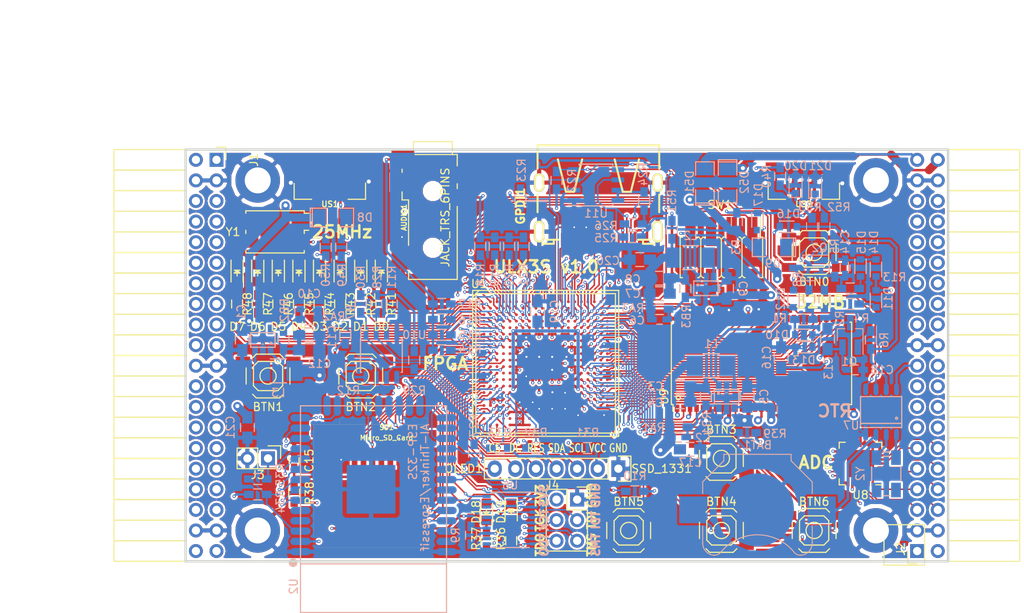
<source format=kicad_pcb>
(kicad_pcb (version 4) (host pcbnew 4.0.7+dfsg1-1)

  (general
    (links 672)
    (no_connects 0)
    (area 93.949999 61.269999 188.230001 112.370001)
    (thickness 1.6)
    (drawings 24)
    (tracks 4021)
    (zones 0)
    (modules 146)
    (nets 236)
  )

  (page A4)
  (layers
    (0 F.Cu signal)
    (1 In1.Cu signal)
    (2 In2.Cu signal)
    (31 B.Cu signal)
    (32 B.Adhes user)
    (33 F.Adhes user)
    (34 B.Paste user)
    (35 F.Paste user)
    (36 B.SilkS user)
    (37 F.SilkS user)
    (38 B.Mask user)
    (39 F.Mask user)
    (40 Dwgs.User user)
    (41 Cmts.User user)
    (42 Eco1.User user)
    (43 Eco2.User user)
    (44 Edge.Cuts user)
    (45 Margin user)
    (46 B.CrtYd user)
    (47 F.CrtYd user)
    (48 B.Fab user)
    (49 F.Fab user)
  )

  (setup
    (last_trace_width 0.3)
    (trace_clearance 0.127)
    (zone_clearance 0.254)
    (zone_45_only no)
    (trace_min 0.127)
    (segment_width 0.2)
    (edge_width 0.2)
    (via_size 0.4)
    (via_drill 0.2)
    (via_min_size 0.4)
    (via_min_drill 0.2)
    (uvia_size 0.3)
    (uvia_drill 0.1)
    (uvias_allowed no)
    (uvia_min_size 0.2)
    (uvia_min_drill 0.1)
    (pcb_text_width 0.3)
    (pcb_text_size 1.5 1.5)
    (mod_edge_width 0.15)
    (mod_text_size 1 1)
    (mod_text_width 0.15)
    (pad_size 0.5 0.5)
    (pad_drill 0)
    (pad_to_mask_clearance 0.05)
    (aux_axis_origin 82.67 62.69)
    (grid_origin 86.48 79.2)
    (visible_elements 7FFFFFFF)
    (pcbplotparams
      (layerselection 0x310f0_80000007)
      (usegerberextensions true)
      (excludeedgelayer true)
      (linewidth 0.100000)
      (plotframeref false)
      (viasonmask false)
      (mode 1)
      (useauxorigin false)
      (hpglpennumber 1)
      (hpglpenspeed 20)
      (hpglpendiameter 15)
      (hpglpenoverlay 2)
      (psnegative false)
      (psa4output false)
      (plotreference true)
      (plotvalue true)
      (plotinvisibletext false)
      (padsonsilk false)
      (subtractmaskfromsilk false)
      (outputformat 1)
      (mirror false)
      (drillshape 0)
      (scaleselection 1)
      (outputdirectory plot))
  )

  (net 0 "")
  (net 1 GND)
  (net 2 +5V)
  (net 3 /gpio/IN5V)
  (net 4 /gpio/OUT5V)
  (net 5 +3V3)
  (net 6 "Net-(L1-Pad1)")
  (net 7 "Net-(L2-Pad1)")
  (net 8 +1V2)
  (net 9 BTN_D)
  (net 10 BTN_F1)
  (net 11 BTN_F2)
  (net 12 BTN_L)
  (net 13 BTN_R)
  (net 14 BTN_U)
  (net 15 /power/FB1)
  (net 16 +2V5)
  (net 17 "Net-(L3-Pad1)")
  (net 18 /power/PWREN)
  (net 19 /power/FB3)
  (net 20 /power/FB2)
  (net 21 "Net-(D9-Pad1)")
  (net 22 /power/VBAT)
  (net 23 JTAG_TDI)
  (net 24 JTAG_TCK)
  (net 25 JTAG_TMS)
  (net 26 JTAG_TDO)
  (net 27 /power/WAKEUPn)
  (net 28 /power/WKUP)
  (net 29 /power/SHUT)
  (net 30 /power/WAKE)
  (net 31 /power/HOLD)
  (net 32 /power/WKn)
  (net 33 /power/OSCI_32k)
  (net 34 /power/OSCO_32k)
  (net 35 "Net-(Q2-Pad3)")
  (net 36 SHUTDOWN)
  (net 37 /analog/AUDIO_L)
  (net 38 /analog/AUDIO_R)
  (net 39 GPDI_5V_SCL)
  (net 40 GPDI_5V_SDA)
  (net 41 GPDI_SDA)
  (net 42 GPDI_SCL)
  (net 43 /gpdi/VREF2)
  (net 44 SD_CMD)
  (net 45 SD_CLK)
  (net 46 SD_D0)
  (net 47 SD_D1)
  (net 48 USB5V)
  (net 49 "Net-(BTN0-Pad1)")
  (net 50 GPDI_CEC)
  (net 51 nRESET)
  (net 52 FTDI_nDTR)
  (net 53 SDRAM_CKE)
  (net 54 SDRAM_A7)
  (net 55 SDRAM_D15)
  (net 56 SDRAM_BA1)
  (net 57 SDRAM_D7)
  (net 58 SDRAM_A6)
  (net 59 SDRAM_CLK)
  (net 60 SDRAM_D13)
  (net 61 SDRAM_BA0)
  (net 62 SDRAM_D6)
  (net 63 SDRAM_A5)
  (net 64 SDRAM_D14)
  (net 65 SDRAM_A11)
  (net 66 SDRAM_D12)
  (net 67 SDRAM_D5)
  (net 68 SDRAM_A4)
  (net 69 SDRAM_A10)
  (net 70 SDRAM_D11)
  (net 71 SDRAM_A3)
  (net 72 SDRAM_D4)
  (net 73 SDRAM_D10)
  (net 74 SDRAM_D9)
  (net 75 SDRAM_A9)
  (net 76 SDRAM_D3)
  (net 77 SDRAM_D8)
  (net 78 SDRAM_A8)
  (net 79 SDRAM_A2)
  (net 80 SDRAM_A1)
  (net 81 SDRAM_A0)
  (net 82 SDRAM_D2)
  (net 83 SDRAM_D1)
  (net 84 SDRAM_D0)
  (net 85 SDRAM_DQM0)
  (net 86 SDRAM_nCS)
  (net 87 SDRAM_nRAS)
  (net 88 SDRAM_DQM1)
  (net 89 SDRAM_nCAS)
  (net 90 SDRAM_nWE)
  (net 91 /flash/FLASH_nWP)
  (net 92 /flash/FLASH_nHOLD)
  (net 93 /flash/FLASH_MOSI)
  (net 94 /flash/FLASH_MISO)
  (net 95 /flash/FLASH_SCK)
  (net 96 /flash/FLASH_nCS)
  (net 97 /flash/FPGA_PROGRAMN)
  (net 98 /flash/FPGA_DONE)
  (net 99 /flash/FPGA_INITN)
  (net 100 OLED_RES)
  (net 101 OLED_DC)
  (net 102 OLED_CS)
  (net 103 WIFI_EN)
  (net 104 FTDI_nRTS)
  (net 105 FTDI_TXD)
  (net 106 FTDI_RXD)
  (net 107 WIFI_RXD)
  (net 108 WIFI_GPIO0)
  (net 109 WIFI_TXD)
  (net 110 GPDI_ETH-)
  (net 111 GPDI_ETH+)
  (net 112 GPDI_D2+)
  (net 113 GPDI_D2-)
  (net 114 GPDI_D1+)
  (net 115 GPDI_D1-)
  (net 116 GPDI_D0+)
  (net 117 GPDI_D0-)
  (net 118 GPDI_CLK+)
  (net 119 GPDI_CLK-)
  (net 120 USB_FTDI_D+)
  (net 121 USB_FTDI_D-)
  (net 122 J1_17-)
  (net 123 J1_17+)
  (net 124 J1_23-)
  (net 125 J1_23+)
  (net 126 J1_25-)
  (net 127 J1_25+)
  (net 128 J1_27-)
  (net 129 J1_27+)
  (net 130 J1_29-)
  (net 131 J1_29+)
  (net 132 J1_31-)
  (net 133 J1_31+)
  (net 134 J1_33-)
  (net 135 J1_33+)
  (net 136 J1_35-)
  (net 137 J1_35+)
  (net 138 J2_5-)
  (net 139 J2_5+)
  (net 140 J2_7-)
  (net 141 J2_7+)
  (net 142 J2_9-)
  (net 143 J2_9+)
  (net 144 J2_13-)
  (net 145 J2_13+)
  (net 146 J2_17-)
  (net 147 J2_17+)
  (net 148 J2_11-)
  (net 149 J2_11+)
  (net 150 J2_23-)
  (net 151 J2_23+)
  (net 152 J1_5-)
  (net 153 J1_5+)
  (net 154 J1_7-)
  (net 155 J1_7+)
  (net 156 J1_9-)
  (net 157 J1_9+)
  (net 158 J1_11-)
  (net 159 J1_11+)
  (net 160 J1_13-)
  (net 161 J1_13+)
  (net 162 J1_15-)
  (net 163 J1_15+)
  (net 164 J2_15-)
  (net 165 J2_15+)
  (net 166 J2_25-)
  (net 167 J2_25+)
  (net 168 J2_27-)
  (net 169 J2_27+)
  (net 170 J2_29-)
  (net 171 J2_29+)
  (net 172 J2_31-)
  (net 173 J2_31+)
  (net 174 J2_33-)
  (net 175 J2_33+)
  (net 176 J2_35-)
  (net 177 J2_35+)
  (net 178 SD_D3)
  (net 179 AUDIO_L3)
  (net 180 AUDIO_L2)
  (net 181 AUDIO_L1)
  (net 182 AUDIO_L0)
  (net 183 AUDIO_R3)
  (net 184 AUDIO_R2)
  (net 185 AUDIO_R1)
  (net 186 AUDIO_R0)
  (net 187 OLED_CLK)
  (net 188 OLED_MOSI)
  (net 189 LED0)
  (net 190 LED1)
  (net 191 LED2)
  (net 192 LED3)
  (net 193 LED4)
  (net 194 LED5)
  (net 195 LED6)
  (net 196 LED7)
  (net 197 BTN_PWRn)
  (net 198 "Net-(J3-Pad1)")
  (net 199 FTDI_nTXLED)
  (net 200 FTDI_nSLEEP)
  (net 201 /blinkey/LED_PWREN)
  (net 202 /blinkey/LED_TXLED)
  (net 203 FT3V3)
  (net 204 /sdcard/SD3V3)
  (net 205 SD_D2)
  (net 206 CLK_25MHz)
  (net 207 /blinkey/BTNPUL)
  (net 208 /blinkey/BTNPUR)
  (net 209 USB_FPGA_D+)
  (net 210 /power/FTDI_nSUSPEND)
  (net 211 /blinkey/ALED0)
  (net 212 /blinkey/ALED1)
  (net 213 /blinkey/ALED2)
  (net 214 /blinkey/ALED3)
  (net 215 /blinkey/ALED4)
  (net 216 /blinkey/ALED5)
  (net 217 /blinkey/ALED6)
  (net 218 /blinkey/ALED7)
  (net 219 /usb/FTD-)
  (net 220 /usb/FTD+)
  (net 221 ADC_MISO)
  (net 222 ADC_MOSI)
  (net 223 ADC_CSn)
  (net 224 ADC_SCLK)
  (net 225 "Net-(R51-Pad2)")
  (net 226 SW3)
  (net 227 SW2)
  (net 228 SW1)
  (net 229 SW0)
  (net 230 USB_FPGA_D-)
  (net 231 /usb/FPD+)
  (net 232 /usb/FPD-)
  (net 233 WIFI_GPIO16)
  (net 234 WIFI_GPIO15)
  (net 235 /usb/ANT_433MHz)

  (net_class Default "This is the default net class."
    (clearance 0.127)
    (trace_width 0.3)
    (via_dia 0.4)
    (via_drill 0.2)
    (uvia_dia 0.3)
    (uvia_drill 0.1)
    (add_net +1V2)
    (add_net +2V5)
    (add_net +3V3)
    (add_net +5V)
    (add_net /analog/AUDIO_L)
    (add_net /analog/AUDIO_R)
    (add_net /blinkey/ALED0)
    (add_net /blinkey/ALED1)
    (add_net /blinkey/ALED2)
    (add_net /blinkey/ALED3)
    (add_net /blinkey/ALED4)
    (add_net /blinkey/ALED5)
    (add_net /blinkey/ALED6)
    (add_net /blinkey/ALED7)
    (add_net /blinkey/BTNPUL)
    (add_net /blinkey/BTNPUR)
    (add_net /blinkey/LED_PWREN)
    (add_net /blinkey/LED_TXLED)
    (add_net /gpdi/VREF2)
    (add_net /gpio/IN5V)
    (add_net /gpio/OUT5V)
    (add_net /power/FB1)
    (add_net /power/FB2)
    (add_net /power/FB3)
    (add_net /power/FTDI_nSUSPEND)
    (add_net /power/HOLD)
    (add_net /power/OSCI_32k)
    (add_net /power/OSCO_32k)
    (add_net /power/PWREN)
    (add_net /power/SHUT)
    (add_net /power/VBAT)
    (add_net /power/WAKE)
    (add_net /power/WAKEUPn)
    (add_net /power/WKUP)
    (add_net /power/WKn)
    (add_net /sdcard/SD3V3)
    (add_net /usb/ANT_433MHz)
    (add_net /usb/FPD+)
    (add_net /usb/FPD-)
    (add_net /usb/FTD+)
    (add_net /usb/FTD-)
    (add_net FT3V3)
    (add_net GND)
    (add_net "Net-(BTN0-Pad1)")
    (add_net "Net-(D9-Pad1)")
    (add_net "Net-(J3-Pad1)")
    (add_net "Net-(L1-Pad1)")
    (add_net "Net-(L2-Pad1)")
    (add_net "Net-(L3-Pad1)")
    (add_net "Net-(Q2-Pad3)")
    (add_net "Net-(R51-Pad2)")
    (add_net USB5V)
  )

  (net_class BGA ""
    (clearance 0.127)
    (trace_width 0.19)
    (via_dia 0.4)
    (via_drill 0.2)
    (uvia_dia 0.3)
    (uvia_drill 0.1)
    (add_net /flash/FLASH_MISO)
    (add_net /flash/FLASH_MOSI)
    (add_net /flash/FLASH_SCK)
    (add_net /flash/FLASH_nCS)
    (add_net /flash/FLASH_nHOLD)
    (add_net /flash/FLASH_nWP)
    (add_net /flash/FPGA_DONE)
    (add_net /flash/FPGA_INITN)
    (add_net /flash/FPGA_PROGRAMN)
    (add_net ADC_CSn)
    (add_net ADC_MISO)
    (add_net ADC_MOSI)
    (add_net ADC_SCLK)
    (add_net AUDIO_L0)
    (add_net AUDIO_L1)
    (add_net AUDIO_L2)
    (add_net AUDIO_L3)
    (add_net AUDIO_R0)
    (add_net AUDIO_R1)
    (add_net AUDIO_R2)
    (add_net AUDIO_R3)
    (add_net BTN_D)
    (add_net BTN_F1)
    (add_net BTN_F2)
    (add_net BTN_L)
    (add_net BTN_PWRn)
    (add_net BTN_R)
    (add_net BTN_U)
    (add_net CLK_25MHz)
    (add_net FTDI_RXD)
    (add_net FTDI_TXD)
    (add_net FTDI_nDTR)
    (add_net FTDI_nRTS)
    (add_net FTDI_nSLEEP)
    (add_net FTDI_nTXLED)
    (add_net GPDI_5V_SCL)
    (add_net GPDI_5V_SDA)
    (add_net GPDI_CEC)
    (add_net GPDI_CLK+)
    (add_net GPDI_CLK-)
    (add_net GPDI_D0+)
    (add_net GPDI_D0-)
    (add_net GPDI_D1+)
    (add_net GPDI_D1-)
    (add_net GPDI_D2+)
    (add_net GPDI_D2-)
    (add_net GPDI_ETH+)
    (add_net GPDI_ETH-)
    (add_net GPDI_SCL)
    (add_net GPDI_SDA)
    (add_net J1_11+)
    (add_net J1_11-)
    (add_net J1_13+)
    (add_net J1_13-)
    (add_net J1_15+)
    (add_net J1_15-)
    (add_net J1_17+)
    (add_net J1_17-)
    (add_net J1_23+)
    (add_net J1_23-)
    (add_net J1_25+)
    (add_net J1_25-)
    (add_net J1_27+)
    (add_net J1_27-)
    (add_net J1_29+)
    (add_net J1_29-)
    (add_net J1_31+)
    (add_net J1_31-)
    (add_net J1_33+)
    (add_net J1_33-)
    (add_net J1_35+)
    (add_net J1_35-)
    (add_net J1_5+)
    (add_net J1_5-)
    (add_net J1_7+)
    (add_net J1_7-)
    (add_net J1_9+)
    (add_net J1_9-)
    (add_net J2_11+)
    (add_net J2_11-)
    (add_net J2_13+)
    (add_net J2_13-)
    (add_net J2_15+)
    (add_net J2_15-)
    (add_net J2_17+)
    (add_net J2_17-)
    (add_net J2_23+)
    (add_net J2_23-)
    (add_net J2_25+)
    (add_net J2_25-)
    (add_net J2_27+)
    (add_net J2_27-)
    (add_net J2_29+)
    (add_net J2_29-)
    (add_net J2_31+)
    (add_net J2_31-)
    (add_net J2_33+)
    (add_net J2_33-)
    (add_net J2_35+)
    (add_net J2_35-)
    (add_net J2_5+)
    (add_net J2_5-)
    (add_net J2_7+)
    (add_net J2_7-)
    (add_net J2_9+)
    (add_net J2_9-)
    (add_net JTAG_TCK)
    (add_net JTAG_TDI)
    (add_net JTAG_TDO)
    (add_net JTAG_TMS)
    (add_net LED0)
    (add_net LED1)
    (add_net LED2)
    (add_net LED3)
    (add_net LED4)
    (add_net LED5)
    (add_net LED6)
    (add_net LED7)
    (add_net OLED_CLK)
    (add_net OLED_CS)
    (add_net OLED_DC)
    (add_net OLED_MOSI)
    (add_net OLED_RES)
    (add_net SDRAM_A0)
    (add_net SDRAM_A1)
    (add_net SDRAM_A10)
    (add_net SDRAM_A11)
    (add_net SDRAM_A2)
    (add_net SDRAM_A3)
    (add_net SDRAM_A4)
    (add_net SDRAM_A5)
    (add_net SDRAM_A6)
    (add_net SDRAM_A7)
    (add_net SDRAM_A8)
    (add_net SDRAM_A9)
    (add_net SDRAM_BA0)
    (add_net SDRAM_BA1)
    (add_net SDRAM_CKE)
    (add_net SDRAM_CLK)
    (add_net SDRAM_D0)
    (add_net SDRAM_D1)
    (add_net SDRAM_D10)
    (add_net SDRAM_D11)
    (add_net SDRAM_D12)
    (add_net SDRAM_D13)
    (add_net SDRAM_D14)
    (add_net SDRAM_D15)
    (add_net SDRAM_D2)
    (add_net SDRAM_D3)
    (add_net SDRAM_D4)
    (add_net SDRAM_D5)
    (add_net SDRAM_D6)
    (add_net SDRAM_D7)
    (add_net SDRAM_D8)
    (add_net SDRAM_D9)
    (add_net SDRAM_DQM0)
    (add_net SDRAM_DQM1)
    (add_net SDRAM_nCAS)
    (add_net SDRAM_nCS)
    (add_net SDRAM_nRAS)
    (add_net SDRAM_nWE)
    (add_net SD_CLK)
    (add_net SD_CMD)
    (add_net SD_D0)
    (add_net SD_D1)
    (add_net SD_D2)
    (add_net SD_D3)
    (add_net SHUTDOWN)
    (add_net SW0)
    (add_net SW1)
    (add_net SW2)
    (add_net SW3)
    (add_net USB_FPGA_D+)
    (add_net USB_FPGA_D-)
    (add_net USB_FTDI_D+)
    (add_net USB_FTDI_D-)
    (add_net WIFI_EN)
    (add_net WIFI_GPIO0)
    (add_net WIFI_GPIO15)
    (add_net WIFI_GPIO16)
    (add_net WIFI_RXD)
    (add_net WIFI_TXD)
    (add_net nRESET)
  )

  (net_class Minimal ""
    (clearance 0.127)
    (trace_width 0.127)
    (via_dia 0.4)
    (via_drill 0.2)
    (uvia_dia 0.3)
    (uvia_drill 0.1)
  )

  (module Resistors_SMD:R_0603_HandSoldering (layer B.Cu) (tedit 58307AEF) (tstamp 595B8F7A)
    (at 154.044 71.326 90)
    (descr "Resistor SMD 0603, hand soldering")
    (tags "resistor 0603")
    (path /58D6547C/595B9C2F)
    (attr smd)
    (fp_text reference R51 (at 3.556 0 90) (layer B.SilkS)
      (effects (font (size 1 1) (thickness 0.15)) (justify mirror))
    )
    (fp_text value 220 (at 3.556 0 90) (layer B.Fab)
      (effects (font (size 1 1) (thickness 0.15)) (justify mirror))
    )
    (fp_line (start -0.8 -0.4) (end -0.8 0.4) (layer B.Fab) (width 0.1))
    (fp_line (start 0.8 -0.4) (end -0.8 -0.4) (layer B.Fab) (width 0.1))
    (fp_line (start 0.8 0.4) (end 0.8 -0.4) (layer B.Fab) (width 0.1))
    (fp_line (start -0.8 0.4) (end 0.8 0.4) (layer B.Fab) (width 0.1))
    (fp_line (start -2 0.8) (end 2 0.8) (layer B.CrtYd) (width 0.05))
    (fp_line (start -2 -0.8) (end 2 -0.8) (layer B.CrtYd) (width 0.05))
    (fp_line (start -2 0.8) (end -2 -0.8) (layer B.CrtYd) (width 0.05))
    (fp_line (start 2 0.8) (end 2 -0.8) (layer B.CrtYd) (width 0.05))
    (fp_line (start 0.5 -0.675) (end -0.5 -0.675) (layer B.SilkS) (width 0.15))
    (fp_line (start -0.5 0.675) (end 0.5 0.675) (layer B.SilkS) (width 0.15))
    (pad 1 smd rect (at -1.1 0 90) (size 1.2 0.9) (layers B.Cu B.Paste B.Mask)
      (net 5 +3V3))
    (pad 2 smd rect (at 1.1 0 90) (size 1.2 0.9) (layers B.Cu B.Paste B.Mask)
      (net 225 "Net-(R51-Pad2)"))
    (model Resistors_SMD.3dshapes/R_0603_HandSoldering.wrl
      (at (xyz 0 0 0))
      (scale (xyz 1 1 1))
      (rotate (xyz 0 0 0))
    )
  )

  (module Pin_Headers:Pin_Header_Straight_SMT_02x04 (layer F.Cu) (tedit 59CCC7C8) (tstamp 595B8F86)
    (at 160.14 74.73 180)
    (descr "SMT pin header")
    (tags "SMT pin header")
    (path /58D6547C/595B94DC)
    (attr smd)
    (fp_text reference SW1 (at 0.2 6.5 180) (layer F.SilkS)
      (effects (font (size 1 1) (thickness 0.15)))
    )
    (fp_text value DIPSW (at 0.1 -6.1 180) (layer F.Fab) hide
      (effects (font (size 1 1) (thickness 0.15)))
    )
    (fp_line (start -4.8 2.5) (end -4.8 4.925) (layer F.SilkS) (width 0.15))
    (fp_line (start -5.6 5.5) (end 5.6 5.5) (layer F.CrtYd) (width 0.05))
    (fp_line (start 5.6 5.5) (end 5.6 -5.5) (layer F.CrtYd) (width 0.05))
    (fp_line (start 5.6 -5.5) (end -5.6 -5.5) (layer F.CrtYd) (width 0.05))
    (fp_line (start -5.6 -5.5) (end -5.6 5.5) (layer F.CrtYd) (width 0.05))
    (fp_line (start -2.54 2.25) (end -2.54 -2.25) (layer F.SilkS) (width 0.15))
    (fp_line (start 5.08 -2.5) (end 4.8 -2.5) (layer F.SilkS) (width 0.15))
    (fp_line (start 5.08 -2.5) (end 5.08 2.5) (layer F.SilkS) (width 0.15))
    (fp_line (start 5.08 2.5) (end 4.8 2.5) (layer F.SilkS) (width 0.15))
    (fp_line (start -5.08 2.5) (end -4.8 2.5) (layer F.SilkS) (width 0.15))
    (fp_line (start -5.08 -2.5) (end -5.08 2.5) (layer F.SilkS) (width 0.15))
    (fp_line (start -2.921 -2.5) (end -2.794 -2.5) (layer F.SilkS) (width 0.15))
    (fp_line (start -2.794 -2.5) (end -2.54 -2.246) (layer F.SilkS) (width 0.15))
    (fp_line (start -2.54 -2.246) (end -2.286 -2.5) (layer F.SilkS) (width 0.15))
    (fp_line (start -2.286 -2.5) (end -2.159 -2.5) (layer F.SilkS) (width 0.15))
    (fp_line (start -5.08 -2.5) (end -4.8 -2.5) (layer F.SilkS) (width 0.15))
    (fp_line (start -0.381 -2.5) (end -0.254 -2.5) (layer F.SilkS) (width 0.15))
    (fp_line (start 2.159 -2.5) (end 2.286 -2.5) (layer F.SilkS) (width 0.15))
    (fp_line (start -2.159 2.5) (end -2.286 2.5) (layer F.SilkS) (width 0.15))
    (fp_line (start 0 -2.246) (end 0.254 -2.5) (layer F.SilkS) (width 0.15))
    (fp_line (start 2.54 -2.246) (end 2.794 -2.5) (layer F.SilkS) (width 0.15))
    (fp_line (start -2.54 2.246) (end -2.794 2.5) (layer F.SilkS) (width 0.15))
    (fp_line (start 0.254 -2.5) (end 0.381 -2.5) (layer F.SilkS) (width 0.15))
    (fp_line (start 2.794 -2.5) (end 2.921 -2.5) (layer F.SilkS) (width 0.15))
    (fp_line (start -2.794 2.5) (end -2.921 2.5) (layer F.SilkS) (width 0.15))
    (fp_line (start -0.254 -2.5) (end 0 -2.246) (layer F.SilkS) (width 0.15))
    (fp_line (start 2.286 -2.5) (end 2.54 -2.246) (layer F.SilkS) (width 0.15))
    (fp_line (start -2.286 2.5) (end -2.54 2.246) (layer F.SilkS) (width 0.15))
    (fp_line (start 0.381 2.5) (end 0.254 2.5) (layer F.SilkS) (width 0.15))
    (fp_line (start 2.921 2.5) (end 2.794 2.5) (layer F.SilkS) (width 0.15))
    (fp_line (start -0.254 2.5) (end -0.381 2.5) (layer F.SilkS) (width 0.15))
    (fp_line (start 2.286 2.5) (end 2.159 2.5) (layer F.SilkS) (width 0.15))
    (fp_line (start 0 2.246) (end -0.254 2.5) (layer F.SilkS) (width 0.15))
    (fp_line (start 2.54 2.246) (end 2.286 2.5) (layer F.SilkS) (width 0.15))
    (fp_line (start 0.254 2.5) (end 0 2.246) (layer F.SilkS) (width 0.15))
    (fp_line (start 2.794 2.5) (end 2.54 2.246) (layer F.SilkS) (width 0.15))
    (fp_line (start 0 2.25) (end 0 -2.25) (layer F.SilkS) (width 0.15))
    (fp_line (start 2.54 2.25) (end 2.54 -2.25) (layer F.SilkS) (width 0.15))
    (pad 1 smd rect (at -3.81 3.2 180) (size 1.27 3.6) (layers F.Cu F.Paste F.Mask)
      (net 226 SW3))
    (pad 2 smd rect (at -1.27 3.2 180) (size 1.27 3.6) (layers F.Cu F.Paste F.Mask)
      (net 227 SW2))
    (pad 3 smd rect (at 1.27 3.2 180) (size 1.27 3.6) (layers F.Cu F.Paste F.Mask)
      (net 228 SW1))
    (pad 4 smd rect (at 3.81 3.2 180) (size 1.27 3.6) (layers F.Cu F.Paste F.Mask)
      (net 229 SW0))
    (pad 5 smd rect (at 3.81 -3.2 180) (size 1.27 3.6) (layers F.Cu F.Paste F.Mask)
      (net 225 "Net-(R51-Pad2)"))
    (pad 6 smd rect (at 1.27 -3.2 180) (size 1.27 3.6) (layers F.Cu F.Paste F.Mask)
      (net 225 "Net-(R51-Pad2)"))
    (pad 7 smd rect (at -1.27 -3.2 180) (size 1.27 3.6) (layers F.Cu F.Paste F.Mask)
      (net 225 "Net-(R51-Pad2)"))
    (pad 8 smd rect (at -3.81 -3.2 180) (size 1.27 3.6) (layers F.Cu F.Paste F.Mask)
      (net 225 "Net-(R51-Pad2)"))
    (model Pin_Headers.3dshapes/Pin_Header_Straight_SMT_02x04.wrl
      (at (xyz 0 0 0))
      (scale (xyz 1 1 1))
      (rotate (xyz 0 0 0))
    )
    (model Buttons_Switches_SMD.3dshapes/SW_SPST_FSMSM.wrl
      (at (xyz 0.15 0 0))
      (scale (xyz 1 1 1))
      (rotate (xyz 0 0 90))
    )
    (model Buttons_Switches_SMD.3dshapes/SW_SPST_FSMSM.wrl
      (at (xyz 0.05 0 0))
      (scale (xyz 1 1 1))
      (rotate (xyz 0 0 90))
    )
    (model Buttons_Switches_SMD.3dshapes/SW_SPST_FSMSM.wrl
      (at (xyz -0.05 0 0))
      (scale (xyz 1 1 1))
      (rotate (xyz 0 0 90))
    )
    (model Buttons_Switches_SMD.3dshapes/SW_SPST_FSMSM.wrl
      (at (xyz -0.15 0 0))
      (scale (xyz 1 1 1))
      (rotate (xyz 0 0 90))
    )
  )

  (module SMD_Packages:SMD-1206_Pol (layer B.Cu) (tedit 0) (tstamp 56AA106E)
    (at 160.902 65.484 270)
    (path /56AC389C/56AC4846)
    (attr smd)
    (fp_text reference D52 (at -0.034 -2.078 270) (layer B.SilkS)
      (effects (font (size 1 1) (thickness 0.15)) (justify mirror))
    )
    (fp_text value 2A (at 0 0 270) (layer B.Fab)
      (effects (font (size 1 1) (thickness 0.15)) (justify mirror))
    )
    (fp_line (start -2.54 1.143) (end -2.794 1.143) (layer B.SilkS) (width 0.15))
    (fp_line (start -2.794 1.143) (end -2.794 -1.143) (layer B.SilkS) (width 0.15))
    (fp_line (start -2.794 -1.143) (end -2.54 -1.143) (layer B.SilkS) (width 0.15))
    (fp_line (start -2.54 1.143) (end -2.54 -1.143) (layer B.SilkS) (width 0.15))
    (fp_line (start -2.54 -1.143) (end -0.889 -1.143) (layer B.SilkS) (width 0.15))
    (fp_line (start 0.889 1.143) (end 2.54 1.143) (layer B.SilkS) (width 0.15))
    (fp_line (start 2.54 1.143) (end 2.54 -1.143) (layer B.SilkS) (width 0.15))
    (fp_line (start 2.54 -1.143) (end 0.889 -1.143) (layer B.SilkS) (width 0.15))
    (fp_line (start -0.889 1.143) (end -2.54 1.143) (layer B.SilkS) (width 0.15))
    (pad 1 smd rect (at -1.651 0 270) (size 1.524 2.032) (layers B.Cu B.Paste B.Mask)
      (net 4 /gpio/OUT5V))
    (pad 2 smd rect (at 1.651 0 270) (size 1.524 2.032) (layers B.Cu B.Paste B.Mask)
      (net 2 +5V))
    (model SMD_Packages.3dshapes/SMD-1206_Pol.wrl
      (at (xyz 0 0 0))
      (scale (xyz 0.17 0.16 0.16))
      (rotate (xyz 0 0 0))
    )
  )

  (module SMD_Packages:SMD-1206_Pol (layer B.Cu) (tedit 0) (tstamp 56AA1068)
    (at 158.108 65.484 90)
    (path /56AC389C/56AC483B)
    (attr smd)
    (fp_text reference D51 (at 0.034 -1.878 90) (layer B.SilkS)
      (effects (font (size 1 1) (thickness 0.15)) (justify mirror))
    )
    (fp_text value 2A (at 0 0 90) (layer B.Fab)
      (effects (font (size 1 1) (thickness 0.15)) (justify mirror))
    )
    (fp_line (start -2.54 1.143) (end -2.794 1.143) (layer B.SilkS) (width 0.15))
    (fp_line (start -2.794 1.143) (end -2.794 -1.143) (layer B.SilkS) (width 0.15))
    (fp_line (start -2.794 -1.143) (end -2.54 -1.143) (layer B.SilkS) (width 0.15))
    (fp_line (start -2.54 1.143) (end -2.54 -1.143) (layer B.SilkS) (width 0.15))
    (fp_line (start -2.54 -1.143) (end -0.889 -1.143) (layer B.SilkS) (width 0.15))
    (fp_line (start 0.889 1.143) (end 2.54 1.143) (layer B.SilkS) (width 0.15))
    (fp_line (start 2.54 1.143) (end 2.54 -1.143) (layer B.SilkS) (width 0.15))
    (fp_line (start 2.54 -1.143) (end 0.889 -1.143) (layer B.SilkS) (width 0.15))
    (fp_line (start -0.889 1.143) (end -2.54 1.143) (layer B.SilkS) (width 0.15))
    (pad 1 smd rect (at -1.651 0 90) (size 1.524 2.032) (layers B.Cu B.Paste B.Mask)
      (net 2 +5V))
    (pad 2 smd rect (at 1.651 0 90) (size 1.524 2.032) (layers B.Cu B.Paste B.Mask)
      (net 3 /gpio/IN5V))
    (model SMD_Packages.3dshapes/SMD-1206_Pol.wrl
      (at (xyz 0 0 0))
      (scale (xyz 0.17 0.16 0.16))
      (rotate (xyz 0 0 0))
    )
  )

  (module micro-sd:MicroSD_TF02D (layer F.Cu) (tedit 52721666) (tstamp 56A966AB)
    (at 116.87 110.52 180)
    (path /58DA7327/590C84AE)
    (fp_text reference SD1 (at -1.995 14.81 180) (layer F.SilkS)
      (effects (font (size 0.59944 0.59944) (thickness 0.12446)))
    )
    (fp_text value Micro_SD_Card (at -1.995 13.54 180) (layer F.SilkS)
      (effects (font (size 0.59944 0.59944) (thickness 0.12446)))
    )
    (fp_line (start 3.8 15.2) (end 3.8 16) (layer F.SilkS) (width 0.01016))
    (fp_line (start 3.8 16) (end -7 16) (layer F.SilkS) (width 0.01016))
    (fp_line (start -7 16) (end -7 15.2) (layer F.SilkS) (width 0.01016))
    (fp_line (start 7 0) (end 7 15.2) (layer F.SilkS) (width 0.01016))
    (fp_line (start 7 15.2) (end -7 15.2) (layer F.SilkS) (width 0.01016))
    (fp_line (start -7 15.2) (end -7 0) (layer F.SilkS) (width 0.01016))
    (fp_line (start -7 0) (end 7 0) (layer F.SilkS) (width 0.01016))
    (pad 1 smd rect (at 1.94 11 180) (size 0.7 1.8) (layers F.Cu F.Paste F.Mask)
      (net 205 SD_D2))
    (pad 2 smd rect (at 0.84 11 180) (size 0.7 1.8) (layers F.Cu F.Paste F.Mask)
      (net 178 SD_D3))
    (pad 3 smd rect (at -0.26 11 180) (size 0.7 1.8) (layers F.Cu F.Paste F.Mask)
      (net 44 SD_CMD))
    (pad 4 smd rect (at -1.36 11 180) (size 0.7 1.8) (layers F.Cu F.Paste F.Mask)
      (net 204 /sdcard/SD3V3))
    (pad 5 smd rect (at -2.46 11 180) (size 0.7 1.8) (layers F.Cu F.Paste F.Mask)
      (net 45 SD_CLK))
    (pad 6 smd rect (at -3.56 11 180) (size 0.7 1.8) (layers F.Cu F.Paste F.Mask)
      (net 1 GND))
    (pad 7 smd rect (at -4.66 11 180) (size 0.7 1.8) (layers F.Cu F.Paste F.Mask)
      (net 46 SD_D0))
    (pad 8 smd rect (at -5.76 11 180) (size 0.7 1.8) (layers F.Cu F.Paste F.Mask)
      (net 47 SD_D1))
    (pad S smd rect (at -5.05 0.4 180) (size 1.6 1.4) (layers F.Cu F.Paste F.Mask))
    (pad S smd rect (at 0.75 0.4 180) (size 1.8 1.4) (layers F.Cu F.Paste F.Mask))
    (pad G smd rect (at -7.45 13.55 180) (size 1.4 1.9) (layers F.Cu F.Paste F.Mask))
    (pad G smd rect (at 6.6 14.55 180) (size 1.4 1.9) (layers F.Cu F.Paste F.Mask))
  )

  (module Resistors_SMD:R_1210_HandSoldering (layer B.Cu) (tedit 58307C8D) (tstamp 58D58A37)
    (at 158.87 88.09 180)
    (descr "Resistor SMD 1210, hand soldering")
    (tags "resistor 1210")
    (path /58D51CAD/58D59D36)
    (attr smd)
    (fp_text reference L1 (at 0 2.7 180) (layer B.SilkS)
      (effects (font (size 1 1) (thickness 0.15)) (justify mirror))
    )
    (fp_text value 2.2uH (at 0 2.032 180) (layer B.Fab)
      (effects (font (size 1 1) (thickness 0.15)) (justify mirror))
    )
    (fp_line (start -1.6 -1.25) (end -1.6 1.25) (layer B.Fab) (width 0.1))
    (fp_line (start 1.6 -1.25) (end -1.6 -1.25) (layer B.Fab) (width 0.1))
    (fp_line (start 1.6 1.25) (end 1.6 -1.25) (layer B.Fab) (width 0.1))
    (fp_line (start -1.6 1.25) (end 1.6 1.25) (layer B.Fab) (width 0.1))
    (fp_line (start -3.3 1.6) (end 3.3 1.6) (layer B.CrtYd) (width 0.05))
    (fp_line (start -3.3 -1.6) (end 3.3 -1.6) (layer B.CrtYd) (width 0.05))
    (fp_line (start -3.3 1.6) (end -3.3 -1.6) (layer B.CrtYd) (width 0.05))
    (fp_line (start 3.3 1.6) (end 3.3 -1.6) (layer B.CrtYd) (width 0.05))
    (fp_line (start 1 -1.475) (end -1 -1.475) (layer B.SilkS) (width 0.15))
    (fp_line (start -1 1.475) (end 1 1.475) (layer B.SilkS) (width 0.15))
    (pad 1 smd rect (at -2 0 180) (size 2 2.5) (layers B.Cu B.Paste B.Mask)
      (net 6 "Net-(L1-Pad1)"))
    (pad 2 smd rect (at 2 0 180) (size 2 2.5) (layers B.Cu B.Paste B.Mask)
      (net 8 +1V2))
    (model Resistors_SMD.3dshapes/R_1210_HandSoldering.wrl
      (at (xyz 0 0 0))
      (scale (xyz 1 1 1))
      (rotate (xyz 0 0 0))
    )
  )

  (module TSOT-25:TSOT-25 (layer B.Cu) (tedit 59CCD362) (tstamp 58D5976E)
    (at 160.775 91.9)
    (path /58D51CAD/58D58840)
    (fp_text reference U3 (at 0 -0.5) (layer B.SilkS)
      (effects (font (size 0.15 0.15) (thickness 0.0375)) (justify mirror))
    )
    (fp_text value AP3429A (at 0 2.286) (layer B.Fab)
      (effects (font (size 0.4 0.4) (thickness 0.1)) (justify mirror))
    )
    (fp_circle (center -1 -0.4) (end -0.95 -0.5) (layer B.SilkS) (width 0.15))
    (fp_line (start -1.5 0.9) (end 1.5 0.9) (layer B.SilkS) (width 0.15))
    (fp_line (start 1.5 0.9) (end 1.5 -0.9) (layer B.SilkS) (width 0.15))
    (fp_line (start 1.5 -0.9) (end -1.5 -0.9) (layer B.SilkS) (width 0.15))
    (fp_line (start -1.5 -0.9) (end -1.5 0.9) (layer B.SilkS) (width 0.15))
    (pad 1 smd rect (at -0.95 -1.3) (size 0.7 1.2) (layers B.Cu B.Paste B.Mask)
      (net 18 /power/PWREN))
    (pad 2 smd rect (at 0 -1.3) (size 0.7 1.2) (layers B.Cu B.Paste B.Mask)
      (net 1 GND))
    (pad 3 smd rect (at 0.95 -1.3) (size 0.7 1.2) (layers B.Cu B.Paste B.Mask)
      (net 6 "Net-(L1-Pad1)"))
    (pad 4 smd rect (at 0.95 1.3) (size 0.7 1.2) (layers B.Cu B.Paste B.Mask)
      (net 2 +5V))
    (pad 5 smd rect (at -0.95 1.3) (size 0.7 1.2) (layers B.Cu B.Paste B.Mask)
      (net 15 /power/FB1))
  )

  (module Resistors_SMD:R_1210_HandSoldering (layer B.Cu) (tedit 58307C8D) (tstamp 58D599B2)
    (at 156.33 74.755 180)
    (descr "Resistor SMD 1210, hand soldering")
    (tags "resistor 1210")
    (path /58D51CAD/58D62964)
    (attr smd)
    (fp_text reference L2 (at 0 2.7 180) (layer B.SilkS)
      (effects (font (size 1 1) (thickness 0.15)) (justify mirror))
    )
    (fp_text value 2.2uH (at -1.016 2.159 180) (layer B.Fab)
      (effects (font (size 1 1) (thickness 0.15)) (justify mirror))
    )
    (fp_line (start -1.6 -1.25) (end -1.6 1.25) (layer B.Fab) (width 0.1))
    (fp_line (start 1.6 -1.25) (end -1.6 -1.25) (layer B.Fab) (width 0.1))
    (fp_line (start 1.6 1.25) (end 1.6 -1.25) (layer B.Fab) (width 0.1))
    (fp_line (start -1.6 1.25) (end 1.6 1.25) (layer B.Fab) (width 0.1))
    (fp_line (start -3.3 1.6) (end 3.3 1.6) (layer B.CrtYd) (width 0.05))
    (fp_line (start -3.3 -1.6) (end 3.3 -1.6) (layer B.CrtYd) (width 0.05))
    (fp_line (start -3.3 1.6) (end -3.3 -1.6) (layer B.CrtYd) (width 0.05))
    (fp_line (start 3.3 1.6) (end 3.3 -1.6) (layer B.CrtYd) (width 0.05))
    (fp_line (start 1 -1.475) (end -1 -1.475) (layer B.SilkS) (width 0.15))
    (fp_line (start -1 1.475) (end 1 1.475) (layer B.SilkS) (width 0.15))
    (pad 1 smd rect (at -2 0 180) (size 2 2.5) (layers B.Cu B.Paste B.Mask)
      (net 7 "Net-(L2-Pad1)"))
    (pad 2 smd rect (at 2 0 180) (size 2 2.5) (layers B.Cu B.Paste B.Mask)
      (net 5 +3V3))
    (model Resistors_SMD.3dshapes/R_1210_HandSoldering.wrl
      (at (xyz 0 0 0))
      (scale (xyz 1 1 1))
      (rotate (xyz 0 0 0))
    )
  )

  (module TSOT-25:TSOT-25 (layer B.Cu) (tedit 59CCD38F) (tstamp 58D599CD)
    (at 158.235 78.535)
    (path /58D51CAD/58D62946)
    (fp_text reference U4 (at 0 -0.5) (layer B.SilkS)
      (effects (font (size 0.15 0.15) (thickness 0.0375)) (justify mirror))
    )
    (fp_text value AP3429A (at 0 2.443) (layer B.Fab)
      (effects (font (size 0.4 0.4) (thickness 0.1)) (justify mirror))
    )
    (fp_circle (center -1 -0.4) (end -0.95 -0.5) (layer B.SilkS) (width 0.15))
    (fp_line (start -1.5 0.9) (end 1.5 0.9) (layer B.SilkS) (width 0.15))
    (fp_line (start 1.5 0.9) (end 1.5 -0.9) (layer B.SilkS) (width 0.15))
    (fp_line (start 1.5 -0.9) (end -1.5 -0.9) (layer B.SilkS) (width 0.15))
    (fp_line (start -1.5 -0.9) (end -1.5 0.9) (layer B.SilkS) (width 0.15))
    (pad 1 smd rect (at -0.95 -1.3) (size 0.7 1.2) (layers B.Cu B.Paste B.Mask)
      (net 18 /power/PWREN))
    (pad 2 smd rect (at 0 -1.3) (size 0.7 1.2) (layers B.Cu B.Paste B.Mask)
      (net 1 GND))
    (pad 3 smd rect (at 0.95 -1.3) (size 0.7 1.2) (layers B.Cu B.Paste B.Mask)
      (net 7 "Net-(L2-Pad1)"))
    (pad 4 smd rect (at 0.95 1.3) (size 0.7 1.2) (layers B.Cu B.Paste B.Mask)
      (net 2 +5V))
    (pad 5 smd rect (at -0.95 1.3) (size 0.7 1.2) (layers B.Cu B.Paste B.Mask)
      (net 19 /power/FB3))
  )

  (module Buttons_Switches_SMD:SW_SPST_SKQG (layer F.Cu) (tedit 56EC5E16) (tstamp 58D6598E)
    (at 104.26 89.36)
    (descr "ALPS 5.2mm Square Low-profile TACT Switch (SMD)")
    (tags "SPST Button Switch")
    (path /58D6547C/58D66056)
    (attr smd)
    (fp_text reference BTN1 (at 0 3.81) (layer F.SilkS)
      (effects (font (size 1 1) (thickness 0.15)))
    )
    (fp_text value FIRE1 (at 0 3.7) (layer F.Fab)
      (effects (font (size 1 1) (thickness 0.15)))
    )
    (fp_line (start -4.25 -2.95) (end -4.25 2.95) (layer F.CrtYd) (width 0.05))
    (fp_line (start 4.25 -2.95) (end -4.25 -2.95) (layer F.CrtYd) (width 0.05))
    (fp_line (start 4.25 2.95) (end 4.25 -2.95) (layer F.CrtYd) (width 0.05))
    (fp_line (start -4.25 2.95) (end 4.25 2.95) (layer F.CrtYd) (width 0.05))
    (fp_circle (center 0 0) (end 1 0) (layer F.SilkS) (width 0.15))
    (fp_line (start -1.2 -1.8) (end 1.2 -1.8) (layer F.SilkS) (width 0.15))
    (fp_line (start -1.8 -1.2) (end -1.2 -1.8) (layer F.SilkS) (width 0.15))
    (fp_line (start -1.8 1.2) (end -1.8 -1.2) (layer F.SilkS) (width 0.15))
    (fp_line (start -1.2 1.8) (end -1.8 1.2) (layer F.SilkS) (width 0.15))
    (fp_line (start 1.2 1.8) (end -1.2 1.8) (layer F.SilkS) (width 0.15))
    (fp_line (start 1.8 1.2) (end 1.2 1.8) (layer F.SilkS) (width 0.15))
    (fp_line (start 1.8 -1.2) (end 1.8 1.2) (layer F.SilkS) (width 0.15))
    (fp_line (start 1.2 -1.8) (end 1.8 -1.2) (layer F.SilkS) (width 0.15))
    (fp_line (start -1.45 -2.7) (end 1.45 -2.7) (layer F.SilkS) (width 0.15))
    (fp_line (start -1.9 -2.25) (end -1.45 -2.7) (layer F.SilkS) (width 0.15))
    (fp_line (start -2.7 1) (end -2.7 -1) (layer F.SilkS) (width 0.15))
    (fp_line (start -1.45 2.7) (end -1.9 2.25) (layer F.SilkS) (width 0.15))
    (fp_line (start 1.45 2.7) (end -1.45 2.7) (layer F.SilkS) (width 0.15))
    (fp_line (start 1.9 2.25) (end 1.45 2.7) (layer F.SilkS) (width 0.15))
    (fp_line (start 2.7 -1) (end 2.7 1) (layer F.SilkS) (width 0.15))
    (fp_line (start 1.45 -2.7) (end 1.9 -2.25) (layer F.SilkS) (width 0.15))
    (pad 1 smd rect (at -3.1 -1.85) (size 1.8 1.1) (layers F.Cu F.Paste F.Mask)
      (net 207 /blinkey/BTNPUL))
    (pad 1 smd rect (at 3.1 -1.85) (size 1.8 1.1) (layers F.Cu F.Paste F.Mask)
      (net 207 /blinkey/BTNPUL))
    (pad 2 smd rect (at -3.1 1.85) (size 1.8 1.1) (layers F.Cu F.Paste F.Mask)
      (net 10 BTN_F1))
    (pad 2 smd rect (at 3.1 1.85) (size 1.8 1.1) (layers F.Cu F.Paste F.Mask)
      (net 10 BTN_F1))
    (model Buttons_Switches_SMD.3dshapes/SW_SPST_EVQQ2_01W.wrl
      (at (xyz 0 0 0))
      (scale (xyz 1 1 1))
      (rotate (xyz 0 0 0))
    )
  )

  (module Buttons_Switches_SMD:SW_SPST_SKQG (layer F.Cu) (tedit 56EC5E16) (tstamp 58D65996)
    (at 115.69 89.36)
    (descr "ALPS 5.2mm Square Low-profile TACT Switch (SMD)")
    (tags "SPST Button Switch")
    (path /58D6547C/58D66057)
    (attr smd)
    (fp_text reference BTN2 (at 0 3.81) (layer F.SilkS)
      (effects (font (size 1 1) (thickness 0.15)))
    )
    (fp_text value FIRE2 (at 0 3.7) (layer F.Fab)
      (effects (font (size 1 1) (thickness 0.15)))
    )
    (fp_line (start -4.25 -2.95) (end -4.25 2.95) (layer F.CrtYd) (width 0.05))
    (fp_line (start 4.25 -2.95) (end -4.25 -2.95) (layer F.CrtYd) (width 0.05))
    (fp_line (start 4.25 2.95) (end 4.25 -2.95) (layer F.CrtYd) (width 0.05))
    (fp_line (start -4.25 2.95) (end 4.25 2.95) (layer F.CrtYd) (width 0.05))
    (fp_circle (center 0 0) (end 1 0) (layer F.SilkS) (width 0.15))
    (fp_line (start -1.2 -1.8) (end 1.2 -1.8) (layer F.SilkS) (width 0.15))
    (fp_line (start -1.8 -1.2) (end -1.2 -1.8) (layer F.SilkS) (width 0.15))
    (fp_line (start -1.8 1.2) (end -1.8 -1.2) (layer F.SilkS) (width 0.15))
    (fp_line (start -1.2 1.8) (end -1.8 1.2) (layer F.SilkS) (width 0.15))
    (fp_line (start 1.2 1.8) (end -1.2 1.8) (layer F.SilkS) (width 0.15))
    (fp_line (start 1.8 1.2) (end 1.2 1.8) (layer F.SilkS) (width 0.15))
    (fp_line (start 1.8 -1.2) (end 1.8 1.2) (layer F.SilkS) (width 0.15))
    (fp_line (start 1.2 -1.8) (end 1.8 -1.2) (layer F.SilkS) (width 0.15))
    (fp_line (start -1.45 -2.7) (end 1.45 -2.7) (layer F.SilkS) (width 0.15))
    (fp_line (start -1.9 -2.25) (end -1.45 -2.7) (layer F.SilkS) (width 0.15))
    (fp_line (start -2.7 1) (end -2.7 -1) (layer F.SilkS) (width 0.15))
    (fp_line (start -1.45 2.7) (end -1.9 2.25) (layer F.SilkS) (width 0.15))
    (fp_line (start 1.45 2.7) (end -1.45 2.7) (layer F.SilkS) (width 0.15))
    (fp_line (start 1.9 2.25) (end 1.45 2.7) (layer F.SilkS) (width 0.15))
    (fp_line (start 2.7 -1) (end 2.7 1) (layer F.SilkS) (width 0.15))
    (fp_line (start 1.45 -2.7) (end 1.9 -2.25) (layer F.SilkS) (width 0.15))
    (pad 1 smd rect (at -3.1 -1.85) (size 1.8 1.1) (layers F.Cu F.Paste F.Mask)
      (net 207 /blinkey/BTNPUL))
    (pad 1 smd rect (at 3.1 -1.85) (size 1.8 1.1) (layers F.Cu F.Paste F.Mask)
      (net 207 /blinkey/BTNPUL))
    (pad 2 smd rect (at -3.1 1.85) (size 1.8 1.1) (layers F.Cu F.Paste F.Mask)
      (net 11 BTN_F2))
    (pad 2 smd rect (at 3.1 1.85) (size 1.8 1.1) (layers F.Cu F.Paste F.Mask)
      (net 11 BTN_F2))
    (model Buttons_Switches_SMD.3dshapes/SW_SPST_EVQQ2_01W.wrl
      (at (xyz 0 0 0))
      (scale (xyz 1 1 1))
      (rotate (xyz 0 0 0))
    )
  )

  (module Buttons_Switches_SMD:SW_SPST_SKQG (layer F.Cu) (tedit 56EC5E16) (tstamp 58D6599E)
    (at 160.14 99.52)
    (descr "ALPS 5.2mm Square Low-profile TACT Switch (SMD)")
    (tags "SPST Button Switch")
    (path /58D6547C/58D66059)
    (attr smd)
    (fp_text reference BTN3 (at 0 -3.556) (layer F.SilkS)
      (effects (font (size 1 1) (thickness 0.15)))
    )
    (fp_text value UP (at 0 -3.302) (layer F.Fab)
      (effects (font (size 1 1) (thickness 0.15)))
    )
    (fp_line (start -4.25 -2.95) (end -4.25 2.95) (layer F.CrtYd) (width 0.05))
    (fp_line (start 4.25 -2.95) (end -4.25 -2.95) (layer F.CrtYd) (width 0.05))
    (fp_line (start 4.25 2.95) (end 4.25 -2.95) (layer F.CrtYd) (width 0.05))
    (fp_line (start -4.25 2.95) (end 4.25 2.95) (layer F.CrtYd) (width 0.05))
    (fp_circle (center 0 0) (end 1 0) (layer F.SilkS) (width 0.15))
    (fp_line (start -1.2 -1.8) (end 1.2 -1.8) (layer F.SilkS) (width 0.15))
    (fp_line (start -1.8 -1.2) (end -1.2 -1.8) (layer F.SilkS) (width 0.15))
    (fp_line (start -1.8 1.2) (end -1.8 -1.2) (layer F.SilkS) (width 0.15))
    (fp_line (start -1.2 1.8) (end -1.8 1.2) (layer F.SilkS) (width 0.15))
    (fp_line (start 1.2 1.8) (end -1.2 1.8) (layer F.SilkS) (width 0.15))
    (fp_line (start 1.8 1.2) (end 1.2 1.8) (layer F.SilkS) (width 0.15))
    (fp_line (start 1.8 -1.2) (end 1.8 1.2) (layer F.SilkS) (width 0.15))
    (fp_line (start 1.2 -1.8) (end 1.8 -1.2) (layer F.SilkS) (width 0.15))
    (fp_line (start -1.45 -2.7) (end 1.45 -2.7) (layer F.SilkS) (width 0.15))
    (fp_line (start -1.9 -2.25) (end -1.45 -2.7) (layer F.SilkS) (width 0.15))
    (fp_line (start -2.7 1) (end -2.7 -1) (layer F.SilkS) (width 0.15))
    (fp_line (start -1.45 2.7) (end -1.9 2.25) (layer F.SilkS) (width 0.15))
    (fp_line (start 1.45 2.7) (end -1.45 2.7) (layer F.SilkS) (width 0.15))
    (fp_line (start 1.9 2.25) (end 1.45 2.7) (layer F.SilkS) (width 0.15))
    (fp_line (start 2.7 -1) (end 2.7 1) (layer F.SilkS) (width 0.15))
    (fp_line (start 1.45 -2.7) (end 1.9 -2.25) (layer F.SilkS) (width 0.15))
    (pad 1 smd rect (at -3.1 -1.85) (size 1.8 1.1) (layers F.Cu F.Paste F.Mask)
      (net 208 /blinkey/BTNPUR))
    (pad 1 smd rect (at 3.1 -1.85) (size 1.8 1.1) (layers F.Cu F.Paste F.Mask)
      (net 208 /blinkey/BTNPUR))
    (pad 2 smd rect (at -3.1 1.85) (size 1.8 1.1) (layers F.Cu F.Paste F.Mask)
      (net 14 BTN_U))
    (pad 2 smd rect (at 3.1 1.85) (size 1.8 1.1) (layers F.Cu F.Paste F.Mask)
      (net 14 BTN_U))
    (model Buttons_Switches_SMD.3dshapes/SW_SPST_EVQQ2_01W.wrl
      (at (xyz 0 0 0))
      (scale (xyz 1 1 1))
      (rotate (xyz 0 0 0))
    )
  )

  (module Buttons_Switches_SMD:SW_SPST_SKQG (layer F.Cu) (tedit 56EC5E16) (tstamp 58D659A6)
    (at 160.14 108.41 180)
    (descr "ALPS 5.2mm Square Low-profile TACT Switch (SMD)")
    (tags "SPST Button Switch")
    (path /58D6547C/58D66058)
    (attr smd)
    (fp_text reference BTN4 (at 0 3.556 180) (layer F.SilkS)
      (effects (font (size 1 1) (thickness 0.15)))
    )
    (fp_text value DOWN (at 0 3.302 180) (layer F.Fab)
      (effects (font (size 1 1) (thickness 0.15)))
    )
    (fp_line (start -4.25 -2.95) (end -4.25 2.95) (layer F.CrtYd) (width 0.05))
    (fp_line (start 4.25 -2.95) (end -4.25 -2.95) (layer F.CrtYd) (width 0.05))
    (fp_line (start 4.25 2.95) (end 4.25 -2.95) (layer F.CrtYd) (width 0.05))
    (fp_line (start -4.25 2.95) (end 4.25 2.95) (layer F.CrtYd) (width 0.05))
    (fp_circle (center 0 0) (end 1 0) (layer F.SilkS) (width 0.15))
    (fp_line (start -1.2 -1.8) (end 1.2 -1.8) (layer F.SilkS) (width 0.15))
    (fp_line (start -1.8 -1.2) (end -1.2 -1.8) (layer F.SilkS) (width 0.15))
    (fp_line (start -1.8 1.2) (end -1.8 -1.2) (layer F.SilkS) (width 0.15))
    (fp_line (start -1.2 1.8) (end -1.8 1.2) (layer F.SilkS) (width 0.15))
    (fp_line (start 1.2 1.8) (end -1.2 1.8) (layer F.SilkS) (width 0.15))
    (fp_line (start 1.8 1.2) (end 1.2 1.8) (layer F.SilkS) (width 0.15))
    (fp_line (start 1.8 -1.2) (end 1.8 1.2) (layer F.SilkS) (width 0.15))
    (fp_line (start 1.2 -1.8) (end 1.8 -1.2) (layer F.SilkS) (width 0.15))
    (fp_line (start -1.45 -2.7) (end 1.45 -2.7) (layer F.SilkS) (width 0.15))
    (fp_line (start -1.9 -2.25) (end -1.45 -2.7) (layer F.SilkS) (width 0.15))
    (fp_line (start -2.7 1) (end -2.7 -1) (layer F.SilkS) (width 0.15))
    (fp_line (start -1.45 2.7) (end -1.9 2.25) (layer F.SilkS) (width 0.15))
    (fp_line (start 1.45 2.7) (end -1.45 2.7) (layer F.SilkS) (width 0.15))
    (fp_line (start 1.9 2.25) (end 1.45 2.7) (layer F.SilkS) (width 0.15))
    (fp_line (start 2.7 -1) (end 2.7 1) (layer F.SilkS) (width 0.15))
    (fp_line (start 1.45 -2.7) (end 1.9 -2.25) (layer F.SilkS) (width 0.15))
    (pad 1 smd rect (at -3.1 -1.85 180) (size 1.8 1.1) (layers F.Cu F.Paste F.Mask)
      (net 208 /blinkey/BTNPUR))
    (pad 1 smd rect (at 3.1 -1.85 180) (size 1.8 1.1) (layers F.Cu F.Paste F.Mask)
      (net 208 /blinkey/BTNPUR))
    (pad 2 smd rect (at -3.1 1.85 180) (size 1.8 1.1) (layers F.Cu F.Paste F.Mask)
      (net 9 BTN_D))
    (pad 2 smd rect (at 3.1 1.85 180) (size 1.8 1.1) (layers F.Cu F.Paste F.Mask)
      (net 9 BTN_D))
    (model Buttons_Switches_SMD.3dshapes/SW_SPST_EVQQ2_01W.wrl
      (at (xyz 0 0 0))
      (scale (xyz 1 1 1))
      (rotate (xyz 0 0 0))
    )
  )

  (module Buttons_Switches_SMD:SW_SPST_SKQG (layer F.Cu) (tedit 56EC5E16) (tstamp 58D659AE)
    (at 148.71 108.41 180)
    (descr "ALPS 5.2mm Square Low-profile TACT Switch (SMD)")
    (tags "SPST Button Switch")
    (path /58D6547C/58D6605A)
    (attr smd)
    (fp_text reference BTN5 (at 0 3.556 180) (layer F.SilkS)
      (effects (font (size 1 1) (thickness 0.15)))
    )
    (fp_text value LEFT (at 0 3.302 180) (layer F.Fab)
      (effects (font (size 1 1) (thickness 0.15)))
    )
    (fp_line (start -4.25 -2.95) (end -4.25 2.95) (layer F.CrtYd) (width 0.05))
    (fp_line (start 4.25 -2.95) (end -4.25 -2.95) (layer F.CrtYd) (width 0.05))
    (fp_line (start 4.25 2.95) (end 4.25 -2.95) (layer F.CrtYd) (width 0.05))
    (fp_line (start -4.25 2.95) (end 4.25 2.95) (layer F.CrtYd) (width 0.05))
    (fp_circle (center 0 0) (end 1 0) (layer F.SilkS) (width 0.15))
    (fp_line (start -1.2 -1.8) (end 1.2 -1.8) (layer F.SilkS) (width 0.15))
    (fp_line (start -1.8 -1.2) (end -1.2 -1.8) (layer F.SilkS) (width 0.15))
    (fp_line (start -1.8 1.2) (end -1.8 -1.2) (layer F.SilkS) (width 0.15))
    (fp_line (start -1.2 1.8) (end -1.8 1.2) (layer F.SilkS) (width 0.15))
    (fp_line (start 1.2 1.8) (end -1.2 1.8) (layer F.SilkS) (width 0.15))
    (fp_line (start 1.8 1.2) (end 1.2 1.8) (layer F.SilkS) (width 0.15))
    (fp_line (start 1.8 -1.2) (end 1.8 1.2) (layer F.SilkS) (width 0.15))
    (fp_line (start 1.2 -1.8) (end 1.8 -1.2) (layer F.SilkS) (width 0.15))
    (fp_line (start -1.45 -2.7) (end 1.45 -2.7) (layer F.SilkS) (width 0.15))
    (fp_line (start -1.9 -2.25) (end -1.45 -2.7) (layer F.SilkS) (width 0.15))
    (fp_line (start -2.7 1) (end -2.7 -1) (layer F.SilkS) (width 0.15))
    (fp_line (start -1.45 2.7) (end -1.9 2.25) (layer F.SilkS) (width 0.15))
    (fp_line (start 1.45 2.7) (end -1.45 2.7) (layer F.SilkS) (width 0.15))
    (fp_line (start 1.9 2.25) (end 1.45 2.7) (layer F.SilkS) (width 0.15))
    (fp_line (start 2.7 -1) (end 2.7 1) (layer F.SilkS) (width 0.15))
    (fp_line (start 1.45 -2.7) (end 1.9 -2.25) (layer F.SilkS) (width 0.15))
    (pad 1 smd rect (at -3.1 -1.85 180) (size 1.8 1.1) (layers F.Cu F.Paste F.Mask)
      (net 208 /blinkey/BTNPUR))
    (pad 1 smd rect (at 3.1 -1.85 180) (size 1.8 1.1) (layers F.Cu F.Paste F.Mask)
      (net 208 /blinkey/BTNPUR))
    (pad 2 smd rect (at -3.1 1.85 180) (size 1.8 1.1) (layers F.Cu F.Paste F.Mask)
      (net 12 BTN_L))
    (pad 2 smd rect (at 3.1 1.85 180) (size 1.8 1.1) (layers F.Cu F.Paste F.Mask)
      (net 12 BTN_L))
    (model Buttons_Switches_SMD.3dshapes/SW_SPST_EVQQ2_01W.wrl
      (at (xyz 0 0 0))
      (scale (xyz 1 1 1))
      (rotate (xyz 0 0 0))
    )
  )

  (module Buttons_Switches_SMD:SW_SPST_SKQG (layer F.Cu) (tedit 56EC5E16) (tstamp 58D659B6)
    (at 171.57 108.41 180)
    (descr "ALPS 5.2mm Square Low-profile TACT Switch (SMD)")
    (tags "SPST Button Switch")
    (path /58D6547C/58D6605B)
    (attr smd)
    (fp_text reference BTN6 (at 0 3.556 180) (layer F.SilkS)
      (effects (font (size 1 1) (thickness 0.15)))
    )
    (fp_text value RIGHT (at 0 3.302 180) (layer F.Fab)
      (effects (font (size 1 1) (thickness 0.15)))
    )
    (fp_line (start -4.25 -2.95) (end -4.25 2.95) (layer F.CrtYd) (width 0.05))
    (fp_line (start 4.25 -2.95) (end -4.25 -2.95) (layer F.CrtYd) (width 0.05))
    (fp_line (start 4.25 2.95) (end 4.25 -2.95) (layer F.CrtYd) (width 0.05))
    (fp_line (start -4.25 2.95) (end 4.25 2.95) (layer F.CrtYd) (width 0.05))
    (fp_circle (center 0 0) (end 1 0) (layer F.SilkS) (width 0.15))
    (fp_line (start -1.2 -1.8) (end 1.2 -1.8) (layer F.SilkS) (width 0.15))
    (fp_line (start -1.8 -1.2) (end -1.2 -1.8) (layer F.SilkS) (width 0.15))
    (fp_line (start -1.8 1.2) (end -1.8 -1.2) (layer F.SilkS) (width 0.15))
    (fp_line (start -1.2 1.8) (end -1.8 1.2) (layer F.SilkS) (width 0.15))
    (fp_line (start 1.2 1.8) (end -1.2 1.8) (layer F.SilkS) (width 0.15))
    (fp_line (start 1.8 1.2) (end 1.2 1.8) (layer F.SilkS) (width 0.15))
    (fp_line (start 1.8 -1.2) (end 1.8 1.2) (layer F.SilkS) (width 0.15))
    (fp_line (start 1.2 -1.8) (end 1.8 -1.2) (layer F.SilkS) (width 0.15))
    (fp_line (start -1.45 -2.7) (end 1.45 -2.7) (layer F.SilkS) (width 0.15))
    (fp_line (start -1.9 -2.25) (end -1.45 -2.7) (layer F.SilkS) (width 0.15))
    (fp_line (start -2.7 1) (end -2.7 -1) (layer F.SilkS) (width 0.15))
    (fp_line (start -1.45 2.7) (end -1.9 2.25) (layer F.SilkS) (width 0.15))
    (fp_line (start 1.45 2.7) (end -1.45 2.7) (layer F.SilkS) (width 0.15))
    (fp_line (start 1.9 2.25) (end 1.45 2.7) (layer F.SilkS) (width 0.15))
    (fp_line (start 2.7 -1) (end 2.7 1) (layer F.SilkS) (width 0.15))
    (fp_line (start 1.45 -2.7) (end 1.9 -2.25) (layer F.SilkS) (width 0.15))
    (pad 1 smd rect (at -3.1 -1.85 180) (size 1.8 1.1) (layers F.Cu F.Paste F.Mask)
      (net 208 /blinkey/BTNPUR))
    (pad 1 smd rect (at 3.1 -1.85 180) (size 1.8 1.1) (layers F.Cu F.Paste F.Mask)
      (net 208 /blinkey/BTNPUR))
    (pad 2 smd rect (at -3.1 1.85 180) (size 1.8 1.1) (layers F.Cu F.Paste F.Mask)
      (net 13 BTN_R))
    (pad 2 smd rect (at 3.1 1.85 180) (size 1.8 1.1) (layers F.Cu F.Paste F.Mask)
      (net 13 BTN_R))
    (model Buttons_Switches_SMD.3dshapes/SW_SPST_EVQQ2_01W.wrl
      (at (xyz 0 0 0))
      (scale (xyz 1 1 1))
      (rotate (xyz 0 0 0))
    )
  )

  (module LEDs:LED_0805 (layer F.Cu) (tedit 59CCC657) (tstamp 58D659BC)
    (at 118.23 76.66 270)
    (descr "LED 0805 smd package")
    (tags "LED 0805 SMD")
    (path /58D6547C/58D66570)
    (attr smd)
    (fp_text reference D0 (at 6.604 0 360) (layer F.SilkS)
      (effects (font (size 1 1) (thickness 0.15)))
    )
    (fp_text value LED (at -2.794 0 270) (layer F.Fab) hide
      (effects (font (size 1 1) (thickness 0.15)))
    )
    (fp_line (start -0.4 -0.3) (end -0.4 0.3) (layer F.Fab) (width 0.15))
    (fp_line (start -0.3 0) (end 0 -0.3) (layer F.Fab) (width 0.15))
    (fp_line (start 0 0.3) (end -0.3 0) (layer F.Fab) (width 0.15))
    (fp_line (start 0 -0.3) (end 0 0.3) (layer F.Fab) (width 0.15))
    (fp_line (start 1 -0.6) (end -1 -0.6) (layer F.Fab) (width 0.15))
    (fp_line (start 1 0.6) (end 1 -0.6) (layer F.Fab) (width 0.15))
    (fp_line (start -1 0.6) (end 1 0.6) (layer F.Fab) (width 0.15))
    (fp_line (start -1 -0.6) (end -1 0.6) (layer F.Fab) (width 0.15))
    (fp_line (start -1.6 0.75) (end 1.1 0.75) (layer F.SilkS) (width 0.15))
    (fp_line (start -1.6 -0.75) (end 1.1 -0.75) (layer F.SilkS) (width 0.15))
    (fp_line (start -0.1 0.15) (end -0.1 -0.1) (layer F.SilkS) (width 0.15))
    (fp_line (start -0.1 -0.1) (end -0.25 0.05) (layer F.SilkS) (width 0.15))
    (fp_line (start -0.35 -0.35) (end -0.35 0.35) (layer F.SilkS) (width 0.15))
    (fp_line (start 0 0) (end 0.35 0) (layer F.SilkS) (width 0.15))
    (fp_line (start -0.35 0) (end 0 -0.35) (layer F.SilkS) (width 0.15))
    (fp_line (start 0 -0.35) (end 0 0.35) (layer F.SilkS) (width 0.15))
    (fp_line (start 0 0.35) (end -0.35 0) (layer F.SilkS) (width 0.15))
    (fp_line (start 1.9 -0.95) (end 1.9 0.95) (layer F.CrtYd) (width 0.05))
    (fp_line (start 1.9 0.95) (end -1.9 0.95) (layer F.CrtYd) (width 0.05))
    (fp_line (start -1.9 0.95) (end -1.9 -0.95) (layer F.CrtYd) (width 0.05))
    (fp_line (start -1.9 -0.95) (end 1.9 -0.95) (layer F.CrtYd) (width 0.05))
    (pad 2 smd rect (at 1.04902 0 90) (size 1.19888 1.19888) (layers F.Cu F.Paste F.Mask)
      (net 211 /blinkey/ALED0))
    (pad 1 smd rect (at -1.04902 0 90) (size 1.19888 1.19888) (layers F.Cu F.Paste F.Mask)
      (net 1 GND))
    (model LEDs.3dshapes/LED_0805.wrl
      (at (xyz 0 0 0))
      (scale (xyz 1 1 1))
      (rotate (xyz 0 0 0))
    )
  )

  (module LEDs:LED_0805 (layer F.Cu) (tedit 59CCC647) (tstamp 58D659C2)
    (at 115.69 76.66 270)
    (descr "LED 0805 smd package")
    (tags "LED 0805 SMD")
    (path /58D6547C/58D66620)
    (attr smd)
    (fp_text reference D1 (at 6.604 0 360) (layer F.SilkS)
      (effects (font (size 1 1) (thickness 0.15)))
    )
    (fp_text value LED (at -2.794 0 270) (layer F.Fab) hide
      (effects (font (size 1 1) (thickness 0.15)))
    )
    (fp_line (start -0.4 -0.3) (end -0.4 0.3) (layer F.Fab) (width 0.15))
    (fp_line (start -0.3 0) (end 0 -0.3) (layer F.Fab) (width 0.15))
    (fp_line (start 0 0.3) (end -0.3 0) (layer F.Fab) (width 0.15))
    (fp_line (start 0 -0.3) (end 0 0.3) (layer F.Fab) (width 0.15))
    (fp_line (start 1 -0.6) (end -1 -0.6) (layer F.Fab) (width 0.15))
    (fp_line (start 1 0.6) (end 1 -0.6) (layer F.Fab) (width 0.15))
    (fp_line (start -1 0.6) (end 1 0.6) (layer F.Fab) (width 0.15))
    (fp_line (start -1 -0.6) (end -1 0.6) (layer F.Fab) (width 0.15))
    (fp_line (start -1.6 0.75) (end 1.1 0.75) (layer F.SilkS) (width 0.15))
    (fp_line (start -1.6 -0.75) (end 1.1 -0.75) (layer F.SilkS) (width 0.15))
    (fp_line (start -0.1 0.15) (end -0.1 -0.1) (layer F.SilkS) (width 0.15))
    (fp_line (start -0.1 -0.1) (end -0.25 0.05) (layer F.SilkS) (width 0.15))
    (fp_line (start -0.35 -0.35) (end -0.35 0.35) (layer F.SilkS) (width 0.15))
    (fp_line (start 0 0) (end 0.35 0) (layer F.SilkS) (width 0.15))
    (fp_line (start -0.35 0) (end 0 -0.35) (layer F.SilkS) (width 0.15))
    (fp_line (start 0 -0.35) (end 0 0.35) (layer F.SilkS) (width 0.15))
    (fp_line (start 0 0.35) (end -0.35 0) (layer F.SilkS) (width 0.15))
    (fp_line (start 1.9 -0.95) (end 1.9 0.95) (layer F.CrtYd) (width 0.05))
    (fp_line (start 1.9 0.95) (end -1.9 0.95) (layer F.CrtYd) (width 0.05))
    (fp_line (start -1.9 0.95) (end -1.9 -0.95) (layer F.CrtYd) (width 0.05))
    (fp_line (start -1.9 -0.95) (end 1.9 -0.95) (layer F.CrtYd) (width 0.05))
    (pad 2 smd rect (at 1.04902 0 90) (size 1.19888 1.19888) (layers F.Cu F.Paste F.Mask)
      (net 212 /blinkey/ALED1))
    (pad 1 smd rect (at -1.04902 0 90) (size 1.19888 1.19888) (layers F.Cu F.Paste F.Mask)
      (net 1 GND))
    (model LEDs.3dshapes/LED_0805.wrl
      (at (xyz 0 0 0))
      (scale (xyz 1 1 1))
      (rotate (xyz 0 0 0))
    )
  )

  (module LEDs:LED_0805 (layer F.Cu) (tedit 59CCC63D) (tstamp 58D659C8)
    (at 113.15 76.66 270)
    (descr "LED 0805 smd package")
    (tags "LED 0805 SMD")
    (path /58D6547C/58D666C3)
    (attr smd)
    (fp_text reference D2 (at 6.604 0 360) (layer F.SilkS)
      (effects (font (size 1 1) (thickness 0.15)))
    )
    (fp_text value LED (at -2.794 0 270) (layer F.Fab) hide
      (effects (font (size 1 1) (thickness 0.15)))
    )
    (fp_line (start -0.4 -0.3) (end -0.4 0.3) (layer F.Fab) (width 0.15))
    (fp_line (start -0.3 0) (end 0 -0.3) (layer F.Fab) (width 0.15))
    (fp_line (start 0 0.3) (end -0.3 0) (layer F.Fab) (width 0.15))
    (fp_line (start 0 -0.3) (end 0 0.3) (layer F.Fab) (width 0.15))
    (fp_line (start 1 -0.6) (end -1 -0.6) (layer F.Fab) (width 0.15))
    (fp_line (start 1 0.6) (end 1 -0.6) (layer F.Fab) (width 0.15))
    (fp_line (start -1 0.6) (end 1 0.6) (layer F.Fab) (width 0.15))
    (fp_line (start -1 -0.6) (end -1 0.6) (layer F.Fab) (width 0.15))
    (fp_line (start -1.6 0.75) (end 1.1 0.75) (layer F.SilkS) (width 0.15))
    (fp_line (start -1.6 -0.75) (end 1.1 -0.75) (layer F.SilkS) (width 0.15))
    (fp_line (start -0.1 0.15) (end -0.1 -0.1) (layer F.SilkS) (width 0.15))
    (fp_line (start -0.1 -0.1) (end -0.25 0.05) (layer F.SilkS) (width 0.15))
    (fp_line (start -0.35 -0.35) (end -0.35 0.35) (layer F.SilkS) (width 0.15))
    (fp_line (start 0 0) (end 0.35 0) (layer F.SilkS) (width 0.15))
    (fp_line (start -0.35 0) (end 0 -0.35) (layer F.SilkS) (width 0.15))
    (fp_line (start 0 -0.35) (end 0 0.35) (layer F.SilkS) (width 0.15))
    (fp_line (start 0 0.35) (end -0.35 0) (layer F.SilkS) (width 0.15))
    (fp_line (start 1.9 -0.95) (end 1.9 0.95) (layer F.CrtYd) (width 0.05))
    (fp_line (start 1.9 0.95) (end -1.9 0.95) (layer F.CrtYd) (width 0.05))
    (fp_line (start -1.9 0.95) (end -1.9 -0.95) (layer F.CrtYd) (width 0.05))
    (fp_line (start -1.9 -0.95) (end 1.9 -0.95) (layer F.CrtYd) (width 0.05))
    (pad 2 smd rect (at 1.04902 0 90) (size 1.19888 1.19888) (layers F.Cu F.Paste F.Mask)
      (net 213 /blinkey/ALED2))
    (pad 1 smd rect (at -1.04902 0 90) (size 1.19888 1.19888) (layers F.Cu F.Paste F.Mask)
      (net 1 GND))
    (model LEDs.3dshapes/LED_0805.wrl
      (at (xyz 0 0 0))
      (scale (xyz 1 1 1))
      (rotate (xyz 0 0 0))
    )
  )

  (module LEDs:LED_0805 (layer F.Cu) (tedit 59CCC636) (tstamp 58D659CE)
    (at 110.61 76.66 270)
    (descr "LED 0805 smd package")
    (tags "LED 0805 SMD")
    (path /58D6547C/58D66733)
    (attr smd)
    (fp_text reference D3 (at 6.604 0 360) (layer F.SilkS)
      (effects (font (size 1 1) (thickness 0.15)))
    )
    (fp_text value LED (at -2.794 0 270) (layer F.Fab) hide
      (effects (font (size 1 1) (thickness 0.15)))
    )
    (fp_line (start -0.4 -0.3) (end -0.4 0.3) (layer F.Fab) (width 0.15))
    (fp_line (start -0.3 0) (end 0 -0.3) (layer F.Fab) (width 0.15))
    (fp_line (start 0 0.3) (end -0.3 0) (layer F.Fab) (width 0.15))
    (fp_line (start 0 -0.3) (end 0 0.3) (layer F.Fab) (width 0.15))
    (fp_line (start 1 -0.6) (end -1 -0.6) (layer F.Fab) (width 0.15))
    (fp_line (start 1 0.6) (end 1 -0.6) (layer F.Fab) (width 0.15))
    (fp_line (start -1 0.6) (end 1 0.6) (layer F.Fab) (width 0.15))
    (fp_line (start -1 -0.6) (end -1 0.6) (layer F.Fab) (width 0.15))
    (fp_line (start -1.6 0.75) (end 1.1 0.75) (layer F.SilkS) (width 0.15))
    (fp_line (start -1.6 -0.75) (end 1.1 -0.75) (layer F.SilkS) (width 0.15))
    (fp_line (start -0.1 0.15) (end -0.1 -0.1) (layer F.SilkS) (width 0.15))
    (fp_line (start -0.1 -0.1) (end -0.25 0.05) (layer F.SilkS) (width 0.15))
    (fp_line (start -0.35 -0.35) (end -0.35 0.35) (layer F.SilkS) (width 0.15))
    (fp_line (start 0 0) (end 0.35 0) (layer F.SilkS) (width 0.15))
    (fp_line (start -0.35 0) (end 0 -0.35) (layer F.SilkS) (width 0.15))
    (fp_line (start 0 -0.35) (end 0 0.35) (layer F.SilkS) (width 0.15))
    (fp_line (start 0 0.35) (end -0.35 0) (layer F.SilkS) (width 0.15))
    (fp_line (start 1.9 -0.95) (end 1.9 0.95) (layer F.CrtYd) (width 0.05))
    (fp_line (start 1.9 0.95) (end -1.9 0.95) (layer F.CrtYd) (width 0.05))
    (fp_line (start -1.9 0.95) (end -1.9 -0.95) (layer F.CrtYd) (width 0.05))
    (fp_line (start -1.9 -0.95) (end 1.9 -0.95) (layer F.CrtYd) (width 0.05))
    (pad 2 smd rect (at 1.04902 0 90) (size 1.19888 1.19888) (layers F.Cu F.Paste F.Mask)
      (net 214 /blinkey/ALED3))
    (pad 1 smd rect (at -1.04902 0 90) (size 1.19888 1.19888) (layers F.Cu F.Paste F.Mask)
      (net 1 GND))
    (model LEDs.3dshapes/LED_0805.wrl
      (at (xyz 0 0 0))
      (scale (xyz 1 1 1))
      (rotate (xyz 0 0 0))
    )
  )

  (module LEDs:LED_0805 (layer F.Cu) (tedit 59CCC62D) (tstamp 58D659D4)
    (at 108.07 76.66 270)
    (descr "LED 0805 smd package")
    (tags "LED 0805 SMD")
    (path /58D6547C/58D6688F)
    (attr smd)
    (fp_text reference D4 (at 6.604 0 360) (layer F.SilkS)
      (effects (font (size 1 1) (thickness 0.15)))
    )
    (fp_text value LED (at -2.794 0 270) (layer F.Fab) hide
      (effects (font (size 1 1) (thickness 0.15)))
    )
    (fp_line (start -0.4 -0.3) (end -0.4 0.3) (layer F.Fab) (width 0.15))
    (fp_line (start -0.3 0) (end 0 -0.3) (layer F.Fab) (width 0.15))
    (fp_line (start 0 0.3) (end -0.3 0) (layer F.Fab) (width 0.15))
    (fp_line (start 0 -0.3) (end 0 0.3) (layer F.Fab) (width 0.15))
    (fp_line (start 1 -0.6) (end -1 -0.6) (layer F.Fab) (width 0.15))
    (fp_line (start 1 0.6) (end 1 -0.6) (layer F.Fab) (width 0.15))
    (fp_line (start -1 0.6) (end 1 0.6) (layer F.Fab) (width 0.15))
    (fp_line (start -1 -0.6) (end -1 0.6) (layer F.Fab) (width 0.15))
    (fp_line (start -1.6 0.75) (end 1.1 0.75) (layer F.SilkS) (width 0.15))
    (fp_line (start -1.6 -0.75) (end 1.1 -0.75) (layer F.SilkS) (width 0.15))
    (fp_line (start -0.1 0.15) (end -0.1 -0.1) (layer F.SilkS) (width 0.15))
    (fp_line (start -0.1 -0.1) (end -0.25 0.05) (layer F.SilkS) (width 0.15))
    (fp_line (start -0.35 -0.35) (end -0.35 0.35) (layer F.SilkS) (width 0.15))
    (fp_line (start 0 0) (end 0.35 0) (layer F.SilkS) (width 0.15))
    (fp_line (start -0.35 0) (end 0 -0.35) (layer F.SilkS) (width 0.15))
    (fp_line (start 0 -0.35) (end 0 0.35) (layer F.SilkS) (width 0.15))
    (fp_line (start 0 0.35) (end -0.35 0) (layer F.SilkS) (width 0.15))
    (fp_line (start 1.9 -0.95) (end 1.9 0.95) (layer F.CrtYd) (width 0.05))
    (fp_line (start 1.9 0.95) (end -1.9 0.95) (layer F.CrtYd) (width 0.05))
    (fp_line (start -1.9 0.95) (end -1.9 -0.95) (layer F.CrtYd) (width 0.05))
    (fp_line (start -1.9 -0.95) (end 1.9 -0.95) (layer F.CrtYd) (width 0.05))
    (pad 2 smd rect (at 1.04902 0 90) (size 1.19888 1.19888) (layers F.Cu F.Paste F.Mask)
      (net 215 /blinkey/ALED4))
    (pad 1 smd rect (at -1.04902 0 90) (size 1.19888 1.19888) (layers F.Cu F.Paste F.Mask)
      (net 1 GND))
    (model LEDs.3dshapes/LED_0805.wrl
      (at (xyz 0 0 0))
      (scale (xyz 1 1 1))
      (rotate (xyz 0 0 0))
    )
  )

  (module LEDs:LED_0805 (layer F.Cu) (tedit 59CCC627) (tstamp 58D659DA)
    (at 105.53 76.66 270)
    (descr "LED 0805 smd package")
    (tags "LED 0805 SMD")
    (path /58D6547C/58D66895)
    (attr smd)
    (fp_text reference D5 (at 6.604 0 360) (layer F.SilkS)
      (effects (font (size 1 1) (thickness 0.15)))
    )
    (fp_text value LED (at -2.794 0 270) (layer F.Fab) hide
      (effects (font (size 1 1) (thickness 0.15)))
    )
    (fp_line (start -0.4 -0.3) (end -0.4 0.3) (layer F.Fab) (width 0.15))
    (fp_line (start -0.3 0) (end 0 -0.3) (layer F.Fab) (width 0.15))
    (fp_line (start 0 0.3) (end -0.3 0) (layer F.Fab) (width 0.15))
    (fp_line (start 0 -0.3) (end 0 0.3) (layer F.Fab) (width 0.15))
    (fp_line (start 1 -0.6) (end -1 -0.6) (layer F.Fab) (width 0.15))
    (fp_line (start 1 0.6) (end 1 -0.6) (layer F.Fab) (width 0.15))
    (fp_line (start -1 0.6) (end 1 0.6) (layer F.Fab) (width 0.15))
    (fp_line (start -1 -0.6) (end -1 0.6) (layer F.Fab) (width 0.15))
    (fp_line (start -1.6 0.75) (end 1.1 0.75) (layer F.SilkS) (width 0.15))
    (fp_line (start -1.6 -0.75) (end 1.1 -0.75) (layer F.SilkS) (width 0.15))
    (fp_line (start -0.1 0.15) (end -0.1 -0.1) (layer F.SilkS) (width 0.15))
    (fp_line (start -0.1 -0.1) (end -0.25 0.05) (layer F.SilkS) (width 0.15))
    (fp_line (start -0.35 -0.35) (end -0.35 0.35) (layer F.SilkS) (width 0.15))
    (fp_line (start 0 0) (end 0.35 0) (layer F.SilkS) (width 0.15))
    (fp_line (start -0.35 0) (end 0 -0.35) (layer F.SilkS) (width 0.15))
    (fp_line (start 0 -0.35) (end 0 0.35) (layer F.SilkS) (width 0.15))
    (fp_line (start 0 0.35) (end -0.35 0) (layer F.SilkS) (width 0.15))
    (fp_line (start 1.9 -0.95) (end 1.9 0.95) (layer F.CrtYd) (width 0.05))
    (fp_line (start 1.9 0.95) (end -1.9 0.95) (layer F.CrtYd) (width 0.05))
    (fp_line (start -1.9 0.95) (end -1.9 -0.95) (layer F.CrtYd) (width 0.05))
    (fp_line (start -1.9 -0.95) (end 1.9 -0.95) (layer F.CrtYd) (width 0.05))
    (pad 2 smd rect (at 1.04902 0 90) (size 1.19888 1.19888) (layers F.Cu F.Paste F.Mask)
      (net 216 /blinkey/ALED5))
    (pad 1 smd rect (at -1.04902 0 90) (size 1.19888 1.19888) (layers F.Cu F.Paste F.Mask)
      (net 1 GND))
    (model LEDs.3dshapes/LED_0805.wrl
      (at (xyz 0 0 0))
      (scale (xyz 1 1 1))
      (rotate (xyz 0 0 0))
    )
  )

  (module LEDs:LED_0805 (layer F.Cu) (tedit 59CCC61E) (tstamp 58D659E0)
    (at 102.99 76.66 270)
    (descr "LED 0805 smd package")
    (tags "LED 0805 SMD")
    (path /58D6547C/58D6689B)
    (attr smd)
    (fp_text reference D6 (at 6.604 0 360) (layer F.SilkS)
      (effects (font (size 1 1) (thickness 0.15)))
    )
    (fp_text value LED (at -2.794 0 270) (layer F.Fab) hide
      (effects (font (size 1 1) (thickness 0.15)))
    )
    (fp_line (start -0.4 -0.3) (end -0.4 0.3) (layer F.Fab) (width 0.15))
    (fp_line (start -0.3 0) (end 0 -0.3) (layer F.Fab) (width 0.15))
    (fp_line (start 0 0.3) (end -0.3 0) (layer F.Fab) (width 0.15))
    (fp_line (start 0 -0.3) (end 0 0.3) (layer F.Fab) (width 0.15))
    (fp_line (start 1 -0.6) (end -1 -0.6) (layer F.Fab) (width 0.15))
    (fp_line (start 1 0.6) (end 1 -0.6) (layer F.Fab) (width 0.15))
    (fp_line (start -1 0.6) (end 1 0.6) (layer F.Fab) (width 0.15))
    (fp_line (start -1 -0.6) (end -1 0.6) (layer F.Fab) (width 0.15))
    (fp_line (start -1.6 0.75) (end 1.1 0.75) (layer F.SilkS) (width 0.15))
    (fp_line (start -1.6 -0.75) (end 1.1 -0.75) (layer F.SilkS) (width 0.15))
    (fp_line (start -0.1 0.15) (end -0.1 -0.1) (layer F.SilkS) (width 0.15))
    (fp_line (start -0.1 -0.1) (end -0.25 0.05) (layer F.SilkS) (width 0.15))
    (fp_line (start -0.35 -0.35) (end -0.35 0.35) (layer F.SilkS) (width 0.15))
    (fp_line (start 0 0) (end 0.35 0) (layer F.SilkS) (width 0.15))
    (fp_line (start -0.35 0) (end 0 -0.35) (layer F.SilkS) (width 0.15))
    (fp_line (start 0 -0.35) (end 0 0.35) (layer F.SilkS) (width 0.15))
    (fp_line (start 0 0.35) (end -0.35 0) (layer F.SilkS) (width 0.15))
    (fp_line (start 1.9 -0.95) (end 1.9 0.95) (layer F.CrtYd) (width 0.05))
    (fp_line (start 1.9 0.95) (end -1.9 0.95) (layer F.CrtYd) (width 0.05))
    (fp_line (start -1.9 0.95) (end -1.9 -0.95) (layer F.CrtYd) (width 0.05))
    (fp_line (start -1.9 -0.95) (end 1.9 -0.95) (layer F.CrtYd) (width 0.05))
    (pad 2 smd rect (at 1.04902 0 90) (size 1.19888 1.19888) (layers F.Cu F.Paste F.Mask)
      (net 217 /blinkey/ALED6))
    (pad 1 smd rect (at -1.04902 0 90) (size 1.19888 1.19888) (layers F.Cu F.Paste F.Mask)
      (net 1 GND))
    (model LEDs.3dshapes/LED_0805.wrl
      (at (xyz 0 0 0))
      (scale (xyz 1 1 1))
      (rotate (xyz 0 0 0))
    )
  )

  (module LEDs:LED_0805 (layer F.Cu) (tedit 59CCC61A) (tstamp 58D659E6)
    (at 100.45 76.66 270)
    (descr "LED 0805 smd package")
    (tags "LED 0805 SMD")
    (path /58D6547C/58D668A1)
    (attr smd)
    (fp_text reference D7 (at 6.604 0 360) (layer F.SilkS)
      (effects (font (size 1 1) (thickness 0.15)))
    )
    (fp_text value LED (at -2.794 0 270) (layer F.Fab) hide
      (effects (font (size 1 1) (thickness 0.15)))
    )
    (fp_line (start -0.4 -0.3) (end -0.4 0.3) (layer F.Fab) (width 0.15))
    (fp_line (start -0.3 0) (end 0 -0.3) (layer F.Fab) (width 0.15))
    (fp_line (start 0 0.3) (end -0.3 0) (layer F.Fab) (width 0.15))
    (fp_line (start 0 -0.3) (end 0 0.3) (layer F.Fab) (width 0.15))
    (fp_line (start 1 -0.6) (end -1 -0.6) (layer F.Fab) (width 0.15))
    (fp_line (start 1 0.6) (end 1 -0.6) (layer F.Fab) (width 0.15))
    (fp_line (start -1 0.6) (end 1 0.6) (layer F.Fab) (width 0.15))
    (fp_line (start -1 -0.6) (end -1 0.6) (layer F.Fab) (width 0.15))
    (fp_line (start -1.6 0.75) (end 1.1 0.75) (layer F.SilkS) (width 0.15))
    (fp_line (start -1.6 -0.75) (end 1.1 -0.75) (layer F.SilkS) (width 0.15))
    (fp_line (start -0.1 0.15) (end -0.1 -0.1) (layer F.SilkS) (width 0.15))
    (fp_line (start -0.1 -0.1) (end -0.25 0.05) (layer F.SilkS) (width 0.15))
    (fp_line (start -0.35 -0.35) (end -0.35 0.35) (layer F.SilkS) (width 0.15))
    (fp_line (start 0 0) (end 0.35 0) (layer F.SilkS) (width 0.15))
    (fp_line (start -0.35 0) (end 0 -0.35) (layer F.SilkS) (width 0.15))
    (fp_line (start 0 -0.35) (end 0 0.35) (layer F.SilkS) (width 0.15))
    (fp_line (start 0 0.35) (end -0.35 0) (layer F.SilkS) (width 0.15))
    (fp_line (start 1.9 -0.95) (end 1.9 0.95) (layer F.CrtYd) (width 0.05))
    (fp_line (start 1.9 0.95) (end -1.9 0.95) (layer F.CrtYd) (width 0.05))
    (fp_line (start -1.9 0.95) (end -1.9 -0.95) (layer F.CrtYd) (width 0.05))
    (fp_line (start -1.9 -0.95) (end 1.9 -0.95) (layer F.CrtYd) (width 0.05))
    (pad 2 smd rect (at 1.04902 0 90) (size 1.19888 1.19888) (layers F.Cu F.Paste F.Mask)
      (net 218 /blinkey/ALED7))
    (pad 1 smd rect (at -1.04902 0 90) (size 1.19888 1.19888) (layers F.Cu F.Paste F.Mask)
      (net 1 GND))
    (model LEDs.3dshapes/LED_0805.wrl
      (at (xyz 0 0 0))
      (scale (xyz 1 1 1))
      (rotate (xyz 0 0 0))
    )
  )

  (module Resistors_SMD:R_1210_HandSoldering (layer B.Cu) (tedit 58307C8D) (tstamp 58D66E7E)
    (at 105.53 88.725)
    (descr "Resistor SMD 1210, hand soldering")
    (tags "resistor 1210")
    (path /58D51CAD/58D67BD8)
    (attr smd)
    (fp_text reference L3 (at 0 2.7) (layer B.SilkS)
      (effects (font (size 1 1) (thickness 0.15)) (justify mirror))
    )
    (fp_text value 2.2uH (at 0 2.413) (layer B.Fab)
      (effects (font (size 1 1) (thickness 0.15)) (justify mirror))
    )
    (fp_line (start -1.6 -1.25) (end -1.6 1.25) (layer B.Fab) (width 0.1))
    (fp_line (start 1.6 -1.25) (end -1.6 -1.25) (layer B.Fab) (width 0.1))
    (fp_line (start 1.6 1.25) (end 1.6 -1.25) (layer B.Fab) (width 0.1))
    (fp_line (start -1.6 1.25) (end 1.6 1.25) (layer B.Fab) (width 0.1))
    (fp_line (start -3.3 1.6) (end 3.3 1.6) (layer B.CrtYd) (width 0.05))
    (fp_line (start -3.3 -1.6) (end 3.3 -1.6) (layer B.CrtYd) (width 0.05))
    (fp_line (start -3.3 1.6) (end -3.3 -1.6) (layer B.CrtYd) (width 0.05))
    (fp_line (start 3.3 1.6) (end 3.3 -1.6) (layer B.CrtYd) (width 0.05))
    (fp_line (start 1 -1.475) (end -1 -1.475) (layer B.SilkS) (width 0.15))
    (fp_line (start -1 1.475) (end 1 1.475) (layer B.SilkS) (width 0.15))
    (pad 1 smd rect (at -2 0) (size 2 2.5) (layers B.Cu B.Paste B.Mask)
      (net 17 "Net-(L3-Pad1)"))
    (pad 2 smd rect (at 2 0) (size 2 2.5) (layers B.Cu B.Paste B.Mask)
      (net 16 +2V5))
    (model Resistors_SMD.3dshapes/R_1210_HandSoldering.wrl
      (at (xyz 0 0 0))
      (scale (xyz 1 1 1))
      (rotate (xyz 0 0 0))
    )
  )

  (module TSOT-25:TSOT-25 (layer B.Cu) (tedit 59CCD376) (tstamp 58D66E99)
    (at 103.625 84.915 180)
    (path /58D51CAD/58D67BBA)
    (fp_text reference U5 (at 0 -0.5 180) (layer B.SilkS)
      (effects (font (size 0.15 0.15) (thickness 0.0375)) (justify mirror))
    )
    (fp_text value AP3429A (at 0 2.413 180) (layer B.Fab)
      (effects (font (size 0.4 0.4) (thickness 0.1)) (justify mirror))
    )
    (fp_circle (center -1 -0.4) (end -0.95 -0.5) (layer B.SilkS) (width 0.15))
    (fp_line (start -1.5 0.9) (end 1.5 0.9) (layer B.SilkS) (width 0.15))
    (fp_line (start 1.5 0.9) (end 1.5 -0.9) (layer B.SilkS) (width 0.15))
    (fp_line (start 1.5 -0.9) (end -1.5 -0.9) (layer B.SilkS) (width 0.15))
    (fp_line (start -1.5 -0.9) (end -1.5 0.9) (layer B.SilkS) (width 0.15))
    (pad 1 smd rect (at -0.95 -1.3 180) (size 0.7 1.2) (layers B.Cu B.Paste B.Mask)
      (net 18 /power/PWREN))
    (pad 2 smd rect (at 0 -1.3 180) (size 0.7 1.2) (layers B.Cu B.Paste B.Mask)
      (net 1 GND))
    (pad 3 smd rect (at 0.95 -1.3 180) (size 0.7 1.2) (layers B.Cu B.Paste B.Mask)
      (net 17 "Net-(L3-Pad1)"))
    (pad 4 smd rect (at 0.95 1.3 180) (size 0.7 1.2) (layers B.Cu B.Paste B.Mask)
      (net 2 +5V))
    (pad 5 smd rect (at -0.95 1.3 180) (size 0.7 1.2) (layers B.Cu B.Paste B.Mask)
      (net 20 /power/FB2))
  )

  (module Capacitors_SMD:C_0805_HandSoldering (layer B.Cu) (tedit 541A9B8D) (tstamp 58D68B19)
    (at 101.085 84.915 270)
    (descr "Capacitor SMD 0805, hand soldering")
    (tags "capacitor 0805")
    (path /58D51CAD/58D598B7)
    (attr smd)
    (fp_text reference C1 (at -3.429 0.127 270) (layer B.SilkS)
      (effects (font (size 1 1) (thickness 0.15)) (justify mirror))
    )
    (fp_text value 22uF (at -3.429 -0.127 270) (layer B.Fab)
      (effects (font (size 1 1) (thickness 0.15)) (justify mirror))
    )
    (fp_line (start -1 -0.625) (end -1 0.625) (layer B.Fab) (width 0.15))
    (fp_line (start 1 -0.625) (end -1 -0.625) (layer B.Fab) (width 0.15))
    (fp_line (start 1 0.625) (end 1 -0.625) (layer B.Fab) (width 0.15))
    (fp_line (start -1 0.625) (end 1 0.625) (layer B.Fab) (width 0.15))
    (fp_line (start -2.3 1) (end 2.3 1) (layer B.CrtYd) (width 0.05))
    (fp_line (start -2.3 -1) (end 2.3 -1) (layer B.CrtYd) (width 0.05))
    (fp_line (start -2.3 1) (end -2.3 -1) (layer B.CrtYd) (width 0.05))
    (fp_line (start 2.3 1) (end 2.3 -1) (layer B.CrtYd) (width 0.05))
    (fp_line (start 0.5 0.85) (end -0.5 0.85) (layer B.SilkS) (width 0.15))
    (fp_line (start -0.5 -0.85) (end 0.5 -0.85) (layer B.SilkS) (width 0.15))
    (pad 1 smd rect (at -1.25 0 270) (size 1.5 1.25) (layers B.Cu B.Paste B.Mask)
      (net 2 +5V))
    (pad 2 smd rect (at 1.25 0 270) (size 1.5 1.25) (layers B.Cu B.Paste B.Mask)
      (net 1 GND))
    (model Capacitors_SMD.3dshapes/C_0805_HandSoldering.wrl
      (at (xyz 0 0 0))
      (scale (xyz 1 1 1))
      (rotate (xyz 0 0 0))
    )
  )

  (module Capacitors_SMD:C_0805_HandSoldering (layer B.Cu) (tedit 541A9B8D) (tstamp 58D68B1E)
    (at 155.06 90.63)
    (descr "Capacitor SMD 0805, hand soldering")
    (tags "capacitor 0805")
    (path /58D51CAD/58D5AE64)
    (attr smd)
    (fp_text reference C3 (at -3.048 0) (layer B.SilkS)
      (effects (font (size 1 1) (thickness 0.15)) (justify mirror))
    )
    (fp_text value 22uF (at -4.064 0) (layer B.Fab)
      (effects (font (size 1 1) (thickness 0.15)) (justify mirror))
    )
    (fp_line (start -1 -0.625) (end -1 0.625) (layer B.Fab) (width 0.15))
    (fp_line (start 1 -0.625) (end -1 -0.625) (layer B.Fab) (width 0.15))
    (fp_line (start 1 0.625) (end 1 -0.625) (layer B.Fab) (width 0.15))
    (fp_line (start -1 0.625) (end 1 0.625) (layer B.Fab) (width 0.15))
    (fp_line (start -2.3 1) (end 2.3 1) (layer B.CrtYd) (width 0.05))
    (fp_line (start -2.3 -1) (end 2.3 -1) (layer B.CrtYd) (width 0.05))
    (fp_line (start -2.3 1) (end -2.3 -1) (layer B.CrtYd) (width 0.05))
    (fp_line (start 2.3 1) (end 2.3 -1) (layer B.CrtYd) (width 0.05))
    (fp_line (start 0.5 0.85) (end -0.5 0.85) (layer B.SilkS) (width 0.15))
    (fp_line (start -0.5 -0.85) (end 0.5 -0.85) (layer B.SilkS) (width 0.15))
    (pad 1 smd rect (at -1.25 0) (size 1.5 1.25) (layers B.Cu B.Paste B.Mask)
      (net 8 +1V2))
    (pad 2 smd rect (at 1.25 0) (size 1.5 1.25) (layers B.Cu B.Paste B.Mask)
      (net 1 GND))
    (model Capacitors_SMD.3dshapes/C_0805_HandSoldering.wrl
      (at (xyz 0 0 0))
      (scale (xyz 1 1 1))
      (rotate (xyz 0 0 0))
    )
  )

  (module Capacitors_SMD:C_0805_HandSoldering (layer B.Cu) (tedit 541A9B8D) (tstamp 58D68B23)
    (at 155.06 92.535)
    (descr "Capacitor SMD 0805, hand soldering")
    (tags "capacitor 0805")
    (path /58D51CAD/58D5AEB3)
    (attr smd)
    (fp_text reference C4 (at -3.048 0.127) (layer B.SilkS)
      (effects (font (size 1 1) (thickness 0.15)) (justify mirror))
    )
    (fp_text value 22uF (at -4.064 0.127) (layer B.Fab)
      (effects (font (size 1 1) (thickness 0.15)) (justify mirror))
    )
    (fp_line (start -1 -0.625) (end -1 0.625) (layer B.Fab) (width 0.15))
    (fp_line (start 1 -0.625) (end -1 -0.625) (layer B.Fab) (width 0.15))
    (fp_line (start 1 0.625) (end 1 -0.625) (layer B.Fab) (width 0.15))
    (fp_line (start -1 0.625) (end 1 0.625) (layer B.Fab) (width 0.15))
    (fp_line (start -2.3 1) (end 2.3 1) (layer B.CrtYd) (width 0.05))
    (fp_line (start -2.3 -1) (end 2.3 -1) (layer B.CrtYd) (width 0.05))
    (fp_line (start -2.3 1) (end -2.3 -1) (layer B.CrtYd) (width 0.05))
    (fp_line (start 2.3 1) (end 2.3 -1) (layer B.CrtYd) (width 0.05))
    (fp_line (start 0.5 0.85) (end -0.5 0.85) (layer B.SilkS) (width 0.15))
    (fp_line (start -0.5 -0.85) (end 0.5 -0.85) (layer B.SilkS) (width 0.15))
    (pad 1 smd rect (at -1.25 0) (size 1.5 1.25) (layers B.Cu B.Paste B.Mask)
      (net 8 +1V2))
    (pad 2 smd rect (at 1.25 0) (size 1.5 1.25) (layers B.Cu B.Paste B.Mask)
      (net 1 GND))
    (model Capacitors_SMD.3dshapes/C_0805_HandSoldering.wrl
      (at (xyz 0 0 0))
      (scale (xyz 1 1 1))
      (rotate (xyz 0 0 0))
    )
  )

  (module Capacitors_SMD:C_0805_HandSoldering (layer B.Cu) (tedit 541A9B8D) (tstamp 58D68B28)
    (at 163.315 91.9 90)
    (descr "Capacitor SMD 0805, hand soldering")
    (tags "capacitor 0805")
    (path /58D51CAD/58D6295E)
    (attr smd)
    (fp_text reference C5 (at 0 2.1 90) (layer B.SilkS)
      (effects (font (size 1 1) (thickness 0.15)) (justify mirror))
    )
    (fp_text value 22uF (at 0.254 1.651 90) (layer B.Fab)
      (effects (font (size 1 1) (thickness 0.15)) (justify mirror))
    )
    (fp_line (start -1 -0.625) (end -1 0.625) (layer B.Fab) (width 0.15))
    (fp_line (start 1 -0.625) (end -1 -0.625) (layer B.Fab) (width 0.15))
    (fp_line (start 1 0.625) (end 1 -0.625) (layer B.Fab) (width 0.15))
    (fp_line (start -1 0.625) (end 1 0.625) (layer B.Fab) (width 0.15))
    (fp_line (start -2.3 1) (end 2.3 1) (layer B.CrtYd) (width 0.05))
    (fp_line (start -2.3 -1) (end 2.3 -1) (layer B.CrtYd) (width 0.05))
    (fp_line (start -2.3 1) (end -2.3 -1) (layer B.CrtYd) (width 0.05))
    (fp_line (start 2.3 1) (end 2.3 -1) (layer B.CrtYd) (width 0.05))
    (fp_line (start 0.5 0.85) (end -0.5 0.85) (layer B.SilkS) (width 0.15))
    (fp_line (start -0.5 -0.85) (end 0.5 -0.85) (layer B.SilkS) (width 0.15))
    (pad 1 smd rect (at -1.25 0 90) (size 1.5 1.25) (layers B.Cu B.Paste B.Mask)
      (net 2 +5V))
    (pad 2 smd rect (at 1.25 0 90) (size 1.5 1.25) (layers B.Cu B.Paste B.Mask)
      (net 1 GND))
    (model Capacitors_SMD.3dshapes/C_0805_HandSoldering.wrl
      (at (xyz 0 0 0))
      (scale (xyz 1 1 1))
      (rotate (xyz 0 0 0))
    )
  )

  (module Capacitors_SMD:C_0805_HandSoldering (layer B.Cu) (tedit 541A9B8D) (tstamp 58D68B2D)
    (at 152.52 79.2)
    (descr "Capacitor SMD 0805, hand soldering")
    (tags "capacitor 0805")
    (path /58D51CAD/58D62988)
    (attr smd)
    (fp_text reference C7 (at -3.302 0) (layer B.SilkS)
      (effects (font (size 1 1) (thickness 0.15)) (justify mirror))
    )
    (fp_text value 22uF (at -4.318 0) (layer B.Fab)
      (effects (font (size 1 1) (thickness 0.15)) (justify mirror))
    )
    (fp_line (start -1 -0.625) (end -1 0.625) (layer B.Fab) (width 0.15))
    (fp_line (start 1 -0.625) (end -1 -0.625) (layer B.Fab) (width 0.15))
    (fp_line (start 1 0.625) (end 1 -0.625) (layer B.Fab) (width 0.15))
    (fp_line (start -1 0.625) (end 1 0.625) (layer B.Fab) (width 0.15))
    (fp_line (start -2.3 1) (end 2.3 1) (layer B.CrtYd) (width 0.05))
    (fp_line (start -2.3 -1) (end 2.3 -1) (layer B.CrtYd) (width 0.05))
    (fp_line (start -2.3 1) (end -2.3 -1) (layer B.CrtYd) (width 0.05))
    (fp_line (start 2.3 1) (end 2.3 -1) (layer B.CrtYd) (width 0.05))
    (fp_line (start 0.5 0.85) (end -0.5 0.85) (layer B.SilkS) (width 0.15))
    (fp_line (start -0.5 -0.85) (end 0.5 -0.85) (layer B.SilkS) (width 0.15))
    (pad 1 smd rect (at -1.25 0) (size 1.5 1.25) (layers B.Cu B.Paste B.Mask)
      (net 5 +3V3))
    (pad 2 smd rect (at 1.25 0) (size 1.5 1.25) (layers B.Cu B.Paste B.Mask)
      (net 1 GND))
    (model Capacitors_SMD.3dshapes/C_0805_HandSoldering.wrl
      (at (xyz 0 0 0))
      (scale (xyz 1 1 1))
      (rotate (xyz 0 0 0))
    )
  )

  (module Capacitors_SMD:C_0805_HandSoldering (layer B.Cu) (tedit 541A9B8D) (tstamp 58D68B32)
    (at 152.52 77.295)
    (descr "Capacitor SMD 0805, hand soldering")
    (tags "capacitor 0805")
    (path /58D51CAD/58D6298E)
    (attr smd)
    (fp_text reference C8 (at -3.302 0.127) (layer B.SilkS)
      (effects (font (size 1 1) (thickness 0.15)) (justify mirror))
    )
    (fp_text value 22uF (at -4.572 -0.127) (layer B.Fab)
      (effects (font (size 1 1) (thickness 0.15)) (justify mirror))
    )
    (fp_line (start -1 -0.625) (end -1 0.625) (layer B.Fab) (width 0.15))
    (fp_line (start 1 -0.625) (end -1 -0.625) (layer B.Fab) (width 0.15))
    (fp_line (start 1 0.625) (end 1 -0.625) (layer B.Fab) (width 0.15))
    (fp_line (start -1 0.625) (end 1 0.625) (layer B.Fab) (width 0.15))
    (fp_line (start -2.3 1) (end 2.3 1) (layer B.CrtYd) (width 0.05))
    (fp_line (start -2.3 -1) (end 2.3 -1) (layer B.CrtYd) (width 0.05))
    (fp_line (start -2.3 1) (end -2.3 -1) (layer B.CrtYd) (width 0.05))
    (fp_line (start 2.3 1) (end 2.3 -1) (layer B.CrtYd) (width 0.05))
    (fp_line (start 0.5 0.85) (end -0.5 0.85) (layer B.SilkS) (width 0.15))
    (fp_line (start -0.5 -0.85) (end 0.5 -0.85) (layer B.SilkS) (width 0.15))
    (pad 1 smd rect (at -1.25 0) (size 1.5 1.25) (layers B.Cu B.Paste B.Mask)
      (net 5 +3V3))
    (pad 2 smd rect (at 1.25 0) (size 1.5 1.25) (layers B.Cu B.Paste B.Mask)
      (net 1 GND))
    (model Capacitors_SMD.3dshapes/C_0805_HandSoldering.wrl
      (at (xyz 0 0 0))
      (scale (xyz 1 1 1))
      (rotate (xyz 0 0 0))
    )
  )

  (module Capacitors_SMD:C_0805_HandSoldering (layer B.Cu) (tedit 541A9B8D) (tstamp 58D68B37)
    (at 160.775 78.565 90)
    (descr "Capacitor SMD 0805, hand soldering")
    (tags "capacitor 0805")
    (path /58D51CAD/58D67BD2)
    (attr smd)
    (fp_text reference C9 (at 0 2.1 90) (layer B.SilkS)
      (effects (font (size 1 1) (thickness 0.15)) (justify mirror))
    )
    (fp_text value 22uF (at 0 1.905 90) (layer B.Fab)
      (effects (font (size 1 1) (thickness 0.15)) (justify mirror))
    )
    (fp_line (start -1 -0.625) (end -1 0.625) (layer B.Fab) (width 0.15))
    (fp_line (start 1 -0.625) (end -1 -0.625) (layer B.Fab) (width 0.15))
    (fp_line (start 1 0.625) (end 1 -0.625) (layer B.Fab) (width 0.15))
    (fp_line (start -1 0.625) (end 1 0.625) (layer B.Fab) (width 0.15))
    (fp_line (start -2.3 1) (end 2.3 1) (layer B.CrtYd) (width 0.05))
    (fp_line (start -2.3 -1) (end 2.3 -1) (layer B.CrtYd) (width 0.05))
    (fp_line (start -2.3 1) (end -2.3 -1) (layer B.CrtYd) (width 0.05))
    (fp_line (start 2.3 1) (end 2.3 -1) (layer B.CrtYd) (width 0.05))
    (fp_line (start 0.5 0.85) (end -0.5 0.85) (layer B.SilkS) (width 0.15))
    (fp_line (start -0.5 -0.85) (end 0.5 -0.85) (layer B.SilkS) (width 0.15))
    (pad 1 smd rect (at -1.25 0 90) (size 1.5 1.25) (layers B.Cu B.Paste B.Mask)
      (net 2 +5V))
    (pad 2 smd rect (at 1.25 0 90) (size 1.5 1.25) (layers B.Cu B.Paste B.Mask)
      (net 1 GND))
    (model Capacitors_SMD.3dshapes/C_0805_HandSoldering.wrl
      (at (xyz 0 0 0))
      (scale (xyz 1 1 1))
      (rotate (xyz 0 0 0))
    )
  )

  (module Capacitors_SMD:C_0805_HandSoldering (layer B.Cu) (tedit 541A9B8D) (tstamp 58D68B3C)
    (at 109.34 84.28 180)
    (descr "Capacitor SMD 0805, hand soldering")
    (tags "capacitor 0805")
    (path /58D51CAD/58D67BF6)
    (attr smd)
    (fp_text reference C11 (at -2.794 -0.254 270) (layer B.SilkS)
      (effects (font (size 1 1) (thickness 0.15)) (justify mirror))
    )
    (fp_text value 22uF (at -2.794 -1.016 270) (layer B.Fab)
      (effects (font (size 1 1) (thickness 0.15)) (justify mirror))
    )
    (fp_line (start -1 -0.625) (end -1 0.625) (layer B.Fab) (width 0.15))
    (fp_line (start 1 -0.625) (end -1 -0.625) (layer B.Fab) (width 0.15))
    (fp_line (start 1 0.625) (end 1 -0.625) (layer B.Fab) (width 0.15))
    (fp_line (start -1 0.625) (end 1 0.625) (layer B.Fab) (width 0.15))
    (fp_line (start -2.3 1) (end 2.3 1) (layer B.CrtYd) (width 0.05))
    (fp_line (start -2.3 -1) (end 2.3 -1) (layer B.CrtYd) (width 0.05))
    (fp_line (start -2.3 1) (end -2.3 -1) (layer B.CrtYd) (width 0.05))
    (fp_line (start 2.3 1) (end 2.3 -1) (layer B.CrtYd) (width 0.05))
    (fp_line (start 0.5 0.85) (end -0.5 0.85) (layer B.SilkS) (width 0.15))
    (fp_line (start -0.5 -0.85) (end 0.5 -0.85) (layer B.SilkS) (width 0.15))
    (pad 1 smd rect (at -1.25 0 180) (size 1.5 1.25) (layers B.Cu B.Paste B.Mask)
      (net 16 +2V5))
    (pad 2 smd rect (at 1.25 0 180) (size 1.5 1.25) (layers B.Cu B.Paste B.Mask)
      (net 1 GND))
    (model Capacitors_SMD.3dshapes/C_0805_HandSoldering.wrl
      (at (xyz 0 0 0))
      (scale (xyz 1 1 1))
      (rotate (xyz 0 0 0))
    )
  )

  (module Capacitors_SMD:C_0805_HandSoldering (layer B.Cu) (tedit 541A9B8D) (tstamp 58D68B41)
    (at 109.34 86.185 180)
    (descr "Capacitor SMD 0805, hand soldering")
    (tags "capacitor 0805")
    (path /58D51CAD/58D67BFC)
    (attr smd)
    (fp_text reference C12 (at -1.27 -1.651 360) (layer B.SilkS)
      (effects (font (size 1 1) (thickness 0.15)) (justify mirror))
    )
    (fp_text value 22uF (at -1.27 -1.651 360) (layer B.Fab)
      (effects (font (size 1 1) (thickness 0.15)) (justify mirror))
    )
    (fp_line (start -1 -0.625) (end -1 0.625) (layer B.Fab) (width 0.15))
    (fp_line (start 1 -0.625) (end -1 -0.625) (layer B.Fab) (width 0.15))
    (fp_line (start 1 0.625) (end 1 -0.625) (layer B.Fab) (width 0.15))
    (fp_line (start -1 0.625) (end 1 0.625) (layer B.Fab) (width 0.15))
    (fp_line (start -2.3 1) (end 2.3 1) (layer B.CrtYd) (width 0.05))
    (fp_line (start -2.3 -1) (end 2.3 -1) (layer B.CrtYd) (width 0.05))
    (fp_line (start -2.3 1) (end -2.3 -1) (layer B.CrtYd) (width 0.05))
    (fp_line (start 2.3 1) (end 2.3 -1) (layer B.CrtYd) (width 0.05))
    (fp_line (start 0.5 0.85) (end -0.5 0.85) (layer B.SilkS) (width 0.15))
    (fp_line (start -0.5 -0.85) (end 0.5 -0.85) (layer B.SilkS) (width 0.15))
    (pad 1 smd rect (at -1.25 0 180) (size 1.5 1.25) (layers B.Cu B.Paste B.Mask)
      (net 16 +2V5))
    (pad 2 smd rect (at 1.25 0 180) (size 1.5 1.25) (layers B.Cu B.Paste B.Mask)
      (net 1 GND))
    (model Capacitors_SMD.3dshapes/C_0805_HandSoldering.wrl
      (at (xyz 0 0 0))
      (scale (xyz 1 1 1))
      (rotate (xyz 0 0 0))
    )
  )

  (module SMD_Packages:SMD-1206_Pol (layer B.Cu) (tedit 0) (tstamp 58D6C684)
    (at 112.261 69.802)
    (path /58D6BF46/58D6C83A)
    (attr smd)
    (fp_text reference D8 (at 3.937 0) (layer B.SilkS)
      (effects (font (size 1 1) (thickness 0.15)) (justify mirror))
    )
    (fp_text value 2A (at 0 0) (layer B.Fab)
      (effects (font (size 1 1) (thickness 0.15)) (justify mirror))
    )
    (fp_line (start -2.54 1.143) (end -2.794 1.143) (layer B.SilkS) (width 0.15))
    (fp_line (start -2.794 1.143) (end -2.794 -1.143) (layer B.SilkS) (width 0.15))
    (fp_line (start -2.794 -1.143) (end -2.54 -1.143) (layer B.SilkS) (width 0.15))
    (fp_line (start -2.54 1.143) (end -2.54 -1.143) (layer B.SilkS) (width 0.15))
    (fp_line (start -2.54 -1.143) (end -0.889 -1.143) (layer B.SilkS) (width 0.15))
    (fp_line (start 0.889 1.143) (end 2.54 1.143) (layer B.SilkS) (width 0.15))
    (fp_line (start 2.54 1.143) (end 2.54 -1.143) (layer B.SilkS) (width 0.15))
    (fp_line (start 2.54 -1.143) (end 0.889 -1.143) (layer B.SilkS) (width 0.15))
    (fp_line (start -0.889 1.143) (end -2.54 1.143) (layer B.SilkS) (width 0.15))
    (pad 1 smd rect (at -1.651 0) (size 1.524 2.032) (layers B.Cu B.Paste B.Mask)
      (net 2 +5V))
    (pad 2 smd rect (at 1.651 0) (size 1.524 2.032) (layers B.Cu B.Paste B.Mask)
      (net 48 USB5V))
    (model SMD_Packages.3dshapes/SMD-1206_Pol.wrl
      (at (xyz 0 0 0))
      (scale (xyz 0.17 0.16 0.16))
      (rotate (xyz 0 0 0))
    )
  )

  (module SMD_Packages:SMD-1206_Pol (layer B.Cu) (tedit 0) (tstamp 58D6C68A)
    (at 166.49 73.485 180)
    (path /58D6BF46/58D6C83C)
    (attr smd)
    (fp_text reference D9 (at 0.01 -1.965 180) (layer B.SilkS)
      (effects (font (size 1 1) (thickness 0.15)) (justify mirror))
    )
    (fp_text value 2A (at 0 0 180) (layer B.Fab)
      (effects (font (size 1 1) (thickness 0.15)) (justify mirror))
    )
    (fp_line (start -2.54 1.143) (end -2.794 1.143) (layer B.SilkS) (width 0.15))
    (fp_line (start -2.794 1.143) (end -2.794 -1.143) (layer B.SilkS) (width 0.15))
    (fp_line (start -2.794 -1.143) (end -2.54 -1.143) (layer B.SilkS) (width 0.15))
    (fp_line (start -2.54 1.143) (end -2.54 -1.143) (layer B.SilkS) (width 0.15))
    (fp_line (start -2.54 -1.143) (end -0.889 -1.143) (layer B.SilkS) (width 0.15))
    (fp_line (start 0.889 1.143) (end 2.54 1.143) (layer B.SilkS) (width 0.15))
    (fp_line (start 2.54 1.143) (end 2.54 -1.143) (layer B.SilkS) (width 0.15))
    (fp_line (start 2.54 -1.143) (end 0.889 -1.143) (layer B.SilkS) (width 0.15))
    (fp_line (start -0.889 1.143) (end -2.54 1.143) (layer B.SilkS) (width 0.15))
    (pad 1 smd rect (at -1.651 0 180) (size 1.524 2.032) (layers B.Cu B.Paste B.Mask)
      (net 21 "Net-(D9-Pad1)"))
    (pad 2 smd rect (at 1.651 0 180) (size 1.524 2.032) (layers B.Cu B.Paste B.Mask)
      (net 2 +5V))
    (model SMD_Packages.3dshapes/SMD-1206_Pol.wrl
      (at (xyz 0 0 0))
      (scale (xyz 0.17 0.16 0.16))
      (rotate (xyz 0 0 0))
    )
  )

  (module Power_Integrations:SO-8 (layer B.Cu) (tedit 0) (tstamp 58D70A05)
    (at 179.825 93.805 180)
    (descr "SO-8 Surface Mount Small Outline 150mil 8pin Package")
    (tags "Power Integrations D Package")
    (path /58D51CAD/58D70684)
    (fp_text reference U7 (at 3.683 -1.651 180) (layer B.SilkS)
      (effects (font (size 1 1) (thickness 0.15)) (justify mirror))
    )
    (fp_text value PCF8523 (at 0 0 180) (layer B.Fab)
      (effects (font (size 1 1) (thickness 0.15)) (justify mirror))
    )
    (fp_circle (center -1.905 -0.762) (end -1.778 -0.762) (layer B.SilkS) (width 0.15))
    (fp_line (start -2.54 -1.397) (end 2.54 -1.397) (layer B.SilkS) (width 0.15))
    (fp_line (start -2.54 1.905) (end 2.54 1.905) (layer B.SilkS) (width 0.15))
    (fp_line (start -2.54 -1.905) (end 2.54 -1.905) (layer B.SilkS) (width 0.15))
    (fp_line (start -2.54 -1.905) (end -2.54 1.905) (layer B.SilkS) (width 0.15))
    (fp_line (start 2.54 -1.905) (end 2.54 1.905) (layer B.SilkS) (width 0.15))
    (pad 1 smd oval (at -1.905 -2.794 180) (size 0.6096 1.4732) (layers B.Cu B.Paste B.Mask)
      (net 33 /power/OSCI_32k))
    (pad 2 smd oval (at -0.635 -2.794 180) (size 0.6096 1.4732) (layers B.Cu B.Paste B.Mask)
      (net 34 /power/OSCO_32k))
    (pad 3 smd oval (at 0.635 -2.794 180) (size 0.6096 1.4732) (layers B.Cu B.Paste B.Mask)
      (net 22 /power/VBAT))
    (pad 4 smd oval (at 1.905 -2.794 180) (size 0.6096 1.4732) (layers B.Cu B.Paste B.Mask)
      (net 1 GND))
    (pad 5 smd oval (at 1.905 2.794 180) (size 0.6096 1.4732) (layers B.Cu B.Paste B.Mask)
      (net 41 GPDI_SDA))
    (pad 6 smd oval (at 0.635 2.794 180) (size 0.6096 1.4732) (layers B.Cu B.Paste B.Mask)
      (net 42 GPDI_SCL))
    (pad 7 smd oval (at -0.635 2.794 180) (size 0.6096 1.4732) (layers B.Cu B.Paste B.Mask)
      (net 27 /power/WAKEUPn))
    (pad 8 smd oval (at -1.905 2.794 180) (size 0.6096 1.4732) (layers B.Cu B.Paste B.Mask)
      (net 5 +3V3))
    (model Housings_SOIC.3dshapes/SOIC-8_3.9x4.9mm_Pitch1.27mm.wrl
      (at (xyz 0 0 0))
      (scale (xyz 1 1 1))
      (rotate (xyz 0 0 -90))
    )
  )

  (module Capacitors_SMD:C_0805_HandSoldering (layer B.Cu) (tedit 541A9B8D) (tstamp 58D79A6F)
    (at 173.221 84.788 90)
    (descr "Capacitor SMD 0805, hand soldering")
    (tags "capacitor 0805")
    (path /58D51CAD/58D7A3F0)
    (attr smd)
    (fp_text reference C13 (at -3.556 0.127 90) (layer B.SilkS)
      (effects (font (size 1 1) (thickness 0.15)) (justify mirror))
    )
    (fp_text value 2.2uF (at -4.318 0.127 90) (layer B.Fab)
      (effects (font (size 1 1) (thickness 0.15)) (justify mirror))
    )
    (fp_line (start -1 -0.625) (end -1 0.625) (layer B.Fab) (width 0.15))
    (fp_line (start 1 -0.625) (end -1 -0.625) (layer B.Fab) (width 0.15))
    (fp_line (start 1 0.625) (end 1 -0.625) (layer B.Fab) (width 0.15))
    (fp_line (start -1 0.625) (end 1 0.625) (layer B.Fab) (width 0.15))
    (fp_line (start -2.3 1) (end 2.3 1) (layer B.CrtYd) (width 0.05))
    (fp_line (start -2.3 -1) (end 2.3 -1) (layer B.CrtYd) (width 0.05))
    (fp_line (start -2.3 1) (end -2.3 -1) (layer B.CrtYd) (width 0.05))
    (fp_line (start 2.3 1) (end 2.3 -1) (layer B.CrtYd) (width 0.05))
    (fp_line (start 0.5 0.85) (end -0.5 0.85) (layer B.SilkS) (width 0.15))
    (fp_line (start -0.5 -0.85) (end 0.5 -0.85) (layer B.SilkS) (width 0.15))
    (pad 1 smd rect (at -1.25 0 90) (size 1.5 1.25) (layers B.Cu B.Paste B.Mask)
      (net 2 +5V))
    (pad 2 smd rect (at 1.25 0 90) (size 1.5 1.25) (layers B.Cu B.Paste B.Mask)
      (net 28 /power/WKUP))
    (model Capacitors_SMD.3dshapes/C_0805_HandSoldering.wrl
      (at (xyz 0 0 0))
      (scale (xyz 1 1 1))
      (rotate (xyz 0 0 0))
    )
  )

  (module Diodes_SMD:D_0805 (layer B.Cu) (tedit 574BBB4C) (tstamp 58D79A7B)
    (at 170.3 84.28)
    (descr "Diode SMD in 0805 package")
    (tags "smd diode")
    (path /58D51CAD/58D79CB5)
    (attr smd)
    (fp_text reference D10 (at -3.302 0) (layer B.SilkS)
      (effects (font (size 1 1) (thickness 0.15)) (justify mirror))
    )
    (fp_text value 1N4148 (at -4.572 0) (layer B.Fab)
      (effects (font (size 1 1) (thickness 0.15)) (justify mirror))
    )
    (fp_line (start -1.8 -0.9) (end -1.8 0.9) (layer B.CrtYd) (width 0.05))
    (fp_line (start 1.8 -0.9) (end -1.8 -0.9) (layer B.CrtYd) (width 0.05))
    (fp_line (start 1.8 0.9) (end 1.8 -0.9) (layer B.CrtYd) (width 0.05))
    (fp_line (start -1.8 0.9) (end 1.8 0.9) (layer B.CrtYd) (width 0.05))
    (fp_line (start 0.2 0) (end 0.4 0) (layer B.Fab) (width 0.15))
    (fp_line (start -0.1 0) (end -0.3 0) (layer B.Fab) (width 0.15))
    (fp_line (start -0.1 0.2) (end -0.1 -0.2) (layer B.Fab) (width 0.15))
    (fp_line (start 0.2 -0.2) (end 0.2 0.2) (layer B.Fab) (width 0.15))
    (fp_line (start -0.1 0) (end 0.2 -0.2) (layer B.Fab) (width 0.15))
    (fp_line (start 0.2 0.2) (end -0.1 0) (layer B.Fab) (width 0.15))
    (fp_line (start -1 -0.6) (end -1 0.6) (layer B.Fab) (width 0.15))
    (fp_line (start 1 -0.6) (end -1 -0.6) (layer B.Fab) (width 0.15))
    (fp_line (start 1 0.6) (end 1 -0.6) (layer B.Fab) (width 0.15))
    (fp_line (start -1 0.6) (end 1 0.6) (layer B.Fab) (width 0.15))
    (fp_line (start -1.1 -0.7) (end 0.7 -0.7) (layer B.SilkS) (width 0.15))
    (fp_line (start -1.1 0.7) (end 0.7 0.7) (layer B.SilkS) (width 0.15))
    (pad 1 smd rect (at -1.05 0) (size 0.8 0.9) (layers B.Cu B.Paste B.Mask)
      (net 30 /power/WAKE))
    (pad 2 smd rect (at 1.05 0) (size 0.8 0.9) (layers B.Cu B.Paste B.Mask)
      (net 28 /power/WKUP))
  )

  (module Diodes_SMD:D_0805 (layer B.Cu) (tedit 574BBB4C) (tstamp 58D79A81)
    (at 179.19 79.835 90)
    (descr "Diode SMD in 0805 package")
    (tags "smd diode")
    (path /58D51CAD/58D7CBDC)
    (attr smd)
    (fp_text reference D11 (at 0 1.524 90) (layer B.SilkS)
      (effects (font (size 1 1) (thickness 0.15)) (justify mirror))
    )
    (fp_text value 1N4148 (at -2.413 0.762 180) (layer B.Fab)
      (effects (font (size 1 1) (thickness 0.15)) (justify mirror))
    )
    (fp_line (start -1.8 -0.9) (end -1.8 0.9) (layer B.CrtYd) (width 0.05))
    (fp_line (start 1.8 -0.9) (end -1.8 -0.9) (layer B.CrtYd) (width 0.05))
    (fp_line (start 1.8 0.9) (end 1.8 -0.9) (layer B.CrtYd) (width 0.05))
    (fp_line (start -1.8 0.9) (end 1.8 0.9) (layer B.CrtYd) (width 0.05))
    (fp_line (start 0.2 0) (end 0.4 0) (layer B.Fab) (width 0.15))
    (fp_line (start -0.1 0) (end -0.3 0) (layer B.Fab) (width 0.15))
    (fp_line (start -0.1 0.2) (end -0.1 -0.2) (layer B.Fab) (width 0.15))
    (fp_line (start 0.2 -0.2) (end 0.2 0.2) (layer B.Fab) (width 0.15))
    (fp_line (start -0.1 0) (end 0.2 -0.2) (layer B.Fab) (width 0.15))
    (fp_line (start 0.2 0.2) (end -0.1 0) (layer B.Fab) (width 0.15))
    (fp_line (start -1 -0.6) (end -1 0.6) (layer B.Fab) (width 0.15))
    (fp_line (start 1 -0.6) (end -1 -0.6) (layer B.Fab) (width 0.15))
    (fp_line (start 1 0.6) (end 1 -0.6) (layer B.Fab) (width 0.15))
    (fp_line (start -1 0.6) (end 1 0.6) (layer B.Fab) (width 0.15))
    (fp_line (start -1.1 -0.7) (end 0.7 -0.7) (layer B.SilkS) (width 0.15))
    (fp_line (start -1.1 0.7) (end 0.7 0.7) (layer B.SilkS) (width 0.15))
    (pad 1 smd rect (at -1.05 0 90) (size 0.8 0.9) (layers B.Cu B.Paste B.Mask)
      (net 31 /power/HOLD))
    (pad 2 smd rect (at 1.05 0 90) (size 0.8 0.9) (layers B.Cu B.Paste B.Mask)
      (net 5 +3V3))
  )

  (module Diodes_SMD:D_0805 (layer B.Cu) (tedit 574BBB4C) (tstamp 58D79A87)
    (at 177.285 76.025 270)
    (descr "Diode SMD in 0805 package")
    (tags "smd diode")
    (path /58D51CAD/58D84D8A)
    (attr smd)
    (fp_text reference D15 (at -3.175 -0.127 270) (layer B.SilkS)
      (effects (font (size 1 1) (thickness 0.15)) (justify mirror))
    )
    (fp_text value BAT42 (at -3.937 -0.889 270) (layer B.Fab)
      (effects (font (size 1 1) (thickness 0.15)) (justify mirror))
    )
    (fp_line (start -1.8 -0.9) (end -1.8 0.9) (layer B.CrtYd) (width 0.05))
    (fp_line (start 1.8 -0.9) (end -1.8 -0.9) (layer B.CrtYd) (width 0.05))
    (fp_line (start 1.8 0.9) (end 1.8 -0.9) (layer B.CrtYd) (width 0.05))
    (fp_line (start -1.8 0.9) (end 1.8 0.9) (layer B.CrtYd) (width 0.05))
    (fp_line (start 0.2 0) (end 0.4 0) (layer B.Fab) (width 0.15))
    (fp_line (start -0.1 0) (end -0.3 0) (layer B.Fab) (width 0.15))
    (fp_line (start -0.1 0.2) (end -0.1 -0.2) (layer B.Fab) (width 0.15))
    (fp_line (start 0.2 -0.2) (end 0.2 0.2) (layer B.Fab) (width 0.15))
    (fp_line (start -0.1 0) (end 0.2 -0.2) (layer B.Fab) (width 0.15))
    (fp_line (start 0.2 0.2) (end -0.1 0) (layer B.Fab) (width 0.15))
    (fp_line (start -1 -0.6) (end -1 0.6) (layer B.Fab) (width 0.15))
    (fp_line (start 1 -0.6) (end -1 -0.6) (layer B.Fab) (width 0.15))
    (fp_line (start 1 0.6) (end 1 -0.6) (layer B.Fab) (width 0.15))
    (fp_line (start -1 0.6) (end 1 0.6) (layer B.Fab) (width 0.15))
    (fp_line (start -1.1 -0.7) (end 0.7 -0.7) (layer B.SilkS) (width 0.15))
    (fp_line (start -1.1 0.7) (end 0.7 0.7) (layer B.SilkS) (width 0.15))
    (pad 1 smd rect (at -1.05 0 270) (size 0.8 0.9) (layers B.Cu B.Paste B.Mask)
      (net 29 /power/SHUT))
    (pad 2 smd rect (at 1.05 0 270) (size 0.8 0.9) (layers B.Cu B.Paste B.Mask)
      (net 36 SHUTDOWN))
  )

  (module Diodes_SMD:D_0805 (layer B.Cu) (tedit 574BBB4C) (tstamp 58D7A84D)
    (at 169.03 79.835 90)
    (descr "Diode SMD in 0805 package")
    (tags "smd diode")
    (path /58D51CAD/58D7BC4A)
    (attr smd)
    (fp_text reference D12 (at 0 -1.6 90) (layer B.SilkS)
      (effects (font (size 1 1) (thickness 0.15)) (justify mirror))
    )
    (fp_text value 1N4148 (at 0.889 -3.048 90) (layer B.Fab)
      (effects (font (size 1 1) (thickness 0.15)) (justify mirror))
    )
    (fp_line (start -1.8 -0.9) (end -1.8 0.9) (layer B.CrtYd) (width 0.05))
    (fp_line (start 1.8 -0.9) (end -1.8 -0.9) (layer B.CrtYd) (width 0.05))
    (fp_line (start 1.8 0.9) (end 1.8 -0.9) (layer B.CrtYd) (width 0.05))
    (fp_line (start -1.8 0.9) (end 1.8 0.9) (layer B.CrtYd) (width 0.05))
    (fp_line (start 0.2 0) (end 0.4 0) (layer B.Fab) (width 0.15))
    (fp_line (start -0.1 0) (end -0.3 0) (layer B.Fab) (width 0.15))
    (fp_line (start -0.1 0.2) (end -0.1 -0.2) (layer B.Fab) (width 0.15))
    (fp_line (start 0.2 -0.2) (end 0.2 0.2) (layer B.Fab) (width 0.15))
    (fp_line (start -0.1 0) (end 0.2 -0.2) (layer B.Fab) (width 0.15))
    (fp_line (start 0.2 0.2) (end -0.1 0) (layer B.Fab) (width 0.15))
    (fp_line (start -1 -0.6) (end -1 0.6) (layer B.Fab) (width 0.15))
    (fp_line (start 1 -0.6) (end -1 -0.6) (layer B.Fab) (width 0.15))
    (fp_line (start 1 0.6) (end 1 -0.6) (layer B.Fab) (width 0.15))
    (fp_line (start -1 0.6) (end 1 0.6) (layer B.Fab) (width 0.15))
    (fp_line (start -1.1 -0.7) (end 0.7 -0.7) (layer B.SilkS) (width 0.15))
    (fp_line (start -1.1 0.7) (end 0.7 0.7) (layer B.SilkS) (width 0.15))
    (pad 1 smd rect (at -1.05 0 90) (size 0.8 0.9) (layers B.Cu B.Paste B.Mask)
      (net 18 /power/PWREN))
    (pad 2 smd rect (at 1.05 0 90) (size 0.8 0.9) (layers B.Cu B.Paste B.Mask)
      (net 210 /power/FTDI_nSUSPEND))
  )

  (module TSOP54:TSOP54 (layer F.Cu) (tedit 55BAC4E8) (tstamp 58D85778)
    (at 165.08 87.8 90)
    (descr "TSOPII-54: Plastic Thin Small Outline Package; 54 leads; body width 10.16mm; (see 128m-as4c4m32s-tsopii.pdf and http://www.infineon.com/cms/packages/SMD_-_Surface_Mounted_Devices/P-PG-TSOPII/P-TSOPII-54-1.html)")
    (tags "TSOPII 0.8")
    (path /58D6D507/58D8506F)
    (fp_text reference U9 (at -4.1 -12 90) (layer F.SilkS)
      (effects (font (size 1 1) (thickness 0.15)))
    )
    (fp_text value MT48LC16M16A2TG (at 0 -0.114 180) (layer F.Fab)
      (effects (font (size 1 1) (thickness 0.15)))
    )
    (fp_line (start -5.08 11.1) (end -5.08 10.9) (layer F.SilkS) (width 0.15))
    (fp_line (start 5.08 11.1) (end 5.08 10.9) (layer F.SilkS) (width 0.15))
    (fp_circle (center -4.25 -10.25) (end -4 -10.25) (layer F.SilkS) (width 0.15))
    (fp_line (start -5.08 -10.9) (end -5.9 -10.9) (layer F.SilkS) (width 0.15))
    (fp_line (start -5.08 -11.1) (end -5.08 -10.9) (layer F.SilkS) (width 0.15))
    (fp_line (start 5.08 -11.1) (end 5.08 -10.9) (layer F.SilkS) (width 0.15))
    (fp_line (start 5.08 11.11) (end -5.08 11.11) (layer F.SilkS) (width 0.15))
    (fp_line (start -5.08 -11.11) (end 5.08 -11.11) (layer F.SilkS) (width 0.15))
    (pad 28 smd rect (at 5.53 10.4 90) (size 0.9 0.56) (layers F.Cu F.Paste F.Mask)
      (net 1 GND))
    (pad 1 smd rect (at -5.53 -10.4 90) (size 0.9 0.56) (layers F.Cu F.Paste F.Mask)
      (net 5 +3V3))
    (pad 2 smd rect (at -5.53 -9.6 90) (size 0.9 0.56) (layers F.Cu F.Paste F.Mask)
      (net 84 SDRAM_D0))
    (pad 3 smd rect (at -5.53 -8.8 90) (size 0.9 0.56) (layers F.Cu F.Paste F.Mask)
      (net 5 +3V3))
    (pad 4 smd rect (at -5.53 -8 90) (size 0.9 0.56) (layers F.Cu F.Paste F.Mask)
      (net 83 SDRAM_D1))
    (pad 5 smd rect (at -5.53 -7.2 90) (size 0.9 0.56) (layers F.Cu F.Paste F.Mask)
      (net 82 SDRAM_D2))
    (pad 6 smd rect (at -5.53 -6.4 90) (size 0.9 0.56) (layers F.Cu F.Paste F.Mask)
      (net 1 GND))
    (pad 7 smd rect (at -5.53 -5.6 90) (size 0.9 0.56) (layers F.Cu F.Paste F.Mask)
      (net 76 SDRAM_D3))
    (pad 8 smd rect (at -5.53 -4.8 90) (size 0.9 0.56) (layers F.Cu F.Paste F.Mask)
      (net 72 SDRAM_D4))
    (pad 9 smd rect (at -5.53 -4 90) (size 0.9 0.56) (layers F.Cu F.Paste F.Mask)
      (net 5 +3V3))
    (pad 10 smd rect (at -5.53 -3.2 90) (size 0.9 0.56) (layers F.Cu F.Paste F.Mask)
      (net 67 SDRAM_D5))
    (pad 11 smd rect (at -5.53 -2.4 90) (size 0.9 0.56) (layers F.Cu F.Paste F.Mask)
      (net 62 SDRAM_D6))
    (pad 12 smd rect (at -5.53 -1.6 90) (size 0.9 0.56) (layers F.Cu F.Paste F.Mask)
      (net 1 GND))
    (pad 13 smd rect (at -5.53 -0.8 90) (size 0.9 0.56) (layers F.Cu F.Paste F.Mask)
      (net 57 SDRAM_D7))
    (pad 14 smd rect (at -5.53 0 90) (size 0.9 0.56) (layers F.Cu F.Paste F.Mask)
      (net 5 +3V3))
    (pad 15 smd rect (at -5.53 0.8 90) (size 0.9 0.56) (layers F.Cu F.Paste F.Mask)
      (net 85 SDRAM_DQM0))
    (pad 16 smd rect (at -5.53 1.6 90) (size 0.9 0.56) (layers F.Cu F.Paste F.Mask)
      (net 90 SDRAM_nWE))
    (pad 17 smd rect (at -5.53 2.4 90) (size 0.9 0.56) (layers F.Cu F.Paste F.Mask)
      (net 89 SDRAM_nCAS))
    (pad 18 smd rect (at -5.53 3.2 90) (size 0.9 0.56) (layers F.Cu F.Paste F.Mask)
      (net 87 SDRAM_nRAS))
    (pad 19 smd rect (at -5.53 4 90) (size 0.9 0.56) (layers F.Cu F.Paste F.Mask)
      (net 86 SDRAM_nCS))
    (pad 20 smd rect (at -5.53 4.8 90) (size 0.9 0.56) (layers F.Cu F.Paste F.Mask)
      (net 61 SDRAM_BA0))
    (pad 21 smd rect (at -5.53 5.6 90) (size 0.9 0.56) (layers F.Cu F.Paste F.Mask)
      (net 56 SDRAM_BA1))
    (pad 22 smd rect (at -5.53 6.4 90) (size 0.9 0.56) (layers F.Cu F.Paste F.Mask)
      (net 69 SDRAM_A10))
    (pad 23 smd rect (at -5.53 7.2 90) (size 0.9 0.56) (layers F.Cu F.Paste F.Mask)
      (net 81 SDRAM_A0))
    (pad 24 smd rect (at -5.53 8 90) (size 0.9 0.56) (layers F.Cu F.Paste F.Mask)
      (net 80 SDRAM_A1))
    (pad 25 smd rect (at -5.53 8.8 90) (size 0.9 0.56) (layers F.Cu F.Paste F.Mask)
      (net 79 SDRAM_A2))
    (pad 26 smd rect (at -5.53 9.6 90) (size 0.9 0.56) (layers F.Cu F.Paste F.Mask)
      (net 71 SDRAM_A3))
    (pad 27 smd rect (at -5.53 10.4 90) (size 0.9 0.56) (layers F.Cu F.Paste F.Mask)
      (net 5 +3V3))
    (pad 29 smd rect (at 5.53 9.6 90) (size 0.9 0.56) (layers F.Cu F.Paste F.Mask)
      (net 68 SDRAM_A4))
    (pad 30 smd rect (at 5.53 8.8 90) (size 0.9 0.56) (layers F.Cu F.Paste F.Mask)
      (net 63 SDRAM_A5))
    (pad 31 smd rect (at 5.53 8 90) (size 0.9 0.56) (layers F.Cu F.Paste F.Mask)
      (net 58 SDRAM_A6))
    (pad 32 smd rect (at 5.53 7.2 90) (size 0.9 0.56) (layers F.Cu F.Paste F.Mask)
      (net 54 SDRAM_A7))
    (pad 33 smd rect (at 5.53 6.4 90) (size 0.9 0.56) (layers F.Cu F.Paste F.Mask)
      (net 78 SDRAM_A8))
    (pad 34 smd rect (at 5.53 5.6 90) (size 0.9 0.56) (layers F.Cu F.Paste F.Mask)
      (net 75 SDRAM_A9))
    (pad 35 smd rect (at 5.53 4.8 90) (size 0.9 0.56) (layers F.Cu F.Paste F.Mask)
      (net 65 SDRAM_A11))
    (pad 36 smd rect (at 5.53 4 90) (size 0.9 0.56) (layers F.Cu F.Paste F.Mask))
    (pad 37 smd rect (at 5.53 3.2 90) (size 0.9 0.56) (layers F.Cu F.Paste F.Mask)
      (net 53 SDRAM_CKE))
    (pad 38 smd rect (at 5.53 2.4 90) (size 0.9 0.56) (layers F.Cu F.Paste F.Mask)
      (net 59 SDRAM_CLK))
    (pad 39 smd rect (at 5.53 1.6 90) (size 0.9 0.56) (layers F.Cu F.Paste F.Mask)
      (net 88 SDRAM_DQM1))
    (pad 40 smd rect (at 5.53 0.8 90) (size 0.9 0.56) (layers F.Cu F.Paste F.Mask))
    (pad 41 smd rect (at 5.53 0 90) (size 0.9 0.56) (layers F.Cu F.Paste F.Mask)
      (net 1 GND))
    (pad 42 smd rect (at 5.53 -0.8 90) (size 0.9 0.56) (layers F.Cu F.Paste F.Mask)
      (net 77 SDRAM_D8))
    (pad 43 smd rect (at 5.53 -1.6 90) (size 0.9 0.56) (layers F.Cu F.Paste F.Mask)
      (net 5 +3V3))
    (pad 44 smd rect (at 5.53 -2.4 90) (size 0.9 0.56) (layers F.Cu F.Paste F.Mask)
      (net 74 SDRAM_D9))
    (pad 45 smd rect (at 5.53 -3.2 90) (size 0.9 0.56) (layers F.Cu F.Paste F.Mask)
      (net 73 SDRAM_D10))
    (pad 46 smd rect (at 5.53 -4 90) (size 0.9 0.56) (layers F.Cu F.Paste F.Mask)
      (net 1 GND))
    (pad 47 smd rect (at 5.53 -4.8 90) (size 0.9 0.56) (layers F.Cu F.Paste F.Mask)
      (net 70 SDRAM_D11))
    (pad 48 smd rect (at 5.53 -5.6 90) (size 0.9 0.56) (layers F.Cu F.Paste F.Mask)
      (net 66 SDRAM_D12))
    (pad 49 smd rect (at 5.53 -6.4 90) (size 0.9 0.56) (layers F.Cu F.Paste F.Mask)
      (net 5 +3V3))
    (pad 50 smd rect (at 5.53 -7.2 90) (size 0.9 0.56) (layers F.Cu F.Paste F.Mask)
      (net 60 SDRAM_D13))
    (pad 51 smd rect (at 5.53 -8 90) (size 0.9 0.56) (layers F.Cu F.Paste F.Mask)
      (net 64 SDRAM_D14))
    (pad 52 smd rect (at 5.53 -8.8 90) (size 0.9 0.56) (layers F.Cu F.Paste F.Mask)
      (net 1 GND))
    (pad 53 smd rect (at 5.53 -9.6 90) (size 0.9 0.56) (layers F.Cu F.Paste F.Mask)
      (net 55 SDRAM_D15))
    (pad 54 smd rect (at 5.53 -10.4 90) (size 0.9 0.56) (layers F.Cu F.Paste F.Mask)
      (net 1 GND))
    (model Housings_SSOP.3dshapes/TSOPII-54_10.16x22.22mm_Pitch0.8mm.wrl
      (at (xyz 0 0 0))
      (scale (xyz 1 1 1))
      (rotate (xyz 0 0 0))
    )
    (model Housings_SSOP.3dshapes/VSO-56_11.1x21.5mm_Pitch0.75mm.wrl
      (at (xyz 0 0 0))
      (scale (xyz 0.7 1.025 1))
      (rotate (xyz 0 0 0))
    )
  )

  (module TO_SOT_Packages_SMD:SOT-23_Handsoldering (layer B.Cu) (tedit 583F3954) (tstamp 58D86548)
    (at 176.015 84.28 90)
    (descr "SOT-23, Handsoldering")
    (tags SOT-23)
    (path /58D51CAD/58D89315)
    (attr smd)
    (fp_text reference Q1 (at -3.302 -0.127 180) (layer B.SilkS)
      (effects (font (size 1 1) (thickness 0.15)) (justify mirror))
    )
    (fp_text value BC857 (at -3.302 4.699 180) (layer B.Fab)
      (effects (font (size 1 1) (thickness 0.15)) (justify mirror))
    )
    (fp_line (start 0.76 -1.58) (end 0.76 -0.65) (layer B.SilkS) (width 0.12))
    (fp_line (start 0.76 1.58) (end 0.76 0.65) (layer B.SilkS) (width 0.12))
    (fp_line (start 0.7 1.52) (end 0.7 -1.52) (layer B.Fab) (width 0.15))
    (fp_line (start -0.7 -1.52) (end 0.7 -1.52) (layer B.Fab) (width 0.15))
    (fp_line (start -2.7 1.75) (end 2.7 1.75) (layer B.CrtYd) (width 0.05))
    (fp_line (start 2.7 1.75) (end 2.7 -1.75) (layer B.CrtYd) (width 0.05))
    (fp_line (start 2.7 -1.75) (end -2.7 -1.75) (layer B.CrtYd) (width 0.05))
    (fp_line (start -2.7 -1.75) (end -2.7 1.75) (layer B.CrtYd) (width 0.05))
    (fp_line (start 0.76 1.58) (end -2.4 1.58) (layer B.SilkS) (width 0.12))
    (fp_line (start -0.7 1.52) (end 0.7 1.52) (layer B.Fab) (width 0.15))
    (fp_line (start -0.7 1.52) (end -0.7 -1.52) (layer B.Fab) (width 0.15))
    (fp_line (start 0.76 -1.58) (end -0.7 -1.58) (layer B.SilkS) (width 0.12))
    (pad 1 smd rect (at -1.5 0.95 90) (size 1.9 0.8) (layers B.Cu B.Paste B.Mask)
      (net 32 /power/WKn))
    (pad 2 smd rect (at -1.5 -0.95 90) (size 1.9 0.8) (layers B.Cu B.Paste B.Mask)
      (net 2 +5V))
    (pad 3 smd rect (at 1.5 0 90) (size 1.9 0.8) (layers B.Cu B.Paste B.Mask)
      (net 28 /power/WKUP))
  )

  (module TO_SOT_Packages_SMD:SOT-23_Handsoldering (layer B.Cu) (tedit 583F3954) (tstamp 58D8654F)
    (at 170.935 76.025 180)
    (descr "SOT-23, Handsoldering")
    (tags SOT-23)
    (path /58D51CAD/58D883BD)
    (attr smd)
    (fp_text reference Q2 (at -1.295 2.5 180) (layer B.SilkS)
      (effects (font (size 1 1) (thickness 0.15)) (justify mirror))
    )
    (fp_text value 2N7002 (at 5.461 0.635 180) (layer B.Fab)
      (effects (font (size 1 1) (thickness 0.15)) (justify mirror))
    )
    (fp_line (start 0.76 -1.58) (end 0.76 -0.65) (layer B.SilkS) (width 0.12))
    (fp_line (start 0.76 1.58) (end 0.76 0.65) (layer B.SilkS) (width 0.12))
    (fp_line (start 0.7 1.52) (end 0.7 -1.52) (layer B.Fab) (width 0.15))
    (fp_line (start -0.7 -1.52) (end 0.7 -1.52) (layer B.Fab) (width 0.15))
    (fp_line (start -2.7 1.75) (end 2.7 1.75) (layer B.CrtYd) (width 0.05))
    (fp_line (start 2.7 1.75) (end 2.7 -1.75) (layer B.CrtYd) (width 0.05))
    (fp_line (start 2.7 -1.75) (end -2.7 -1.75) (layer B.CrtYd) (width 0.05))
    (fp_line (start -2.7 -1.75) (end -2.7 1.75) (layer B.CrtYd) (width 0.05))
    (fp_line (start 0.76 1.58) (end -2.4 1.58) (layer B.SilkS) (width 0.12))
    (fp_line (start -0.7 1.52) (end 0.7 1.52) (layer B.Fab) (width 0.15))
    (fp_line (start -0.7 1.52) (end -0.7 -1.52) (layer B.Fab) (width 0.15))
    (fp_line (start 0.76 -1.58) (end -0.7 -1.58) (layer B.SilkS) (width 0.12))
    (pad 1 smd rect (at -1.5 0.95 180) (size 1.9 0.8) (layers B.Cu B.Paste B.Mask)
      (net 29 /power/SHUT))
    (pad 2 smd rect (at -1.5 -0.95 180) (size 1.9 0.8) (layers B.Cu B.Paste B.Mask)
      (net 1 GND))
    (pad 3 smd rect (at 1.5 0 180) (size 1.9 0.8) (layers B.Cu B.Paste B.Mask)
      (net 35 "Net-(Q2-Pad3)"))
  )

  (module Capacitors_SMD:C_0603_HandSoldering (layer B.Cu) (tedit 541A9B4D) (tstamp 58D8EBBE)
    (at 154.86 96.91)
    (descr "Capacitor SMD 0603, hand soldering")
    (tags "capacitor 0603")
    (path /58D51CAD/58D5A146)
    (attr smd)
    (fp_text reference C2 (at 2.994 0.07) (layer B.SilkS)
      (effects (font (size 1 1) (thickness 0.15)) (justify mirror))
    )
    (fp_text value 470pF (at -4.118 0.07) (layer B.Fab)
      (effects (font (size 1 1) (thickness 0.15)) (justify mirror))
    )
    (fp_line (start -0.8 -0.4) (end -0.8 0.4) (layer B.Fab) (width 0.15))
    (fp_line (start 0.8 -0.4) (end -0.8 -0.4) (layer B.Fab) (width 0.15))
    (fp_line (start 0.8 0.4) (end 0.8 -0.4) (layer B.Fab) (width 0.15))
    (fp_line (start -0.8 0.4) (end 0.8 0.4) (layer B.Fab) (width 0.15))
    (fp_line (start -1.85 0.75) (end 1.85 0.75) (layer B.CrtYd) (width 0.05))
    (fp_line (start -1.85 -0.75) (end 1.85 -0.75) (layer B.CrtYd) (width 0.05))
    (fp_line (start -1.85 0.75) (end -1.85 -0.75) (layer B.CrtYd) (width 0.05))
    (fp_line (start 1.85 0.75) (end 1.85 -0.75) (layer B.CrtYd) (width 0.05))
    (fp_line (start -0.35 0.6) (end 0.35 0.6) (layer B.SilkS) (width 0.15))
    (fp_line (start 0.35 -0.6) (end -0.35 -0.6) (layer B.SilkS) (width 0.15))
    (pad 1 smd rect (at -0.95 0) (size 1.2 0.75) (layers B.Cu B.Paste B.Mask)
      (net 8 +1V2))
    (pad 2 smd rect (at 0.95 0) (size 1.2 0.75) (layers B.Cu B.Paste B.Mask)
      (net 15 /power/FB1))
    (model Capacitors_SMD.3dshapes/C_0603_HandSoldering.wrl
      (at (xyz 0 0 0))
      (scale (xyz 1 1 1))
      (rotate (xyz 0 0 0))
    )
  )

  (module Capacitors_SMD:C_0603_HandSoldering (layer B.Cu) (tedit 541A9B4D) (tstamp 58D8EBC3)
    (at 152.52 82.375)
    (descr "Capacitor SMD 0603, hand soldering")
    (tags "capacitor 0603")
    (path /58D51CAD/58D6296A)
    (attr smd)
    (fp_text reference C6 (at -2.794 0.127) (layer B.SilkS)
      (effects (font (size 1 1) (thickness 0.15)) (justify mirror))
    )
    (fp_text value 470pF (at -4.064 0.127) (layer B.Fab)
      (effects (font (size 1 1) (thickness 0.15)) (justify mirror))
    )
    (fp_line (start -0.8 -0.4) (end -0.8 0.4) (layer B.Fab) (width 0.15))
    (fp_line (start 0.8 -0.4) (end -0.8 -0.4) (layer B.Fab) (width 0.15))
    (fp_line (start 0.8 0.4) (end 0.8 -0.4) (layer B.Fab) (width 0.15))
    (fp_line (start -0.8 0.4) (end 0.8 0.4) (layer B.Fab) (width 0.15))
    (fp_line (start -1.85 0.75) (end 1.85 0.75) (layer B.CrtYd) (width 0.05))
    (fp_line (start -1.85 -0.75) (end 1.85 -0.75) (layer B.CrtYd) (width 0.05))
    (fp_line (start -1.85 0.75) (end -1.85 -0.75) (layer B.CrtYd) (width 0.05))
    (fp_line (start 1.85 0.75) (end 1.85 -0.75) (layer B.CrtYd) (width 0.05))
    (fp_line (start -0.35 0.6) (end 0.35 0.6) (layer B.SilkS) (width 0.15))
    (fp_line (start 0.35 -0.6) (end -0.35 -0.6) (layer B.SilkS) (width 0.15))
    (pad 1 smd rect (at -0.95 0) (size 1.2 0.75) (layers B.Cu B.Paste B.Mask)
      (net 5 +3V3))
    (pad 2 smd rect (at 0.95 0) (size 1.2 0.75) (layers B.Cu B.Paste B.Mask)
      (net 19 /power/FB3))
    (model Capacitors_SMD.3dshapes/C_0603_HandSoldering.wrl
      (at (xyz 0 0 0))
      (scale (xyz 1 1 1))
      (rotate (xyz 0 0 0))
    )
  )

  (module Capacitors_SMD:C_0603_HandSoldering (layer B.Cu) (tedit 541A9B4D) (tstamp 58D8EBC8)
    (at 109.34 81.105 180)
    (descr "Capacitor SMD 0603, hand soldering")
    (tags "capacitor 0603")
    (path /58D51CAD/58D67BDE)
    (attr smd)
    (fp_text reference C10 (at 0 1.9 180) (layer B.SilkS)
      (effects (font (size 1 1) (thickness 0.15)) (justify mirror))
    )
    (fp_text value 470pF (at 0 1.651 180) (layer B.Fab)
      (effects (font (size 1 1) (thickness 0.15)) (justify mirror))
    )
    (fp_line (start -0.8 -0.4) (end -0.8 0.4) (layer B.Fab) (width 0.15))
    (fp_line (start 0.8 -0.4) (end -0.8 -0.4) (layer B.Fab) (width 0.15))
    (fp_line (start 0.8 0.4) (end 0.8 -0.4) (layer B.Fab) (width 0.15))
    (fp_line (start -0.8 0.4) (end 0.8 0.4) (layer B.Fab) (width 0.15))
    (fp_line (start -1.85 0.75) (end 1.85 0.75) (layer B.CrtYd) (width 0.05))
    (fp_line (start -1.85 -0.75) (end 1.85 -0.75) (layer B.CrtYd) (width 0.05))
    (fp_line (start -1.85 0.75) (end -1.85 -0.75) (layer B.CrtYd) (width 0.05))
    (fp_line (start 1.85 0.75) (end 1.85 -0.75) (layer B.CrtYd) (width 0.05))
    (fp_line (start -0.35 0.6) (end 0.35 0.6) (layer B.SilkS) (width 0.15))
    (fp_line (start 0.35 -0.6) (end -0.35 -0.6) (layer B.SilkS) (width 0.15))
    (pad 1 smd rect (at -0.95 0 180) (size 1.2 0.75) (layers B.Cu B.Paste B.Mask)
      (net 16 +2V5))
    (pad 2 smd rect (at 0.95 0 180) (size 1.2 0.75) (layers B.Cu B.Paste B.Mask)
      (net 20 /power/FB2))
    (model Capacitors_SMD.3dshapes/C_0603_HandSoldering.wrl
      (at (xyz 0 0 0))
      (scale (xyz 1 1 1))
      (rotate (xyz 0 0 0))
    )
  )

  (module Capacitors_SMD:C_0603_HandSoldering (layer B.Cu) (tedit 541A9B4D) (tstamp 58D8EBCD)
    (at 175.38 76.025 270)
    (descr "Capacitor SMD 0603, hand soldering")
    (tags "capacitor 0603")
    (path /58D51CAD/58D84952)
    (attr smd)
    (fp_text reference C14 (at -3.175 0 270) (layer B.SilkS)
      (effects (font (size 1 1) (thickness 0.15)) (justify mirror))
    )
    (fp_text value 100nF (at -4.191 0 270) (layer B.Fab)
      (effects (font (size 1 1) (thickness 0.15)) (justify mirror))
    )
    (fp_line (start -0.8 -0.4) (end -0.8 0.4) (layer B.Fab) (width 0.15))
    (fp_line (start 0.8 -0.4) (end -0.8 -0.4) (layer B.Fab) (width 0.15))
    (fp_line (start 0.8 0.4) (end 0.8 -0.4) (layer B.Fab) (width 0.15))
    (fp_line (start -0.8 0.4) (end 0.8 0.4) (layer B.Fab) (width 0.15))
    (fp_line (start -1.85 0.75) (end 1.85 0.75) (layer B.CrtYd) (width 0.05))
    (fp_line (start -1.85 -0.75) (end 1.85 -0.75) (layer B.CrtYd) (width 0.05))
    (fp_line (start -1.85 0.75) (end -1.85 -0.75) (layer B.CrtYd) (width 0.05))
    (fp_line (start 1.85 0.75) (end 1.85 -0.75) (layer B.CrtYd) (width 0.05))
    (fp_line (start -0.35 0.6) (end 0.35 0.6) (layer B.SilkS) (width 0.15))
    (fp_line (start 0.35 -0.6) (end -0.35 -0.6) (layer B.SilkS) (width 0.15))
    (pad 1 smd rect (at -0.95 0 270) (size 1.2 0.75) (layers B.Cu B.Paste B.Mask)
      (net 29 /power/SHUT))
    (pad 2 smd rect (at 0.95 0 270) (size 1.2 0.75) (layers B.Cu B.Paste B.Mask)
      (net 1 GND))
    (model Capacitors_SMD.3dshapes/C_0603_HandSoldering.wrl
      (at (xyz 0 0 0))
      (scale (xyz 1 1 1))
      (rotate (xyz 0 0 0))
    )
  )

  (module Resistors_SMD:R_0603_HandSoldering (layer B.Cu) (tedit 58307AEF) (tstamp 58D8ED64)
    (at 170.3 82.375)
    (descr "Resistor SMD 0603, hand soldering")
    (tags "resistor 0603")
    (path /58D51CAD/58D67C1D)
    (attr smd)
    (fp_text reference R1 (at -3.048 -0.127) (layer B.SilkS)
      (effects (font (size 1 1) (thickness 0.15)) (justify mirror))
    )
    (fp_text value 15k (at -3.302 0.127) (layer B.Fab)
      (effects (font (size 1 1) (thickness 0.15)) (justify mirror))
    )
    (fp_line (start -0.8 -0.4) (end -0.8 0.4) (layer B.Fab) (width 0.1))
    (fp_line (start 0.8 -0.4) (end -0.8 -0.4) (layer B.Fab) (width 0.1))
    (fp_line (start 0.8 0.4) (end 0.8 -0.4) (layer B.Fab) (width 0.1))
    (fp_line (start -0.8 0.4) (end 0.8 0.4) (layer B.Fab) (width 0.1))
    (fp_line (start -2 0.8) (end 2 0.8) (layer B.CrtYd) (width 0.05))
    (fp_line (start -2 -0.8) (end 2 -0.8) (layer B.CrtYd) (width 0.05))
    (fp_line (start -2 0.8) (end -2 -0.8) (layer B.CrtYd) (width 0.05))
    (fp_line (start 2 0.8) (end 2 -0.8) (layer B.CrtYd) (width 0.05))
    (fp_line (start 0.5 -0.675) (end -0.5 -0.675) (layer B.SilkS) (width 0.15))
    (fp_line (start -0.5 0.675) (end 0.5 0.675) (layer B.SilkS) (width 0.15))
    (pad 1 smd rect (at -1.1 0) (size 1.2 0.9) (layers B.Cu B.Paste B.Mask)
      (net 30 /power/WAKE))
    (pad 2 smd rect (at 1.1 0) (size 1.2 0.9) (layers B.Cu B.Paste B.Mask)
      (net 18 /power/PWREN))
    (model Resistors_SMD.3dshapes/R_0603_HandSoldering.wrl
      (at (xyz 0 0 0))
      (scale (xyz 1 1 1))
      (rotate (xyz 0 0 0))
    )
  )

  (module Resistors_SMD:R_0603_HandSoldering (layer B.Cu) (tedit 58307AEF) (tstamp 58D8ED69)
    (at 172.84 79.835 90)
    (descr "Resistor SMD 0603, hand soldering")
    (tags "resistor 0603")
    (path /58D51CAD/58D7BDD9)
    (attr smd)
    (fp_text reference R2 (at -2.413 1.9 90) (layer B.SilkS)
      (effects (font (size 1 1) (thickness 0.15)) (justify mirror))
    )
    (fp_text value 47k (at -2.413 1.27 180) (layer B.Fab)
      (effects (font (size 1 1) (thickness 0.15)) (justify mirror))
    )
    (fp_line (start -0.8 -0.4) (end -0.8 0.4) (layer B.Fab) (width 0.1))
    (fp_line (start 0.8 -0.4) (end -0.8 -0.4) (layer B.Fab) (width 0.1))
    (fp_line (start 0.8 0.4) (end 0.8 -0.4) (layer B.Fab) (width 0.1))
    (fp_line (start -0.8 0.4) (end 0.8 0.4) (layer B.Fab) (width 0.1))
    (fp_line (start -2 0.8) (end 2 0.8) (layer B.CrtYd) (width 0.05))
    (fp_line (start -2 -0.8) (end 2 -0.8) (layer B.CrtYd) (width 0.05))
    (fp_line (start -2 0.8) (end -2 -0.8) (layer B.CrtYd) (width 0.05))
    (fp_line (start 2 0.8) (end 2 -0.8) (layer B.CrtYd) (width 0.05))
    (fp_line (start 0.5 -0.675) (end -0.5 -0.675) (layer B.SilkS) (width 0.15))
    (fp_line (start -0.5 0.675) (end 0.5 0.675) (layer B.SilkS) (width 0.15))
    (pad 1 smd rect (at -1.1 0 90) (size 1.2 0.9) (layers B.Cu B.Paste B.Mask)
      (net 18 /power/PWREN))
    (pad 2 smd rect (at 1.1 0 90) (size 1.2 0.9) (layers B.Cu B.Paste B.Mask)
      (net 1 GND))
    (model Resistors_SMD.3dshapes/R_0603_HandSoldering.wrl
      (at (xyz 0 0 0))
      (scale (xyz 1 1 1))
      (rotate (xyz 0 0 0))
    )
  )

  (module Resistors_SMD:R_0603_HandSoldering (layer B.Cu) (tedit 58307AEF) (tstamp 58D8ED73)
    (at 176.015 80.47 180)
    (descr "Resistor SMD 0603, hand soldering")
    (tags "resistor 0603")
    (path /58D51CAD/58D7CBD5)
    (attr smd)
    (fp_text reference R4 (at -1.397 -1.778 360) (layer B.SilkS)
      (effects (font (size 1 1) (thickness 0.15)) (justify mirror))
    )
    (fp_text value 15k (at -5.461 0 180) (layer B.Fab)
      (effects (font (size 1 1) (thickness 0.15)) (justify mirror))
    )
    (fp_line (start -0.8 -0.4) (end -0.8 0.4) (layer B.Fab) (width 0.1))
    (fp_line (start 0.8 -0.4) (end -0.8 -0.4) (layer B.Fab) (width 0.1))
    (fp_line (start 0.8 0.4) (end 0.8 -0.4) (layer B.Fab) (width 0.1))
    (fp_line (start -0.8 0.4) (end 0.8 0.4) (layer B.Fab) (width 0.1))
    (fp_line (start -2 0.8) (end 2 0.8) (layer B.CrtYd) (width 0.05))
    (fp_line (start -2 -0.8) (end 2 -0.8) (layer B.CrtYd) (width 0.05))
    (fp_line (start -2 0.8) (end -2 -0.8) (layer B.CrtYd) (width 0.05))
    (fp_line (start 2 0.8) (end 2 -0.8) (layer B.CrtYd) (width 0.05))
    (fp_line (start 0.5 -0.675) (end -0.5 -0.675) (layer B.SilkS) (width 0.15))
    (fp_line (start -0.5 0.675) (end 0.5 0.675) (layer B.SilkS) (width 0.15))
    (pad 1 smd rect (at -1.1 0 180) (size 1.2 0.9) (layers B.Cu B.Paste B.Mask)
      (net 31 /power/HOLD))
    (pad 2 smd rect (at 1.1 0 180) (size 1.2 0.9) (layers B.Cu B.Paste B.Mask)
      (net 18 /power/PWREN))
    (model Resistors_SMD.3dshapes/R_0603_HandSoldering.wrl
      (at (xyz 0 0 0))
      (scale (xyz 1 1 1))
      (rotate (xyz 0 0 0))
    )
  )

  (module Resistors_SMD:R_0603_HandSoldering (layer B.Cu) (tedit 58307AEF) (tstamp 58D8ED78)
    (at 174.11 76.025 270)
    (descr "Resistor SMD 0603, hand soldering")
    (tags "resistor 0603")
    (path /58D51CAD/58D85B68)
    (attr smd)
    (fp_text reference R5 (at -2.667 0 270) (layer B.SilkS)
      (effects (font (size 1 1) (thickness 0.15)) (justify mirror))
    )
    (fp_text value 4.7M (at -3.683 0 450) (layer B.Fab)
      (effects (font (size 1 1) (thickness 0.15)) (justify mirror))
    )
    (fp_line (start -0.8 -0.4) (end -0.8 0.4) (layer B.Fab) (width 0.1))
    (fp_line (start 0.8 -0.4) (end -0.8 -0.4) (layer B.Fab) (width 0.1))
    (fp_line (start 0.8 0.4) (end 0.8 -0.4) (layer B.Fab) (width 0.1))
    (fp_line (start -0.8 0.4) (end 0.8 0.4) (layer B.Fab) (width 0.1))
    (fp_line (start -2 0.8) (end 2 0.8) (layer B.CrtYd) (width 0.05))
    (fp_line (start -2 -0.8) (end 2 -0.8) (layer B.CrtYd) (width 0.05))
    (fp_line (start -2 0.8) (end -2 -0.8) (layer B.CrtYd) (width 0.05))
    (fp_line (start 2 0.8) (end 2 -0.8) (layer B.CrtYd) (width 0.05))
    (fp_line (start 0.5 -0.675) (end -0.5 -0.675) (layer B.SilkS) (width 0.15))
    (fp_line (start -0.5 0.675) (end 0.5 0.675) (layer B.SilkS) (width 0.15))
    (pad 1 smd rect (at -1.1 0 270) (size 1.2 0.9) (layers B.Cu B.Paste B.Mask)
      (net 29 /power/SHUT))
    (pad 2 smd rect (at 1.1 0 270) (size 1.2 0.9) (layers B.Cu B.Paste B.Mask)
      (net 1 GND))
    (model Resistors_SMD.3dshapes/R_0603_HandSoldering.wrl
      (at (xyz 0 0 0))
      (scale (xyz 1 1 1))
      (rotate (xyz 0 0 0))
    )
  )

  (module Resistors_SMD:R_0603_HandSoldering (layer B.Cu) (tedit 58307AEF) (tstamp 58D8ED7D)
    (at 178.555 84.915 270)
    (descr "Resistor SMD 0603, hand soldering")
    (tags "resistor 0603")
    (path /58D51CAD/58D7B291)
    (attr smd)
    (fp_text reference R6 (at 0 -1.651 270) (layer B.SilkS)
      (effects (font (size 1 1) (thickness 0.15)) (justify mirror))
    )
    (fp_text value 1k (at 0 -1.397 270) (layer B.Fab)
      (effects (font (size 1 1) (thickness 0.15)) (justify mirror))
    )
    (fp_line (start -0.8 -0.4) (end -0.8 0.4) (layer B.Fab) (width 0.1))
    (fp_line (start 0.8 -0.4) (end -0.8 -0.4) (layer B.Fab) (width 0.1))
    (fp_line (start 0.8 0.4) (end 0.8 -0.4) (layer B.Fab) (width 0.1))
    (fp_line (start -0.8 0.4) (end 0.8 0.4) (layer B.Fab) (width 0.1))
    (fp_line (start -2 0.8) (end 2 0.8) (layer B.CrtYd) (width 0.05))
    (fp_line (start -2 -0.8) (end 2 -0.8) (layer B.CrtYd) (width 0.05))
    (fp_line (start -2 0.8) (end -2 -0.8) (layer B.CrtYd) (width 0.05))
    (fp_line (start 2 0.8) (end 2 -0.8) (layer B.CrtYd) (width 0.05))
    (fp_line (start 0.5 -0.675) (end -0.5 -0.675) (layer B.SilkS) (width 0.15))
    (fp_line (start -0.5 0.675) (end 0.5 0.675) (layer B.SilkS) (width 0.15))
    (pad 1 smd rect (at -1.1 0 270) (size 1.2 0.9) (layers B.Cu B.Paste B.Mask)
      (net 32 /power/WKn))
    (pad 2 smd rect (at 1.1 0 270) (size 1.2 0.9) (layers B.Cu B.Paste B.Mask)
      (net 27 /power/WAKEUPn))
    (model Resistors_SMD.3dshapes/R_0603_HandSoldering.wrl
      (at (xyz 0 0 0))
      (scale (xyz 1 1 1))
      (rotate (xyz 0 0 0))
    )
  )

  (module Resistors_SMD:R_0603_HandSoldering (layer B.Cu) (tedit 58307AEF) (tstamp 58D8ED82)
    (at 113.785 84.28 270)
    (descr "Resistor SMD 0603, hand soldering")
    (tags "resistor 0603")
    (path /58D6547C/58D6605D)
    (attr smd)
    (fp_text reference R7 (at -2.794 -0.635 270) (layer B.SilkS)
      (effects (font (size 1 1) (thickness 0.15)) (justify mirror))
    )
    (fp_text value 220 (at 0 -1.397 270) (layer B.Fab)
      (effects (font (size 1 1) (thickness 0.15)) (justify mirror))
    )
    (fp_line (start -0.8 -0.4) (end -0.8 0.4) (layer B.Fab) (width 0.1))
    (fp_line (start 0.8 -0.4) (end -0.8 -0.4) (layer B.Fab) (width 0.1))
    (fp_line (start 0.8 0.4) (end 0.8 -0.4) (layer B.Fab) (width 0.1))
    (fp_line (start -0.8 0.4) (end 0.8 0.4) (layer B.Fab) (width 0.1))
    (fp_line (start -2 0.8) (end 2 0.8) (layer B.CrtYd) (width 0.05))
    (fp_line (start -2 -0.8) (end 2 -0.8) (layer B.CrtYd) (width 0.05))
    (fp_line (start -2 0.8) (end -2 -0.8) (layer B.CrtYd) (width 0.05))
    (fp_line (start 2 0.8) (end 2 -0.8) (layer B.CrtYd) (width 0.05))
    (fp_line (start 0.5 -0.675) (end -0.5 -0.675) (layer B.SilkS) (width 0.15))
    (fp_line (start -0.5 0.675) (end 0.5 0.675) (layer B.SilkS) (width 0.15))
    (pad 1 smd rect (at -1.1 0 270) (size 1.2 0.9) (layers B.Cu B.Paste B.Mask)
      (net 5 +3V3))
    (pad 2 smd rect (at 1.1 0 270) (size 1.2 0.9) (layers B.Cu B.Paste B.Mask)
      (net 207 /blinkey/BTNPUL))
    (model Resistors_SMD.3dshapes/R_0603_HandSoldering.wrl
      (at (xyz 0 0 0))
      (scale (xyz 1 1 1))
      (rotate (xyz 0 0 0))
    )
  )

  (module Resistors_SMD:R_0603_HandSoldering (layer B.Cu) (tedit 58307AEF) (tstamp 58D8ED87)
    (at 170.935 79.835 90)
    (descr "Resistor SMD 0603, hand soldering")
    (tags "resistor 0603")
    (path /58D51CAD/58D8111E)
    (attr smd)
    (fp_text reference R8 (at 2.413 -1.397 90) (layer B.SilkS)
      (effects (font (size 1 1) (thickness 0.15)) (justify mirror))
    )
    (fp_text value 1k (at 0.127 -3.429 90) (layer B.Fab)
      (effects (font (size 1 1) (thickness 0.15)) (justify mirror))
    )
    (fp_line (start -0.8 -0.4) (end -0.8 0.4) (layer B.Fab) (width 0.1))
    (fp_line (start 0.8 -0.4) (end -0.8 -0.4) (layer B.Fab) (width 0.1))
    (fp_line (start 0.8 0.4) (end 0.8 -0.4) (layer B.Fab) (width 0.1))
    (fp_line (start -0.8 0.4) (end 0.8 0.4) (layer B.Fab) (width 0.1))
    (fp_line (start -2 0.8) (end 2 0.8) (layer B.CrtYd) (width 0.05))
    (fp_line (start -2 -0.8) (end 2 -0.8) (layer B.CrtYd) (width 0.05))
    (fp_line (start -2 0.8) (end -2 -0.8) (layer B.CrtYd) (width 0.05))
    (fp_line (start 2 0.8) (end 2 -0.8) (layer B.CrtYd) (width 0.05))
    (fp_line (start 0.5 -0.675) (end -0.5 -0.675) (layer B.SilkS) (width 0.15))
    (fp_line (start -0.5 0.675) (end 0.5 0.675) (layer B.SilkS) (width 0.15))
    (pad 1 smd rect (at -1.1 0 90) (size 1.2 0.9) (layers B.Cu B.Paste B.Mask)
      (net 18 /power/PWREN))
    (pad 2 smd rect (at 1.1 0 90) (size 1.2 0.9) (layers B.Cu B.Paste B.Mask)
      (net 35 "Net-(Q2-Pad3)"))
    (model Resistors_SMD.3dshapes/R_0603_HandSoldering.wrl
      (at (xyz 0 0 0))
      (scale (xyz 1 1 1))
      (rotate (xyz 0 0 0))
    )
  )

  (module Resistors_SMD:R_0603_HandSoldering (layer B.Cu) (tedit 58307AEF) (tstamp 58D8ED8C)
    (at 129.28 109 270)
    (descr "Resistor SMD 0603, hand soldering")
    (tags "resistor 0603")
    (path /58D6BF46/58EB9CB5)
    (attr smd)
    (fp_text reference R9 (at 0 1.9 270) (layer B.SilkS)
      (effects (font (size 1 1) (thickness 0.15)) (justify mirror))
    )
    (fp_text value 15k (at -3.384 0.128 270) (layer B.Fab)
      (effects (font (size 1 1) (thickness 0.15)) (justify mirror))
    )
    (fp_line (start -0.8 -0.4) (end -0.8 0.4) (layer B.Fab) (width 0.1))
    (fp_line (start 0.8 -0.4) (end -0.8 -0.4) (layer B.Fab) (width 0.1))
    (fp_line (start 0.8 0.4) (end 0.8 -0.4) (layer B.Fab) (width 0.1))
    (fp_line (start -0.8 0.4) (end 0.8 0.4) (layer B.Fab) (width 0.1))
    (fp_line (start -2 0.8) (end 2 0.8) (layer B.CrtYd) (width 0.05))
    (fp_line (start -2 -0.8) (end 2 -0.8) (layer B.CrtYd) (width 0.05))
    (fp_line (start -2 0.8) (end -2 -0.8) (layer B.CrtYd) (width 0.05))
    (fp_line (start 2 0.8) (end 2 -0.8) (layer B.CrtYd) (width 0.05))
    (fp_line (start 0.5 -0.675) (end -0.5 -0.675) (layer B.SilkS) (width 0.15))
    (fp_line (start -0.5 0.675) (end 0.5 0.675) (layer B.SilkS) (width 0.15))
    (pad 1 smd rect (at -1.1 0 270) (size 1.2 0.9) (layers B.Cu B.Paste B.Mask)
      (net 51 nRESET))
    (pad 2 smd rect (at 1.1 0 270) (size 1.2 0.9) (layers B.Cu B.Paste B.Mask)
      (net 203 FT3V3))
    (model Resistors_SMD.3dshapes/R_0603_HandSoldering.wrl
      (at (xyz 0 0 0))
      (scale (xyz 1 1 1))
      (rotate (xyz 0 0 0))
    )
  )

  (module Resistors_SMD:R_0603_HandSoldering (layer B.Cu) (tedit 58307AEF) (tstamp 58D8ED91)
    (at 149.472 103.584 180)
    (descr "Resistor SMD 0603, hand soldering")
    (tags "resistor 0603")
    (path /58D51CAD/591E4865)
    (attr smd)
    (fp_text reference R10 (at 0 1.9 180) (layer B.SilkS)
      (effects (font (size 1 1) (thickness 0.15)) (justify mirror))
    )
    (fp_text value 220 (at 0 -1.9 180) (layer B.Fab)
      (effects (font (size 1 1) (thickness 0.15)) (justify mirror))
    )
    (fp_line (start -0.8 -0.4) (end -0.8 0.4) (layer B.Fab) (width 0.1))
    (fp_line (start 0.8 -0.4) (end -0.8 -0.4) (layer B.Fab) (width 0.1))
    (fp_line (start 0.8 0.4) (end 0.8 -0.4) (layer B.Fab) (width 0.1))
    (fp_line (start -0.8 0.4) (end 0.8 0.4) (layer B.Fab) (width 0.1))
    (fp_line (start -2 0.8) (end 2 0.8) (layer B.CrtYd) (width 0.05))
    (fp_line (start -2 -0.8) (end 2 -0.8) (layer B.CrtYd) (width 0.05))
    (fp_line (start -2 0.8) (end -2 -0.8) (layer B.CrtYd) (width 0.05))
    (fp_line (start 2 0.8) (end 2 -0.8) (layer B.CrtYd) (width 0.05))
    (fp_line (start 0.5 -0.675) (end -0.5 -0.675) (layer B.SilkS) (width 0.15))
    (fp_line (start -0.5 0.675) (end 0.5 0.675) (layer B.SilkS) (width 0.15))
    (pad 1 smd rect (at -1.1 0 180) (size 1.2 0.9) (layers B.Cu B.Paste B.Mask)
      (net 210 /power/FTDI_nSUSPEND))
    (pad 2 smd rect (at 1.1 0 180) (size 1.2 0.9) (layers B.Cu B.Paste B.Mask)
      (net 200 FTDI_nSLEEP))
    (model Resistors_SMD.3dshapes/R_0603_HandSoldering.wrl
      (at (xyz 0 0 0))
      (scale (xyz 1 1 1))
      (rotate (xyz 0 0 0))
    )
  )

  (module Resistors_SMD:R_0603_HandSoldering (layer B.Cu) (tedit 58307AEF) (tstamp 58D8EDA0)
    (at 176.015 78.565 180)
    (descr "Resistor SMD 0603, hand soldering")
    (tags "resistor 0603")
    (path /58D51CAD/58DA1F4D)
    (attr smd)
    (fp_text reference R13 (at -5.461 1.397 180) (layer B.SilkS)
      (effects (font (size 1 1) (thickness 0.15)) (justify mirror))
    )
    (fp_text value 15k (at -5.461 0.127 360) (layer B.Fab)
      (effects (font (size 1 1) (thickness 0.15)) (justify mirror))
    )
    (fp_line (start -0.8 -0.4) (end -0.8 0.4) (layer B.Fab) (width 0.1))
    (fp_line (start 0.8 -0.4) (end -0.8 -0.4) (layer B.Fab) (width 0.1))
    (fp_line (start 0.8 0.4) (end 0.8 -0.4) (layer B.Fab) (width 0.1))
    (fp_line (start -0.8 0.4) (end 0.8 0.4) (layer B.Fab) (width 0.1))
    (fp_line (start -2 0.8) (end 2 0.8) (layer B.CrtYd) (width 0.05))
    (fp_line (start -2 -0.8) (end 2 -0.8) (layer B.CrtYd) (width 0.05))
    (fp_line (start -2 0.8) (end -2 -0.8) (layer B.CrtYd) (width 0.05))
    (fp_line (start 2 0.8) (end 2 -0.8) (layer B.CrtYd) (width 0.05))
    (fp_line (start 0.5 -0.675) (end -0.5 -0.675) (layer B.SilkS) (width 0.15))
    (fp_line (start -0.5 0.675) (end 0.5 0.675) (layer B.SilkS) (width 0.15))
    (pad 1 smd rect (at -1.1 0 180) (size 1.2 0.9) (layers B.Cu B.Paste B.Mask)
      (net 36 SHUTDOWN))
    (pad 2 smd rect (at 1.1 0 180) (size 1.2 0.9) (layers B.Cu B.Paste B.Mask)
      (net 1 GND))
    (model Resistors_SMD.3dshapes/R_0603_HandSoldering.wrl
      (at (xyz 0 0 0))
      (scale (xyz 1 1 1))
      (rotate (xyz 0 0 0))
    )
  )

  (module Resistors_SMD:R_0603_HandSoldering (layer B.Cu) (tedit 58307AEF) (tstamp 58D8EDA5)
    (at 154.86 95.64)
    (descr "Resistor SMD 0603, hand soldering")
    (tags "resistor 0603")
    (path /58D51CAD/58D5A193)
    (attr smd)
    (fp_text reference RA1 (at -3.102 0.07) (layer B.SilkS)
      (effects (font (size 1 1) (thickness 0.15)) (justify mirror))
    )
    (fp_text value 15k (at -3.356 0.07) (layer B.Fab)
      (effects (font (size 1 1) (thickness 0.15)) (justify mirror))
    )
    (fp_line (start -0.8 -0.4) (end -0.8 0.4) (layer B.Fab) (width 0.1))
    (fp_line (start 0.8 -0.4) (end -0.8 -0.4) (layer B.Fab) (width 0.1))
    (fp_line (start 0.8 0.4) (end 0.8 -0.4) (layer B.Fab) (width 0.1))
    (fp_line (start -0.8 0.4) (end 0.8 0.4) (layer B.Fab) (width 0.1))
    (fp_line (start -2 0.8) (end 2 0.8) (layer B.CrtYd) (width 0.05))
    (fp_line (start -2 -0.8) (end 2 -0.8) (layer B.CrtYd) (width 0.05))
    (fp_line (start -2 0.8) (end -2 -0.8) (layer B.CrtYd) (width 0.05))
    (fp_line (start 2 0.8) (end 2 -0.8) (layer B.CrtYd) (width 0.05))
    (fp_line (start 0.5 -0.675) (end -0.5 -0.675) (layer B.SilkS) (width 0.15))
    (fp_line (start -0.5 0.675) (end 0.5 0.675) (layer B.SilkS) (width 0.15))
    (pad 1 smd rect (at -1.1 0) (size 1.2 0.9) (layers B.Cu B.Paste B.Mask)
      (net 8 +1V2))
    (pad 2 smd rect (at 1.1 0) (size 1.2 0.9) (layers B.Cu B.Paste B.Mask)
      (net 15 /power/FB1))
    (model Resistors_SMD.3dshapes/R_0603_HandSoldering.wrl
      (at (xyz 0 0 0))
      (scale (xyz 1 1 1))
      (rotate (xyz 0 0 0))
    )
  )

  (module Resistors_SMD:R_0603_HandSoldering (layer B.Cu) (tedit 58307AEF) (tstamp 58D8EDAA)
    (at 109.34 82.375 180)
    (descr "Resistor SMD 0603, hand soldering")
    (tags "resistor 0603")
    (path /58D51CAD/58D67BE4)
    (attr smd)
    (fp_text reference RA2 (at -3.048 0.381 360) (layer B.SilkS)
      (effects (font (size 1 1) (thickness 0.15)) (justify mirror))
    )
    (fp_text value 15k (at -3.302 0.635 180) (layer B.Fab)
      (effects (font (size 1 1) (thickness 0.15)) (justify mirror))
    )
    (fp_line (start -0.8 -0.4) (end -0.8 0.4) (layer B.Fab) (width 0.1))
    (fp_line (start 0.8 -0.4) (end -0.8 -0.4) (layer B.Fab) (width 0.1))
    (fp_line (start 0.8 0.4) (end 0.8 -0.4) (layer B.Fab) (width 0.1))
    (fp_line (start -0.8 0.4) (end 0.8 0.4) (layer B.Fab) (width 0.1))
    (fp_line (start -2 0.8) (end 2 0.8) (layer B.CrtYd) (width 0.05))
    (fp_line (start -2 -0.8) (end 2 -0.8) (layer B.CrtYd) (width 0.05))
    (fp_line (start -2 0.8) (end -2 -0.8) (layer B.CrtYd) (width 0.05))
    (fp_line (start 2 0.8) (end 2 -0.8) (layer B.CrtYd) (width 0.05))
    (fp_line (start 0.5 -0.675) (end -0.5 -0.675) (layer B.SilkS) (width 0.15))
    (fp_line (start -0.5 0.675) (end 0.5 0.675) (layer B.SilkS) (width 0.15))
    (pad 1 smd rect (at -1.1 0 180) (size 1.2 0.9) (layers B.Cu B.Paste B.Mask)
      (net 16 +2V5))
    (pad 2 smd rect (at 1.1 0 180) (size 1.2 0.9) (layers B.Cu B.Paste B.Mask)
      (net 20 /power/FB2))
    (model Resistors_SMD.3dshapes/R_0603_HandSoldering.wrl
      (at (xyz 0 0 0))
      (scale (xyz 1 1 1))
      (rotate (xyz 0 0 0))
    )
  )

  (module Resistors_SMD:R_0603_HandSoldering (layer B.Cu) (tedit 58307AEF) (tstamp 58D8EDAF)
    (at 152.52 81.105)
    (descr "Resistor SMD 0603, hand soldering")
    (tags "resistor 0603")
    (path /58D51CAD/58D62970)
    (attr smd)
    (fp_text reference RA3 (at -3.302 -0.127) (layer B.SilkS)
      (effects (font (size 1 1) (thickness 0.15)) (justify mirror))
    )
    (fp_text value 15k (at -3.302 -0.127) (layer B.Fab)
      (effects (font (size 1 1) (thickness 0.15)) (justify mirror))
    )
    (fp_line (start -0.8 -0.4) (end -0.8 0.4) (layer B.Fab) (width 0.1))
    (fp_line (start 0.8 -0.4) (end -0.8 -0.4) (layer B.Fab) (width 0.1))
    (fp_line (start 0.8 0.4) (end 0.8 -0.4) (layer B.Fab) (width 0.1))
    (fp_line (start -0.8 0.4) (end 0.8 0.4) (layer B.Fab) (width 0.1))
    (fp_line (start -2 0.8) (end 2 0.8) (layer B.CrtYd) (width 0.05))
    (fp_line (start -2 -0.8) (end 2 -0.8) (layer B.CrtYd) (width 0.05))
    (fp_line (start -2 0.8) (end -2 -0.8) (layer B.CrtYd) (width 0.05))
    (fp_line (start 2 0.8) (end 2 -0.8) (layer B.CrtYd) (width 0.05))
    (fp_line (start 0.5 -0.675) (end -0.5 -0.675) (layer B.SilkS) (width 0.15))
    (fp_line (start -0.5 0.675) (end 0.5 0.675) (layer B.SilkS) (width 0.15))
    (pad 1 smd rect (at -1.1 0) (size 1.2 0.9) (layers B.Cu B.Paste B.Mask)
      (net 5 +3V3))
    (pad 2 smd rect (at 1.1 0) (size 1.2 0.9) (layers B.Cu B.Paste B.Mask)
      (net 19 /power/FB3))
    (model Resistors_SMD.3dshapes/R_0603_HandSoldering.wrl
      (at (xyz 0 0 0))
      (scale (xyz 1 1 1))
      (rotate (xyz 0 0 0))
    )
  )

  (module Resistors_SMD:R_0603_HandSoldering (layer B.Cu) (tedit 58307AEF) (tstamp 58D8EDB4)
    (at 158.235 91.9 270)
    (descr "Resistor SMD 0603, hand soldering")
    (tags "resistor 0603")
    (path /58D51CAD/58D5A1E5)
    (attr smd)
    (fp_text reference RB1 (at 3.302 -0.127 270) (layer B.SilkS)
      (effects (font (size 1 1) (thickness 0.15)) (justify mirror))
    )
    (fp_text value 15k (at 3.302 -0.127 270) (layer B.Fab)
      (effects (font (size 1 1) (thickness 0.15)) (justify mirror))
    )
    (fp_line (start -0.8 -0.4) (end -0.8 0.4) (layer B.Fab) (width 0.1))
    (fp_line (start 0.8 -0.4) (end -0.8 -0.4) (layer B.Fab) (width 0.1))
    (fp_line (start 0.8 0.4) (end 0.8 -0.4) (layer B.Fab) (width 0.1))
    (fp_line (start -0.8 0.4) (end 0.8 0.4) (layer B.Fab) (width 0.1))
    (fp_line (start -2 0.8) (end 2 0.8) (layer B.CrtYd) (width 0.05))
    (fp_line (start -2 -0.8) (end 2 -0.8) (layer B.CrtYd) (width 0.05))
    (fp_line (start -2 0.8) (end -2 -0.8) (layer B.CrtYd) (width 0.05))
    (fp_line (start 2 0.8) (end 2 -0.8) (layer B.CrtYd) (width 0.05))
    (fp_line (start 0.5 -0.675) (end -0.5 -0.675) (layer B.SilkS) (width 0.15))
    (fp_line (start -0.5 0.675) (end 0.5 0.675) (layer B.SilkS) (width 0.15))
    (pad 1 smd rect (at -1.1 0 270) (size 1.2 0.9) (layers B.Cu B.Paste B.Mask)
      (net 1 GND))
    (pad 2 smd rect (at 1.1 0 270) (size 1.2 0.9) (layers B.Cu B.Paste B.Mask)
      (net 15 /power/FB1))
    (model Resistors_SMD.3dshapes/R_0603_HandSoldering.wrl
      (at (xyz 0 0 0))
      (scale (xyz 1 1 1))
      (rotate (xyz 0 0 0))
    )
  )

  (module Resistors_SMD:R_0603_HandSoldering (layer B.Cu) (tedit 58307AEF) (tstamp 58D8EDB9)
    (at 106.165 84.915 90)
    (descr "Resistor SMD 0603, hand soldering")
    (tags "resistor 0603")
    (path /58D51CAD/58D67BEA)
    (attr smd)
    (fp_text reference RB2 (at 3.683 0.127 90) (layer B.SilkS)
      (effects (font (size 1 1) (thickness 0.15)) (justify mirror))
    )
    (fp_text value 4.7k (at 3.429 -0.127 90) (layer B.Fab)
      (effects (font (size 1 1) (thickness 0.15)) (justify mirror))
    )
    (fp_line (start -0.8 -0.4) (end -0.8 0.4) (layer B.Fab) (width 0.1))
    (fp_line (start 0.8 -0.4) (end -0.8 -0.4) (layer B.Fab) (width 0.1))
    (fp_line (start 0.8 0.4) (end 0.8 -0.4) (layer B.Fab) (width 0.1))
    (fp_line (start -0.8 0.4) (end 0.8 0.4) (layer B.Fab) (width 0.1))
    (fp_line (start -2 0.8) (end 2 0.8) (layer B.CrtYd) (width 0.05))
    (fp_line (start -2 -0.8) (end 2 -0.8) (layer B.CrtYd) (width 0.05))
    (fp_line (start -2 0.8) (end -2 -0.8) (layer B.CrtYd) (width 0.05))
    (fp_line (start 2 0.8) (end 2 -0.8) (layer B.CrtYd) (width 0.05))
    (fp_line (start 0.5 -0.675) (end -0.5 -0.675) (layer B.SilkS) (width 0.15))
    (fp_line (start -0.5 0.675) (end 0.5 0.675) (layer B.SilkS) (width 0.15))
    (pad 1 smd rect (at -1.1 0 90) (size 1.2 0.9) (layers B.Cu B.Paste B.Mask)
      (net 1 GND))
    (pad 2 smd rect (at 1.1 0 90) (size 1.2 0.9) (layers B.Cu B.Paste B.Mask)
      (net 20 /power/FB2))
    (model Resistors_SMD.3dshapes/R_0603_HandSoldering.wrl
      (at (xyz 0 0 0))
      (scale (xyz 1 1 1))
      (rotate (xyz 0 0 0))
    )
  )

  (module Resistors_SMD:R_0603_HandSoldering (layer B.Cu) (tedit 58307AEF) (tstamp 58D8EDBE)
    (at 155.695 78.565 270)
    (descr "Resistor SMD 0603, hand soldering")
    (tags "resistor 0603")
    (path /58D51CAD/58D62976)
    (attr smd)
    (fp_text reference RB3 (at 3.429 -0.127 270) (layer B.SilkS)
      (effects (font (size 1 1) (thickness 0.15)) (justify mirror))
    )
    (fp_text value 3.3k (at 3.683 -0.127 270) (layer B.Fab)
      (effects (font (size 1 1) (thickness 0.15)) (justify mirror))
    )
    (fp_line (start -0.8 -0.4) (end -0.8 0.4) (layer B.Fab) (width 0.1))
    (fp_line (start 0.8 -0.4) (end -0.8 -0.4) (layer B.Fab) (width 0.1))
    (fp_line (start 0.8 0.4) (end 0.8 -0.4) (layer B.Fab) (width 0.1))
    (fp_line (start -0.8 0.4) (end 0.8 0.4) (layer B.Fab) (width 0.1))
    (fp_line (start -2 0.8) (end 2 0.8) (layer B.CrtYd) (width 0.05))
    (fp_line (start -2 -0.8) (end 2 -0.8) (layer B.CrtYd) (width 0.05))
    (fp_line (start -2 0.8) (end -2 -0.8) (layer B.CrtYd) (width 0.05))
    (fp_line (start 2 0.8) (end 2 -0.8) (layer B.CrtYd) (width 0.05))
    (fp_line (start 0.5 -0.675) (end -0.5 -0.675) (layer B.SilkS) (width 0.15))
    (fp_line (start -0.5 0.675) (end 0.5 0.675) (layer B.SilkS) (width 0.15))
    (pad 1 smd rect (at -1.1 0 270) (size 1.2 0.9) (layers B.Cu B.Paste B.Mask)
      (net 1 GND))
    (pad 2 smd rect (at 1.1 0 270) (size 1.2 0.9) (layers B.Cu B.Paste B.Mask)
      (net 19 /power/FB3))
    (model Resistors_SMD.3dshapes/R_0603_HandSoldering.wrl
      (at (xyz 0 0 0))
      (scale (xyz 1 1 1))
      (rotate (xyz 0 0 0))
    )
  )

  (module Resistors_SMD:R_0603_HandSoldering (layer B.Cu) (tedit 58307AEF) (tstamp 58D8FA8A)
    (at 125.682 86.185 180)
    (descr "Resistor SMD 0603, hand soldering")
    (tags "resistor 0603")
    (path /58D82BD0/58D90500)
    (attr smd)
    (fp_text reference R14 (at -3.47 0.127 180) (layer B.SilkS)
      (effects (font (size 1 1) (thickness 0.15)) (justify mirror))
    )
    (fp_text value 800 (at -3.724 0 180) (layer B.Fab)
      (effects (font (size 1 1) (thickness 0.15)) (justify mirror))
    )
    (fp_line (start -0.8 -0.4) (end -0.8 0.4) (layer B.Fab) (width 0.1))
    (fp_line (start 0.8 -0.4) (end -0.8 -0.4) (layer B.Fab) (width 0.1))
    (fp_line (start 0.8 0.4) (end 0.8 -0.4) (layer B.Fab) (width 0.1))
    (fp_line (start -0.8 0.4) (end 0.8 0.4) (layer B.Fab) (width 0.1))
    (fp_line (start -2 0.8) (end 2 0.8) (layer B.CrtYd) (width 0.05))
    (fp_line (start -2 -0.8) (end 2 -0.8) (layer B.CrtYd) (width 0.05))
    (fp_line (start -2 0.8) (end -2 -0.8) (layer B.CrtYd) (width 0.05))
    (fp_line (start 2 0.8) (end 2 -0.8) (layer B.CrtYd) (width 0.05))
    (fp_line (start 0.5 -0.675) (end -0.5 -0.675) (layer B.SilkS) (width 0.15))
    (fp_line (start -0.5 0.675) (end 0.5 0.675) (layer B.SilkS) (width 0.15))
    (pad 1 smd rect (at -1.1 0 180) (size 1.2 0.9) (layers B.Cu B.Paste B.Mask)
      (net 179 AUDIO_L3))
    (pad 2 smd rect (at 1.1 0 180) (size 1.2 0.9) (layers B.Cu B.Paste B.Mask)
      (net 37 /analog/AUDIO_L))
    (model Resistors_SMD.3dshapes/R_0603_HandSoldering.wrl
      (at (xyz 0 0 0))
      (scale (xyz 1 1 1))
      (rotate (xyz 0 0 0))
    )
  )

  (module Resistors_SMD:R_0603_HandSoldering (layer B.Cu) (tedit 58307AEF) (tstamp 58D8FA90)
    (at 125.682 84.279 180)
    (descr "Resistor SMD 0603, hand soldering")
    (tags "resistor 0603")
    (path /58D82BD0/58D904D5)
    (attr smd)
    (fp_text reference R15 (at -3.47 -0.001 180) (layer B.SilkS)
      (effects (font (size 1 1) (thickness 0.15)) (justify mirror))
    )
    (fp_text value 400 (at -3.724 0 180) (layer B.Fab)
      (effects (font (size 1 1) (thickness 0.15)) (justify mirror))
    )
    (fp_line (start -0.8 -0.4) (end -0.8 0.4) (layer B.Fab) (width 0.1))
    (fp_line (start 0.8 -0.4) (end -0.8 -0.4) (layer B.Fab) (width 0.1))
    (fp_line (start 0.8 0.4) (end 0.8 -0.4) (layer B.Fab) (width 0.1))
    (fp_line (start -0.8 0.4) (end 0.8 0.4) (layer B.Fab) (width 0.1))
    (fp_line (start -2 0.8) (end 2 0.8) (layer B.CrtYd) (width 0.05))
    (fp_line (start -2 -0.8) (end 2 -0.8) (layer B.CrtYd) (width 0.05))
    (fp_line (start -2 0.8) (end -2 -0.8) (layer B.CrtYd) (width 0.05))
    (fp_line (start 2 0.8) (end 2 -0.8) (layer B.CrtYd) (width 0.05))
    (fp_line (start 0.5 -0.675) (end -0.5 -0.675) (layer B.SilkS) (width 0.15))
    (fp_line (start -0.5 0.675) (end 0.5 0.675) (layer B.SilkS) (width 0.15))
    (pad 1 smd rect (at -1.1 0 180) (size 1.2 0.9) (layers B.Cu B.Paste B.Mask)
      (net 180 AUDIO_L2))
    (pad 2 smd rect (at 1.1 0 180) (size 1.2 0.9) (layers B.Cu B.Paste B.Mask)
      (net 37 /analog/AUDIO_L))
    (model Resistors_SMD.3dshapes/R_0603_HandSoldering.wrl
      (at (xyz 0 0 0))
      (scale (xyz 1 1 1))
      (rotate (xyz 0 0 0))
    )
  )

  (module Resistors_SMD:R_0603_HandSoldering (layer B.Cu) (tedit 58307AEF) (tstamp 58D8FA96)
    (at 125.682 82.375 180)
    (descr "Resistor SMD 0603, hand soldering")
    (tags "resistor 0603")
    (path /58D82BD0/58D904AE)
    (attr smd)
    (fp_text reference R16 (at -3.47 -0.127 180) (layer B.SilkS)
      (effects (font (size 1 1) (thickness 0.15)) (justify mirror))
    )
    (fp_text value 200 (at -3.724 0 180) (layer B.Fab)
      (effects (font (size 1 1) (thickness 0.15)) (justify mirror))
    )
    (fp_line (start -0.8 -0.4) (end -0.8 0.4) (layer B.Fab) (width 0.1))
    (fp_line (start 0.8 -0.4) (end -0.8 -0.4) (layer B.Fab) (width 0.1))
    (fp_line (start 0.8 0.4) (end 0.8 -0.4) (layer B.Fab) (width 0.1))
    (fp_line (start -0.8 0.4) (end 0.8 0.4) (layer B.Fab) (width 0.1))
    (fp_line (start -2 0.8) (end 2 0.8) (layer B.CrtYd) (width 0.05))
    (fp_line (start -2 -0.8) (end 2 -0.8) (layer B.CrtYd) (width 0.05))
    (fp_line (start -2 0.8) (end -2 -0.8) (layer B.CrtYd) (width 0.05))
    (fp_line (start 2 0.8) (end 2 -0.8) (layer B.CrtYd) (width 0.05))
    (fp_line (start 0.5 -0.675) (end -0.5 -0.675) (layer B.SilkS) (width 0.15))
    (fp_line (start -0.5 0.675) (end 0.5 0.675) (layer B.SilkS) (width 0.15))
    (pad 1 smd rect (at -1.1 0 180) (size 1.2 0.9) (layers B.Cu B.Paste B.Mask)
      (net 181 AUDIO_L1))
    (pad 2 smd rect (at 1.1 0 180) (size 1.2 0.9) (layers B.Cu B.Paste B.Mask)
      (net 37 /analog/AUDIO_L))
    (model Resistors_SMD.3dshapes/R_0603_HandSoldering.wrl
      (at (xyz 0 0 0))
      (scale (xyz 1 1 1))
      (rotate (xyz 0 0 0))
    )
  )

  (module Resistors_SMD:R_0603_HandSoldering (layer B.Cu) (tedit 58307AEF) (tstamp 58D8FA9C)
    (at 125.682 80.47 180)
    (descr "Resistor SMD 0603, hand soldering")
    (tags "resistor 0603")
    (path /58D82BD0/58D90455)
    (attr smd)
    (fp_text reference R17 (at -3.47 0 180) (layer B.SilkS)
      (effects (font (size 1 1) (thickness 0.15)) (justify mirror))
    )
    (fp_text value 100 (at -3.724 0 180) (layer B.Fab)
      (effects (font (size 1 1) (thickness 0.15)) (justify mirror))
    )
    (fp_line (start -0.8 -0.4) (end -0.8 0.4) (layer B.Fab) (width 0.1))
    (fp_line (start 0.8 -0.4) (end -0.8 -0.4) (layer B.Fab) (width 0.1))
    (fp_line (start 0.8 0.4) (end 0.8 -0.4) (layer B.Fab) (width 0.1))
    (fp_line (start -0.8 0.4) (end 0.8 0.4) (layer B.Fab) (width 0.1))
    (fp_line (start -2 0.8) (end 2 0.8) (layer B.CrtYd) (width 0.05))
    (fp_line (start -2 -0.8) (end 2 -0.8) (layer B.CrtYd) (width 0.05))
    (fp_line (start -2 0.8) (end -2 -0.8) (layer B.CrtYd) (width 0.05))
    (fp_line (start 2 0.8) (end 2 -0.8) (layer B.CrtYd) (width 0.05))
    (fp_line (start 0.5 -0.675) (end -0.5 -0.675) (layer B.SilkS) (width 0.15))
    (fp_line (start -0.5 0.675) (end 0.5 0.675) (layer B.SilkS) (width 0.15))
    (pad 1 smd rect (at -1.1 0 180) (size 1.2 0.9) (layers B.Cu B.Paste B.Mask)
      (net 182 AUDIO_L0))
    (pad 2 smd rect (at 1.1 0 180) (size 1.2 0.9) (layers B.Cu B.Paste B.Mask)
      (net 37 /analog/AUDIO_L))
    (model Resistors_SMD.3dshapes/R_0603_HandSoldering.wrl
      (at (xyz 0 0 0))
      (scale (xyz 1 1 1))
      (rotate (xyz 0 0 0))
    )
  )

  (module Resistors_SMD:R_0603_HandSoldering (layer B.Cu) (tedit 58307AEF) (tstamp 58D8FAA2)
    (at 130.422 73.358 90)
    (descr "Resistor SMD 0603, hand soldering")
    (tags "resistor 0603")
    (path /58D82BD0/58D907DC)
    (attr smd)
    (fp_text reference R18 (at -3.556 0 90) (layer B.SilkS)
      (effects (font (size 1 1) (thickness 0.15)) (justify mirror))
    )
    (fp_text value 800 (at -3.556 0 90) (layer B.Fab)
      (effects (font (size 1 1) (thickness 0.15)) (justify mirror))
    )
    (fp_line (start -0.8 -0.4) (end -0.8 0.4) (layer B.Fab) (width 0.1))
    (fp_line (start 0.8 -0.4) (end -0.8 -0.4) (layer B.Fab) (width 0.1))
    (fp_line (start 0.8 0.4) (end 0.8 -0.4) (layer B.Fab) (width 0.1))
    (fp_line (start -0.8 0.4) (end 0.8 0.4) (layer B.Fab) (width 0.1))
    (fp_line (start -2 0.8) (end 2 0.8) (layer B.CrtYd) (width 0.05))
    (fp_line (start -2 -0.8) (end 2 -0.8) (layer B.CrtYd) (width 0.05))
    (fp_line (start -2 0.8) (end -2 -0.8) (layer B.CrtYd) (width 0.05))
    (fp_line (start 2 0.8) (end 2 -0.8) (layer B.CrtYd) (width 0.05))
    (fp_line (start 0.5 -0.675) (end -0.5 -0.675) (layer B.SilkS) (width 0.15))
    (fp_line (start -0.5 0.675) (end 0.5 0.675) (layer B.SilkS) (width 0.15))
    (pad 1 smd rect (at -1.1 0 90) (size 1.2 0.9) (layers B.Cu B.Paste B.Mask)
      (net 183 AUDIO_R3))
    (pad 2 smd rect (at 1.1 0 90) (size 1.2 0.9) (layers B.Cu B.Paste B.Mask)
      (net 38 /analog/AUDIO_R))
    (model Resistors_SMD.3dshapes/R_0603_HandSoldering.wrl
      (at (xyz 0 0 0))
      (scale (xyz 1 1 1))
      (rotate (xyz 0 0 0))
    )
  )

  (module Resistors_SMD:R_0603_HandSoldering (layer B.Cu) (tedit 58307AEF) (tstamp 58D8FAA8)
    (at 132.2 73.358 90)
    (descr "Resistor SMD 0603, hand soldering")
    (tags "resistor 0603")
    (path /58D82BD0/58D907D6)
    (attr smd)
    (fp_text reference R19 (at -3.556 0 90) (layer B.SilkS)
      (effects (font (size 1 1) (thickness 0.15)) (justify mirror))
    )
    (fp_text value 400 (at -3.556 0 90) (layer B.Fab)
      (effects (font (size 1 1) (thickness 0.15)) (justify mirror))
    )
    (fp_line (start -0.8 -0.4) (end -0.8 0.4) (layer B.Fab) (width 0.1))
    (fp_line (start 0.8 -0.4) (end -0.8 -0.4) (layer B.Fab) (width 0.1))
    (fp_line (start 0.8 0.4) (end 0.8 -0.4) (layer B.Fab) (width 0.1))
    (fp_line (start -0.8 0.4) (end 0.8 0.4) (layer B.Fab) (width 0.1))
    (fp_line (start -2 0.8) (end 2 0.8) (layer B.CrtYd) (width 0.05))
    (fp_line (start -2 -0.8) (end 2 -0.8) (layer B.CrtYd) (width 0.05))
    (fp_line (start -2 0.8) (end -2 -0.8) (layer B.CrtYd) (width 0.05))
    (fp_line (start 2 0.8) (end 2 -0.8) (layer B.CrtYd) (width 0.05))
    (fp_line (start 0.5 -0.675) (end -0.5 -0.675) (layer B.SilkS) (width 0.15))
    (fp_line (start -0.5 0.675) (end 0.5 0.675) (layer B.SilkS) (width 0.15))
    (pad 1 smd rect (at -1.1 0 90) (size 1.2 0.9) (layers B.Cu B.Paste B.Mask)
      (net 184 AUDIO_R2))
    (pad 2 smd rect (at 1.1 0 90) (size 1.2 0.9) (layers B.Cu B.Paste B.Mask)
      (net 38 /analog/AUDIO_R))
    (model Resistors_SMD.3dshapes/R_0603_HandSoldering.wrl
      (at (xyz 0 0 0))
      (scale (xyz 1 1 1))
      (rotate (xyz 0 0 0))
    )
  )

  (module Resistors_SMD:R_0603_HandSoldering (layer B.Cu) (tedit 58307AEF) (tstamp 58D8FAAE)
    (at 133.978 73.358 90)
    (descr "Resistor SMD 0603, hand soldering")
    (tags "resistor 0603")
    (path /58D82BD0/58D907D0)
    (attr smd)
    (fp_text reference R20 (at -3.556 0 90) (layer B.SilkS)
      (effects (font (size 1 1) (thickness 0.15)) (justify mirror))
    )
    (fp_text value 200 (at -3.556 0 90) (layer B.Fab)
      (effects (font (size 1 1) (thickness 0.15)) (justify mirror))
    )
    (fp_line (start -0.8 -0.4) (end -0.8 0.4) (layer B.Fab) (width 0.1))
    (fp_line (start 0.8 -0.4) (end -0.8 -0.4) (layer B.Fab) (width 0.1))
    (fp_line (start 0.8 0.4) (end 0.8 -0.4) (layer B.Fab) (width 0.1))
    (fp_line (start -0.8 0.4) (end 0.8 0.4) (layer B.Fab) (width 0.1))
    (fp_line (start -2 0.8) (end 2 0.8) (layer B.CrtYd) (width 0.05))
    (fp_line (start -2 -0.8) (end 2 -0.8) (layer B.CrtYd) (width 0.05))
    (fp_line (start -2 0.8) (end -2 -0.8) (layer B.CrtYd) (width 0.05))
    (fp_line (start 2 0.8) (end 2 -0.8) (layer B.CrtYd) (width 0.05))
    (fp_line (start 0.5 -0.675) (end -0.5 -0.675) (layer B.SilkS) (width 0.15))
    (fp_line (start -0.5 0.675) (end 0.5 0.675) (layer B.SilkS) (width 0.15))
    (pad 1 smd rect (at -1.1 0 90) (size 1.2 0.9) (layers B.Cu B.Paste B.Mask)
      (net 185 AUDIO_R1))
    (pad 2 smd rect (at 1.1 0 90) (size 1.2 0.9) (layers B.Cu B.Paste B.Mask)
      (net 38 /analog/AUDIO_R))
    (model Resistors_SMD.3dshapes/R_0603_HandSoldering.wrl
      (at (xyz 0 0 0))
      (scale (xyz 1 1 1))
      (rotate (xyz 0 0 0))
    )
  )

  (module Resistors_SMD:R_0603_HandSoldering (layer B.Cu) (tedit 58307AEF) (tstamp 58D8FAB4)
    (at 135.756 73.358 90)
    (descr "Resistor SMD 0603, hand soldering")
    (tags "resistor 0603")
    (path /58D82BD0/58D907CA)
    (attr smd)
    (fp_text reference R21 (at -3.556 0 90) (layer B.SilkS)
      (effects (font (size 1 1) (thickness 0.15)) (justify mirror))
    )
    (fp_text value 100 (at -3.556 0.009999 90) (layer B.Fab)
      (effects (font (size 1 1) (thickness 0.15)) (justify mirror))
    )
    (fp_line (start -0.8 -0.4) (end -0.8 0.4) (layer B.Fab) (width 0.1))
    (fp_line (start 0.8 -0.4) (end -0.8 -0.4) (layer B.Fab) (width 0.1))
    (fp_line (start 0.8 0.4) (end 0.8 -0.4) (layer B.Fab) (width 0.1))
    (fp_line (start -0.8 0.4) (end 0.8 0.4) (layer B.Fab) (width 0.1))
    (fp_line (start -2 0.8) (end 2 0.8) (layer B.CrtYd) (width 0.05))
    (fp_line (start -2 -0.8) (end 2 -0.8) (layer B.CrtYd) (width 0.05))
    (fp_line (start -2 0.8) (end -2 -0.8) (layer B.CrtYd) (width 0.05))
    (fp_line (start 2 0.8) (end 2 -0.8) (layer B.CrtYd) (width 0.05))
    (fp_line (start 0.5 -0.675) (end -0.5 -0.675) (layer B.SilkS) (width 0.15))
    (fp_line (start -0.5 0.675) (end 0.5 0.675) (layer B.SilkS) (width 0.15))
    (pad 1 smd rect (at -1.1 0 90) (size 1.2 0.9) (layers B.Cu B.Paste B.Mask)
      (net 186 AUDIO_R0))
    (pad 2 smd rect (at 1.1 0 90) (size 1.2 0.9) (layers B.Cu B.Paste B.Mask)
      (net 38 /analog/AUDIO_R))
    (model Resistors_SMD.3dshapes/R_0603_HandSoldering.wrl
      (at (xyz 0 0 0))
      (scale (xyz 1 1 1))
      (rotate (xyz 0 0 0))
    )
  )

  (module Housings_SOIC:SOIC-8_3.9x4.9mm_Pitch1.27mm (layer B.Cu) (tedit 54130A77) (tstamp 58D911E2)
    (at 118.23 86.82 270)
    (descr "8-Lead Plastic Small Outline (SN) - Narrow, 3.90 mm Body [SOIC] (see Microchip Packaging Specification 00000049BS.pdf)")
    (tags "SOIC 1.27")
    (path /58D913EC/58D913F5)
    (attr smd)
    (fp_text reference U10 (at -2.54 -4.064 360) (layer B.SilkS)
      (effects (font (size 1 1) (thickness 0.15)) (justify mirror))
    )
    (fp_text value S25FL164K0XMFI011 (at 4.318 -5.334 360) (layer B.Fab)
      (effects (font (size 1 1) (thickness 0.15)) (justify mirror))
    )
    (fp_line (start -0.95 2.45) (end 1.95 2.45) (layer B.Fab) (width 0.15))
    (fp_line (start 1.95 2.45) (end 1.95 -2.45) (layer B.Fab) (width 0.15))
    (fp_line (start 1.95 -2.45) (end -1.95 -2.45) (layer B.Fab) (width 0.15))
    (fp_line (start -1.95 -2.45) (end -1.95 1.45) (layer B.Fab) (width 0.15))
    (fp_line (start -1.95 1.45) (end -0.95 2.45) (layer B.Fab) (width 0.15))
    (fp_line (start -3.75 2.75) (end -3.75 -2.75) (layer B.CrtYd) (width 0.05))
    (fp_line (start 3.75 2.75) (end 3.75 -2.75) (layer B.CrtYd) (width 0.05))
    (fp_line (start -3.75 2.75) (end 3.75 2.75) (layer B.CrtYd) (width 0.05))
    (fp_line (start -3.75 -2.75) (end 3.75 -2.75) (layer B.CrtYd) (width 0.05))
    (fp_line (start -2.075 2.575) (end -2.075 2.525) (layer B.SilkS) (width 0.15))
    (fp_line (start 2.075 2.575) (end 2.075 2.43) (layer B.SilkS) (width 0.15))
    (fp_line (start 2.075 -2.575) (end 2.075 -2.43) (layer B.SilkS) (width 0.15))
    (fp_line (start -2.075 -2.575) (end -2.075 -2.43) (layer B.SilkS) (width 0.15))
    (fp_line (start -2.075 2.575) (end 2.075 2.575) (layer B.SilkS) (width 0.15))
    (fp_line (start -2.075 -2.575) (end 2.075 -2.575) (layer B.SilkS) (width 0.15))
    (fp_line (start -2.075 2.525) (end -3.475 2.525) (layer B.SilkS) (width 0.15))
    (pad 1 smd rect (at -2.7 1.905 270) (size 1.55 0.6) (layers B.Cu B.Paste B.Mask)
      (net 96 /flash/FLASH_nCS))
    (pad 2 smd rect (at -2.7 0.635 270) (size 1.55 0.6) (layers B.Cu B.Paste B.Mask)
      (net 94 /flash/FLASH_MISO))
    (pad 3 smd rect (at -2.7 -0.635 270) (size 1.55 0.6) (layers B.Cu B.Paste B.Mask)
      (net 91 /flash/FLASH_nWP))
    (pad 4 smd rect (at -2.7 -1.905 270) (size 1.55 0.6) (layers B.Cu B.Paste B.Mask)
      (net 1 GND))
    (pad 5 smd rect (at 2.7 -1.905 270) (size 1.55 0.6) (layers B.Cu B.Paste B.Mask)
      (net 93 /flash/FLASH_MOSI))
    (pad 6 smd rect (at 2.7 -0.635 270) (size 1.55 0.6) (layers B.Cu B.Paste B.Mask)
      (net 95 /flash/FLASH_SCK))
    (pad 7 smd rect (at 2.7 0.635 270) (size 1.55 0.6) (layers B.Cu B.Paste B.Mask)
      (net 92 /flash/FLASH_nHOLD))
    (pad 8 smd rect (at 2.7 1.905 270) (size 1.55 0.6) (layers B.Cu B.Paste B.Mask)
      (net 5 +3V3))
    (model Housings_SOIC.3dshapes/SOIC-8_3.9x4.9mm_Pitch1.27mm.wrl
      (at (xyz 0 0 0))
      (scale (xyz 1 1 1))
      (rotate (xyz 0 0 0))
    )
  )

  (module Capacitors_SMD:C_0603_HandSoldering (layer B.Cu) (tedit 541A9B4D) (tstamp 58D91CFD)
    (at 176.65 88.598)
    (descr "Capacitor SMD 0603, hand soldering")
    (tags "capacitor 0603")
    (path /58D686D9/58D92807)
    (attr smd)
    (fp_text reference C18 (at 3.302 0) (layer B.SilkS)
      (effects (font (size 1 1) (thickness 0.15)) (justify mirror))
    )
    (fp_text value 100nF (at 4.064 0.508) (layer B.Fab)
      (effects (font (size 1 1) (thickness 0.15)) (justify mirror))
    )
    (fp_line (start -0.8 -0.4) (end -0.8 0.4) (layer B.Fab) (width 0.15))
    (fp_line (start 0.8 -0.4) (end -0.8 -0.4) (layer B.Fab) (width 0.15))
    (fp_line (start 0.8 0.4) (end 0.8 -0.4) (layer B.Fab) (width 0.15))
    (fp_line (start -0.8 0.4) (end 0.8 0.4) (layer B.Fab) (width 0.15))
    (fp_line (start -1.85 0.75) (end 1.85 0.75) (layer B.CrtYd) (width 0.05))
    (fp_line (start -1.85 -0.75) (end 1.85 -0.75) (layer B.CrtYd) (width 0.05))
    (fp_line (start -1.85 0.75) (end -1.85 -0.75) (layer B.CrtYd) (width 0.05))
    (fp_line (start 1.85 0.75) (end 1.85 -0.75) (layer B.CrtYd) (width 0.05))
    (fp_line (start -0.35 0.6) (end 0.35 0.6) (layer B.SilkS) (width 0.15))
    (fp_line (start 0.35 -0.6) (end -0.35 -0.6) (layer B.SilkS) (width 0.15))
    (pad 1 smd rect (at -0.95 0) (size 1.2 0.75) (layers B.Cu B.Paste B.Mask)
      (net 2 +5V))
    (pad 2 smd rect (at 0.95 0) (size 1.2 0.75) (layers B.Cu B.Paste B.Mask)
      (net 1 GND))
    (model Capacitors_SMD.3dshapes/C_0603_HandSoldering.wrl
      (at (xyz 0 0 0))
      (scale (xyz 1 1 1))
      (rotate (xyz 0 0 0))
    )
  )

  (module Housings_SOIC:SOIC-8_3.9x4.9mm_Pitch1.27mm (layer B.Cu) (tedit 54130A77) (tstamp 58D91D27)
    (at 144.68 65.8)
    (descr "8-Lead Plastic Small Outline (SN) - Narrow, 3.90 mm Body [SOIC] (see Microchip Packaging Specification 00000049BS.pdf)")
    (tags "SOIC 1.27")
    (path /58D686D9/58D91A1E)
    (attr smd)
    (fp_text reference U11 (at 0 3.5) (layer B.SilkS)
      (effects (font (size 1 1) (thickness 0.15)) (justify mirror))
    )
    (fp_text value PCA9306DCTR (at 0 -3.5) (layer B.Fab)
      (effects (font (size 1 1) (thickness 0.15)) (justify mirror))
    )
    (fp_line (start -0.95 2.45) (end 1.95 2.45) (layer B.Fab) (width 0.15))
    (fp_line (start 1.95 2.45) (end 1.95 -2.45) (layer B.Fab) (width 0.15))
    (fp_line (start 1.95 -2.45) (end -1.95 -2.45) (layer B.Fab) (width 0.15))
    (fp_line (start -1.95 -2.45) (end -1.95 1.45) (layer B.Fab) (width 0.15))
    (fp_line (start -1.95 1.45) (end -0.95 2.45) (layer B.Fab) (width 0.15))
    (fp_line (start -3.75 2.75) (end -3.75 -2.75) (layer B.CrtYd) (width 0.05))
    (fp_line (start 3.75 2.75) (end 3.75 -2.75) (layer B.CrtYd) (width 0.05))
    (fp_line (start -3.75 2.75) (end 3.75 2.75) (layer B.CrtYd) (width 0.05))
    (fp_line (start -3.75 -2.75) (end 3.75 -2.75) (layer B.CrtYd) (width 0.05))
    (fp_line (start -2.075 2.575) (end -2.075 2.525) (layer B.SilkS) (width 0.15))
    (fp_line (start 2.075 2.575) (end 2.075 2.43) (layer B.SilkS) (width 0.15))
    (fp_line (start 2.075 -2.575) (end 2.075 -2.43) (layer B.SilkS) (width 0.15))
    (fp_line (start -2.075 -2.575) (end -2.075 -2.43) (layer B.SilkS) (width 0.15))
    (fp_line (start -2.075 2.575) (end 2.075 2.575) (layer B.SilkS) (width 0.15))
    (fp_line (start -2.075 -2.575) (end 2.075 -2.575) (layer B.SilkS) (width 0.15))
    (fp_line (start -2.075 2.525) (end -3.475 2.525) (layer B.SilkS) (width 0.15))
    (pad 1 smd rect (at -2.7 1.905) (size 1.55 0.6) (layers B.Cu B.Paste B.Mask)
      (net 1 GND))
    (pad 2 smd rect (at -2.7 0.635) (size 1.55 0.6) (layers B.Cu B.Paste B.Mask)
      (net 5 +3V3))
    (pad 3 smd rect (at -2.7 -0.635) (size 1.55 0.6) (layers B.Cu B.Paste B.Mask)
      (net 42 GPDI_SCL))
    (pad 4 smd rect (at -2.7 -1.905) (size 1.55 0.6) (layers B.Cu B.Paste B.Mask)
      (net 41 GPDI_SDA))
    (pad 5 smd rect (at 2.7 -1.905) (size 1.55 0.6) (layers B.Cu B.Paste B.Mask)
      (net 40 GPDI_5V_SDA))
    (pad 6 smd rect (at 2.7 -0.635) (size 1.55 0.6) (layers B.Cu B.Paste B.Mask)
      (net 39 GPDI_5V_SCL))
    (pad 7 smd rect (at 2.7 0.635) (size 1.55 0.6) (layers B.Cu B.Paste B.Mask)
      (net 43 /gpdi/VREF2))
    (pad 8 smd rect (at 2.7 1.905) (size 1.55 0.6) (layers B.Cu B.Paste B.Mask)
      (net 43 /gpdi/VREF2))
    (model Housings_SOIC.3dshapes/SOIC-8_3.9x4.9mm_Pitch1.27mm.wrl
      (at (xyz 0 0 0))
      (scale (xyz 1 1 1))
      (rotate (xyz 0 0 0))
    )
  )

  (module Diodes_SMD:D_0805 (layer B.Cu) (tedit 574BBB4C) (tstamp 58DA2737)
    (at 170.3 85.804 180)
    (descr "Diode SMD in 0805 package")
    (tags "smd diode")
    (path /58D51CAD/58DA2DA9)
    (attr smd)
    (fp_text reference D13 (at 0 -1.6 180) (layer B.SilkS)
      (effects (font (size 1 1) (thickness 0.15)) (justify mirror))
    )
    (fp_text value 1N4148 (at 0 -4.064 270) (layer B.Fab)
      (effects (font (size 1 1) (thickness 0.15)) (justify mirror))
    )
    (fp_line (start -1.8 -0.9) (end -1.8 0.9) (layer B.CrtYd) (width 0.05))
    (fp_line (start 1.8 -0.9) (end -1.8 -0.9) (layer B.CrtYd) (width 0.05))
    (fp_line (start 1.8 0.9) (end 1.8 -0.9) (layer B.CrtYd) (width 0.05))
    (fp_line (start -1.8 0.9) (end 1.8 0.9) (layer B.CrtYd) (width 0.05))
    (fp_line (start 0.2 0) (end 0.4 0) (layer B.Fab) (width 0.15))
    (fp_line (start -0.1 0) (end -0.3 0) (layer B.Fab) (width 0.15))
    (fp_line (start -0.1 0.2) (end -0.1 -0.2) (layer B.Fab) (width 0.15))
    (fp_line (start 0.2 -0.2) (end 0.2 0.2) (layer B.Fab) (width 0.15))
    (fp_line (start -0.1 0) (end 0.2 -0.2) (layer B.Fab) (width 0.15))
    (fp_line (start 0.2 0.2) (end -0.1 0) (layer B.Fab) (width 0.15))
    (fp_line (start -1 -0.6) (end -1 0.6) (layer B.Fab) (width 0.15))
    (fp_line (start 1 -0.6) (end -1 -0.6) (layer B.Fab) (width 0.15))
    (fp_line (start 1 0.6) (end 1 -0.6) (layer B.Fab) (width 0.15))
    (fp_line (start -1 0.6) (end 1 0.6) (layer B.Fab) (width 0.15))
    (fp_line (start -1.1 -0.7) (end 0.7 -0.7) (layer B.SilkS) (width 0.15))
    (fp_line (start -1.1 0.7) (end 0.7 0.7) (layer B.SilkS) (width 0.15))
    (pad 1 smd rect (at -1.05 0 180) (size 0.8 0.9) (layers B.Cu B.Paste B.Mask)
      (net 28 /power/WKUP))
    (pad 2 smd rect (at 1.05 0 180) (size 0.8 0.9) (layers B.Cu B.Paste B.Mask)
      (net 1 GND))
  )

  (module Diodes_SMD:D_0805 (layer B.Cu) (tedit 574BBB4C) (tstamp 58DA41B7)
    (at 179.19 76.025 90)
    (descr "Diode SMD in 0805 package")
    (tags "smd diode")
    (path /58D51CAD/58DA55D7)
    (attr smd)
    (fp_text reference D14 (at 3.175 -0.254 90) (layer B.SilkS)
      (effects (font (size 1 1) (thickness 0.15)) (justify mirror))
    )
    (fp_text value 1N4148 (at 4.699 0.508 90) (layer B.Fab)
      (effects (font (size 1 1) (thickness 0.15)) (justify mirror))
    )
    (fp_line (start -1.8 -0.9) (end -1.8 0.9) (layer B.CrtYd) (width 0.05))
    (fp_line (start 1.8 -0.9) (end -1.8 -0.9) (layer B.CrtYd) (width 0.05))
    (fp_line (start 1.8 0.9) (end 1.8 -0.9) (layer B.CrtYd) (width 0.05))
    (fp_line (start -1.8 0.9) (end 1.8 0.9) (layer B.CrtYd) (width 0.05))
    (fp_line (start 0.2 0) (end 0.4 0) (layer B.Fab) (width 0.15))
    (fp_line (start -0.1 0) (end -0.3 0) (layer B.Fab) (width 0.15))
    (fp_line (start -0.1 0.2) (end -0.1 -0.2) (layer B.Fab) (width 0.15))
    (fp_line (start 0.2 -0.2) (end 0.2 0.2) (layer B.Fab) (width 0.15))
    (fp_line (start -0.1 0) (end 0.2 -0.2) (layer B.Fab) (width 0.15))
    (fp_line (start 0.2 0.2) (end -0.1 0) (layer B.Fab) (width 0.15))
    (fp_line (start -1 -0.6) (end -1 0.6) (layer B.Fab) (width 0.15))
    (fp_line (start 1 -0.6) (end -1 -0.6) (layer B.Fab) (width 0.15))
    (fp_line (start 1 0.6) (end 1 -0.6) (layer B.Fab) (width 0.15))
    (fp_line (start -1 0.6) (end 1 0.6) (layer B.Fab) (width 0.15))
    (fp_line (start -1.1 -0.7) (end 0.7 -0.7) (layer B.SilkS) (width 0.15))
    (fp_line (start -1.1 0.7) (end 0.7 0.7) (layer B.SilkS) (width 0.15))
    (pad 1 smd rect (at -1.05 0 90) (size 0.8 0.9) (layers B.Cu B.Paste B.Mask)
      (net 5 +3V3))
    (pad 2 smd rect (at 1.05 0 90) (size 0.8 0.9) (layers B.Cu B.Paste B.Mask)
      (net 29 /power/SHUT))
  )

  (module ESP32-footprints-Lib:ESP-32S (layer B.Cu) (tedit 58152DB7) (tstamp 58E56AFE)
    (at 117.313 101.513)
    (path /58D6D447/58E5662B)
    (fp_text reference U2 (at -9.9 13.8 90) (layer B.SilkS)
      (effects (font (size 1 1) (thickness 0.15)) (justify mirror))
    )
    (fp_text value ESP-32S (at 0.7 12.3) (layer B.Fab)
      (effects (font (size 1 1) (thickness 0.15)) (justify mirror))
    )
    (fp_text user AI-Thinker/Espressif (at 6.3 1.6 270) (layer B.SilkS)
      (effects (font (size 1 1) (thickness 0.15)) (justify mirror))
    )
    (fp_circle (center -9.958566 10.871338) (end -10.085566 11.125338) (layer B.SilkS) (width 0.5))
    (fp_text user ESP-32S (at 4.8 -2.8 270) (layer B.SilkS)
      (effects (font (size 1 1) (thickness 0.15)) (justify mirror))
    )
    (fp_line (start 8.947434 11.017338) (end -9.052566 11.017338) (layer B.SilkS) (width 0.15))
    (fp_line (start -9.052566 17.017338) (end -9.052566 -8.482662) (layer B.SilkS) (width 0.15))
    (fp_line (start 8.947434 17.017338) (end 8.947434 -8.482662) (layer B.SilkS) (width 0.15))
    (fp_line (start 8.947434 -8.482662) (end -9.052566 -8.482662) (layer B.SilkS) (width 0.15))
    (fp_line (start 8.947434 17.017338) (end -9.052566 17.017338) (layer B.SilkS) (width 0.15))
    (pad 38 smd oval (at 8.947434 9.517338 180) (size 2.5 0.9) (layers B.Cu B.Paste B.Mask)
      (net 1 GND))
    (pad 37 smd oval (at 8.947434 8.247338 180) (size 2.5 0.9) (layers B.Cu B.Paste B.Mask))
    (pad 36 smd oval (at 8.947434 6.977338 180) (size 2.5 0.9) (layers B.Cu B.Paste B.Mask))
    (pad 35 smd oval (at 8.947434 5.707338 180) (size 2.5 0.9) (layers B.Cu B.Paste B.Mask)
      (net 109 WIFI_TXD))
    (pad 34 smd oval (at 8.947434 4.437338 180) (size 2.5 0.9) (layers B.Cu B.Paste B.Mask)
      (net 107 WIFI_RXD))
    (pad 33 smd oval (at 8.947434 3.167338 180) (size 2.5 0.9) (layers B.Cu B.Paste B.Mask)
      (net 25 JTAG_TMS))
    (pad 32 smd oval (at 8.947434 1.897338 180) (size 2.5 0.9) (layers B.Cu B.Paste B.Mask))
    (pad 31 smd oval (at 8.947434 0.627338 180) (size 2.5 0.9) (layers B.Cu B.Paste B.Mask)
      (net 23 JTAG_TDI))
    (pad 30 smd oval (at 8.947434 -0.642662 180) (size 2.5 0.9) (layers B.Cu B.Paste B.Mask)
      (net 24 JTAG_TCK))
    (pad 29 smd oval (at 8.947434 -1.912662 180) (size 2.5 0.9) (layers B.Cu B.Paste B.Mask))
    (pad 28 smd oval (at 8.947434 -3.182662 180) (size 2.5 0.9) (layers B.Cu B.Paste B.Mask)
      (net 26 JTAG_TDO))
    (pad 27 smd oval (at 8.947434 -4.452662 180) (size 2.5 0.9) (layers B.Cu B.Paste B.Mask)
      (net 233 WIFI_GPIO16))
    (pad 26 smd oval (at 8.947434 -5.722662 180) (size 2.5 0.9) (layers B.Cu B.Paste B.Mask))
    (pad 25 smd oval (at 8.947434 -6.992662 180) (size 2.5 0.9) (layers B.Cu B.Paste B.Mask)
      (net 108 WIFI_GPIO0))
    (pad 24 smd oval (at 5.662434 -8.482662 180) (size 0.9 2.5) (layers B.Cu B.Paste B.Mask))
    (pad 23 smd oval (at 4.392434 -8.482662 180) (size 0.9 2.5) (layers B.Cu B.Paste B.Mask)
      (net 234 WIFI_GPIO15))
    (pad 22 smd oval (at 3.122434 -8.482662 180) (size 0.9 2.5) (layers B.Cu B.Paste B.Mask)
      (net 47 SD_D1))
    (pad 21 smd oval (at 1.852434 -8.482662 180) (size 0.9 2.5) (layers B.Cu B.Paste B.Mask)
      (net 46 SD_D0))
    (pad 20 smd oval (at 0.582434 -8.482662 180) (size 0.9 2.5) (layers B.Cu B.Paste B.Mask)
      (net 45 SD_CLK))
    (pad 19 smd oval (at -0.687566 -8.482662 180) (size 0.9 2.5) (layers B.Cu B.Paste B.Mask)
      (net 44 SD_CMD))
    (pad 18 smd oval (at -1.957566 -8.482662 180) (size 0.9 2.5) (layers B.Cu B.Paste B.Mask))
    (pad 17 smd oval (at -3.227566 -8.482662 180) (size 0.9 2.5) (layers B.Cu B.Paste B.Mask))
    (pad 16 smd oval (at -4.497566 -8.482662 180) (size 0.9 2.5) (layers B.Cu B.Paste B.Mask)
      (net 128 J1_27-))
    (pad 15 smd oval (at -5.767566 -8.482662 180) (size 0.9 2.5) (layers B.Cu B.Paste B.Mask))
    (pad 14 smd oval (at -9.052566 -6.992662 180) (size 2.5 0.9) (layers B.Cu B.Paste B.Mask)
      (net 129 J1_27+))
    (pad 13 smd oval (at -9.052566 -5.722662 180) (size 2.5 0.9) (layers B.Cu B.Paste B.Mask)
      (net 130 J1_29-))
    (pad 12 smd oval (at -9.052566 -4.452662 180) (size 2.5 0.9) (layers B.Cu B.Paste B.Mask)
      (net 131 J1_29+))
    (pad 11 smd oval (at -9.052566 -3.182662 180) (size 2.5 0.9) (layers B.Cu B.Paste B.Mask)
      (net 132 J1_31-))
    (pad 10 smd oval (at -9.052566 -1.912662 180) (size 2.5 0.9) (layers B.Cu B.Paste B.Mask)
      (net 133 J1_31+))
    (pad 9 smd oval (at -9.052566 -0.642662 180) (size 2.5 0.9) (layers B.Cu B.Paste B.Mask)
      (net 134 J1_33-))
    (pad 8 smd oval (at -9.052566 0.627338 180) (size 2.5 0.9) (layers B.Cu B.Paste B.Mask)
      (net 135 J1_33+))
    (pad 7 smd oval (at -9.052566 1.897338 180) (size 2.5 0.9) (layers B.Cu B.Paste B.Mask)
      (net 136 J1_35-))
    (pad 6 smd oval (at -9.052566 3.167338 180) (size 2.5 0.9) (layers B.Cu B.Paste B.Mask)
      (net 137 J1_35+))
    (pad 5 smd oval (at -9.052566 4.437338 180) (size 2.5 0.9) (layers B.Cu B.Paste B.Mask))
    (pad 4 smd oval (at -9.052566 5.707338 180) (size 2.5 0.9) (layers B.Cu B.Paste B.Mask))
    (pad 3 smd oval (at -9.052566 6.977338 180) (size 2.5 0.9) (layers B.Cu B.Paste B.Mask)
      (net 103 WIFI_EN))
    (pad 2 smd oval (at -9.052566 8.247338 180) (size 2.5 0.9) (layers B.Cu B.Paste B.Mask)
      (net 5 +3V3))
    (pad 1 smd oval (at -9.052566 9.517338 180) (size 2.5 0.9) (layers B.Cu B.Paste B.Mask)
      (net 1 GND))
    (pad 39 smd rect (at -0.352566 1.817338 180) (size 6 6) (layers B.Cu B.Paste B.Mask)
      (net 1 GND))
  )

  (module Socket_Strips:Socket_Strip_Angled_2x20 (layer F.Cu) (tedit 59CCC5BE) (tstamp 58E6BE3D)
    (at 97.91 62.69 270)
    (descr "Through hole socket strip")
    (tags "socket strip")
    (path /56AC389C/58E6B835)
    (fp_text reference J1 (at 0 -4.6 270) (layer F.SilkS)
      (effects (font (size 1 1) (thickness 0.15)))
    )
    (fp_text value CONN_02X20 (at 0 -2.6 270) (layer F.Fab) hide
      (effects (font (size 1 1) (thickness 0.15)))
    )
    (fp_line (start -1.75 -1.35) (end -1.75 13.15) (layer F.CrtYd) (width 0.05))
    (fp_line (start 50.05 -1.35) (end 50.05 13.15) (layer F.CrtYd) (width 0.05))
    (fp_line (start -1.75 -1.35) (end 50.05 -1.35) (layer F.CrtYd) (width 0.05))
    (fp_line (start -1.75 13.15) (end 50.05 13.15) (layer F.CrtYd) (width 0.05))
    (fp_line (start 49.53 12.64) (end 49.53 3.81) (layer F.SilkS) (width 0.15))
    (fp_line (start 46.99 12.64) (end 49.53 12.64) (layer F.SilkS) (width 0.15))
    (fp_line (start 46.99 3.81) (end 49.53 3.81) (layer F.SilkS) (width 0.15))
    (fp_line (start 49.53 3.81) (end 49.53 12.64) (layer F.SilkS) (width 0.15))
    (fp_line (start 46.99 3.81) (end 46.99 12.64) (layer F.SilkS) (width 0.15))
    (fp_line (start 44.45 3.81) (end 46.99 3.81) (layer F.SilkS) (width 0.15))
    (fp_line (start 44.45 12.64) (end 46.99 12.64) (layer F.SilkS) (width 0.15))
    (fp_line (start 46.99 12.64) (end 46.99 3.81) (layer F.SilkS) (width 0.15))
    (fp_line (start 29.21 12.64) (end 29.21 3.81) (layer F.SilkS) (width 0.15))
    (fp_line (start 26.67 12.64) (end 29.21 12.64) (layer F.SilkS) (width 0.15))
    (fp_line (start 26.67 3.81) (end 29.21 3.81) (layer F.SilkS) (width 0.15))
    (fp_line (start 29.21 3.81) (end 29.21 12.64) (layer F.SilkS) (width 0.15))
    (fp_line (start 31.75 3.81) (end 31.75 12.64) (layer F.SilkS) (width 0.15))
    (fp_line (start 29.21 3.81) (end 31.75 3.81) (layer F.SilkS) (width 0.15))
    (fp_line (start 29.21 12.64) (end 31.75 12.64) (layer F.SilkS) (width 0.15))
    (fp_line (start 31.75 12.64) (end 31.75 3.81) (layer F.SilkS) (width 0.15))
    (fp_line (start 44.45 12.64) (end 44.45 3.81) (layer F.SilkS) (width 0.15))
    (fp_line (start 41.91 12.64) (end 44.45 12.64) (layer F.SilkS) (width 0.15))
    (fp_line (start 41.91 3.81) (end 44.45 3.81) (layer F.SilkS) (width 0.15))
    (fp_line (start 44.45 3.81) (end 44.45 12.64) (layer F.SilkS) (width 0.15))
    (fp_line (start 41.91 3.81) (end 41.91 12.64) (layer F.SilkS) (width 0.15))
    (fp_line (start 39.37 3.81) (end 41.91 3.81) (layer F.SilkS) (width 0.15))
    (fp_line (start 39.37 12.64) (end 41.91 12.64) (layer F.SilkS) (width 0.15))
    (fp_line (start 41.91 12.64) (end 41.91 3.81) (layer F.SilkS) (width 0.15))
    (fp_line (start 39.37 12.64) (end 39.37 3.81) (layer F.SilkS) (width 0.15))
    (fp_line (start 36.83 12.64) (end 39.37 12.64) (layer F.SilkS) (width 0.15))
    (fp_line (start 36.83 3.81) (end 39.37 3.81) (layer F.SilkS) (width 0.15))
    (fp_line (start 39.37 3.81) (end 39.37 12.64) (layer F.SilkS) (width 0.15))
    (fp_line (start 36.83 3.81) (end 36.83 12.64) (layer F.SilkS) (width 0.15))
    (fp_line (start 34.29 3.81) (end 36.83 3.81) (layer F.SilkS) (width 0.15))
    (fp_line (start 34.29 12.64) (end 36.83 12.64) (layer F.SilkS) (width 0.15))
    (fp_line (start 36.83 12.64) (end 36.83 3.81) (layer F.SilkS) (width 0.15))
    (fp_line (start 34.29 12.64) (end 34.29 3.81) (layer F.SilkS) (width 0.15))
    (fp_line (start 31.75 12.64) (end 34.29 12.64) (layer F.SilkS) (width 0.15))
    (fp_line (start 31.75 3.81) (end 34.29 3.81) (layer F.SilkS) (width 0.15))
    (fp_line (start 34.29 3.81) (end 34.29 12.64) (layer F.SilkS) (width 0.15))
    (fp_line (start 16.51 3.81) (end 16.51 12.64) (layer F.SilkS) (width 0.15))
    (fp_line (start 13.97 3.81) (end 16.51 3.81) (layer F.SilkS) (width 0.15))
    (fp_line (start 13.97 12.64) (end 16.51 12.64) (layer F.SilkS) (width 0.15))
    (fp_line (start 16.51 12.64) (end 16.51 3.81) (layer F.SilkS) (width 0.15))
    (fp_line (start 19.05 12.64) (end 19.05 3.81) (layer F.SilkS) (width 0.15))
    (fp_line (start 16.51 12.64) (end 19.05 12.64) (layer F.SilkS) (width 0.15))
    (fp_line (start 16.51 3.81) (end 19.05 3.81) (layer F.SilkS) (width 0.15))
    (fp_line (start 19.05 3.81) (end 19.05 12.64) (layer F.SilkS) (width 0.15))
    (fp_line (start 21.59 3.81) (end 21.59 12.64) (layer F.SilkS) (width 0.15))
    (fp_line (start 19.05 3.81) (end 21.59 3.81) (layer F.SilkS) (width 0.15))
    (fp_line (start 19.05 12.64) (end 21.59 12.64) (layer F.SilkS) (width 0.15))
    (fp_line (start 21.59 12.64) (end 21.59 3.81) (layer F.SilkS) (width 0.15))
    (fp_line (start 24.13 12.64) (end 24.13 3.81) (layer F.SilkS) (width 0.15))
    (fp_line (start 21.59 12.64) (end 24.13 12.64) (layer F.SilkS) (width 0.15))
    (fp_line (start 21.59 3.81) (end 24.13 3.81) (layer F.SilkS) (width 0.15))
    (fp_line (start 24.13 3.81) (end 24.13 12.64) (layer F.SilkS) (width 0.15))
    (fp_line (start 26.67 3.81) (end 26.67 12.64) (layer F.SilkS) (width 0.15))
    (fp_line (start 24.13 3.81) (end 26.67 3.81) (layer F.SilkS) (width 0.15))
    (fp_line (start 24.13 12.64) (end 26.67 12.64) (layer F.SilkS) (width 0.15))
    (fp_line (start 26.67 12.64) (end 26.67 3.81) (layer F.SilkS) (width 0.15))
    (fp_line (start 13.97 12.64) (end 13.97 3.81) (layer F.SilkS) (width 0.15))
    (fp_line (start 11.43 12.64) (end 13.97 12.64) (layer F.SilkS) (width 0.15))
    (fp_line (start 11.43 3.81) (end 13.97 3.81) (layer F.SilkS) (width 0.15))
    (fp_line (start 13.97 3.81) (end 13.97 12.64) (layer F.SilkS) (width 0.15))
    (fp_line (start 11.43 3.81) (end 11.43 12.64) (layer F.SilkS) (width 0.15))
    (fp_line (start 8.89 3.81) (end 11.43 3.81) (layer F.SilkS) (width 0.15))
    (fp_line (start 8.89 12.64) (end 11.43 12.64) (layer F.SilkS) (width 0.15))
    (fp_line (start 11.43 12.64) (end 11.43 3.81) (layer F.SilkS) (width 0.15))
    (fp_line (start 8.89 12.64) (end 8.89 3.81) (layer F.SilkS) (width 0.15))
    (fp_line (start 6.35 12.64) (end 8.89 12.64) (layer F.SilkS) (width 0.15))
    (fp_line (start 6.35 3.81) (end 8.89 3.81) (layer F.SilkS) (width 0.15))
    (fp_line (start 8.89 3.81) (end 8.89 12.64) (layer F.SilkS) (width 0.15))
    (fp_line (start 6.35 3.81) (end 6.35 12.64) (layer F.SilkS) (width 0.15))
    (fp_line (start 3.81 3.81) (end 6.35 3.81) (layer F.SilkS) (width 0.15))
    (fp_line (start 3.81 12.64) (end 6.35 12.64) (layer F.SilkS) (width 0.15))
    (fp_line (start 6.35 12.64) (end 6.35 3.81) (layer F.SilkS) (width 0.15))
    (fp_line (start 3.81 12.64) (end 3.81 3.81) (layer F.SilkS) (width 0.15))
    (fp_line (start 1.27 12.64) (end 3.81 12.64) (layer F.SilkS) (width 0.15))
    (fp_line (start 1.27 3.81) (end 3.81 3.81) (layer F.SilkS) (width 0.15))
    (fp_line (start 3.81 3.81) (end 3.81 12.64) (layer F.SilkS) (width 0.15))
    (fp_line (start 1.27 3.81) (end 1.27 12.64) (layer F.SilkS) (width 0.15))
    (fp_line (start -1.27 3.81) (end 1.27 3.81) (layer F.SilkS) (width 0.15))
    (fp_line (start 0 -1.15) (end -1.55 -1.15) (layer F.SilkS) (width 0.15))
    (fp_line (start -1.55 -1.15) (end -1.55 0) (layer F.SilkS) (width 0.15))
    (fp_line (start -1.27 3.81) (end -1.27 12.64) (layer F.SilkS) (width 0.15))
    (fp_line (start -1.27 12.64) (end 1.27 12.64) (layer F.SilkS) (width 0.15))
    (fp_line (start 1.27 12.64) (end 1.27 3.81) (layer F.SilkS) (width 0.15))
    (pad 1 thru_hole rect (at 0 0 270) (size 1.7272 1.7272) (drill 1.016) (layers *.Cu *.Mask)
      (net 5 +3V3))
    (pad 2 thru_hole oval (at 0 2.54 270) (size 1.7272 1.7272) (drill 1.016) (layers *.Cu *.Mask)
      (net 5 +3V3))
    (pad 3 thru_hole oval (at 2.54 0 270) (size 1.7272 1.7272) (drill 1.016) (layers *.Cu *.Mask)
      (net 1 GND))
    (pad 4 thru_hole oval (at 2.54 2.54 270) (size 1.7272 1.7272) (drill 1.016) (layers *.Cu *.Mask)
      (net 1 GND))
    (pad 5 thru_hole oval (at 5.08 0 270) (size 1.7272 1.7272) (drill 1.016) (layers *.Cu *.Mask)
      (net 152 J1_5-))
    (pad 6 thru_hole oval (at 5.08 2.54 270) (size 1.7272 1.7272) (drill 1.016) (layers *.Cu *.Mask)
      (net 153 J1_5+))
    (pad 7 thru_hole oval (at 7.62 0 270) (size 1.7272 1.7272) (drill 1.016) (layers *.Cu *.Mask)
      (net 154 J1_7-))
    (pad 8 thru_hole oval (at 7.62 2.54 270) (size 1.7272 1.7272) (drill 1.016) (layers *.Cu *.Mask)
      (net 155 J1_7+))
    (pad 9 thru_hole oval (at 10.16 0 270) (size 1.7272 1.7272) (drill 1.016) (layers *.Cu *.Mask)
      (net 156 J1_9-))
    (pad 10 thru_hole oval (at 10.16 2.54 270) (size 1.7272 1.7272) (drill 1.016) (layers *.Cu *.Mask)
      (net 157 J1_9+))
    (pad 11 thru_hole oval (at 12.7 0 270) (size 1.7272 1.7272) (drill 1.016) (layers *.Cu *.Mask)
      (net 158 J1_11-))
    (pad 12 thru_hole oval (at 12.7 2.54 270) (size 1.7272 1.7272) (drill 1.016) (layers *.Cu *.Mask)
      (net 159 J1_11+))
    (pad 13 thru_hole oval (at 15.24 0 270) (size 1.7272 1.7272) (drill 1.016) (layers *.Cu *.Mask)
      (net 160 J1_13-))
    (pad 14 thru_hole oval (at 15.24 2.54 270) (size 1.7272 1.7272) (drill 1.016) (layers *.Cu *.Mask)
      (net 161 J1_13+))
    (pad 15 thru_hole oval (at 17.78 0 270) (size 1.7272 1.7272) (drill 1.016) (layers *.Cu *.Mask)
      (net 162 J1_15-))
    (pad 16 thru_hole oval (at 17.78 2.54 270) (size 1.7272 1.7272) (drill 1.016) (layers *.Cu *.Mask)
      (net 163 J1_15+))
    (pad 17 thru_hole oval (at 20.32 0 270) (size 1.7272 1.7272) (drill 1.016) (layers *.Cu *.Mask)
      (net 122 J1_17-))
    (pad 18 thru_hole oval (at 20.32 2.54 270) (size 1.7272 1.7272) (drill 1.016) (layers *.Cu *.Mask)
      (net 123 J1_17+))
    (pad 19 thru_hole oval (at 22.86 0 270) (size 1.7272 1.7272) (drill 1.016) (layers *.Cu *.Mask)
      (net 5 +3V3))
    (pad 20 thru_hole oval (at 22.86 2.54 270) (size 1.7272 1.7272) (drill 1.016) (layers *.Cu *.Mask)
      (net 5 +3V3))
    (pad 21 thru_hole oval (at 25.4 0 270) (size 1.7272 1.7272) (drill 1.016) (layers *.Cu *.Mask)
      (net 1 GND))
    (pad 22 thru_hole oval (at 25.4 2.54 270) (size 1.7272 1.7272) (drill 1.016) (layers *.Cu *.Mask)
      (net 1 GND))
    (pad 23 thru_hole oval (at 27.94 0 270) (size 1.7272 1.7272) (drill 1.016) (layers *.Cu *.Mask)
      (net 124 J1_23-))
    (pad 24 thru_hole oval (at 27.94 2.54 270) (size 1.7272 1.7272) (drill 1.016) (layers *.Cu *.Mask)
      (net 125 J1_23+))
    (pad 25 thru_hole oval (at 30.48 0 270) (size 1.7272 1.7272) (drill 1.016) (layers *.Cu *.Mask)
      (net 126 J1_25-))
    (pad 26 thru_hole oval (at 30.48 2.54 270) (size 1.7272 1.7272) (drill 1.016) (layers *.Cu *.Mask)
      (net 127 J1_25+))
    (pad 27 thru_hole oval (at 33.02 0 270) (size 1.7272 1.7272) (drill 1.016) (layers *.Cu *.Mask)
      (net 128 J1_27-))
    (pad 28 thru_hole oval (at 33.02 2.54 270) (size 1.7272 1.7272) (drill 1.016) (layers *.Cu *.Mask)
      (net 129 J1_27+))
    (pad 29 thru_hole oval (at 35.56 0 270) (size 1.7272 1.7272) (drill 1.016) (layers *.Cu *.Mask)
      (net 130 J1_29-))
    (pad 30 thru_hole oval (at 35.56 2.54 270) (size 1.7272 1.7272) (drill 1.016) (layers *.Cu *.Mask)
      (net 131 J1_29+))
    (pad 31 thru_hole oval (at 38.1 0 270) (size 1.7272 1.7272) (drill 1.016) (layers *.Cu *.Mask)
      (net 132 J1_31-))
    (pad 32 thru_hole oval (at 38.1 2.54 270) (size 1.7272 1.7272) (drill 1.016) (layers *.Cu *.Mask)
      (net 133 J1_31+))
    (pad 33 thru_hole oval (at 40.64 0 270) (size 1.7272 1.7272) (drill 1.016) (layers *.Cu *.Mask)
      (net 134 J1_33-))
    (pad 34 thru_hole oval (at 40.64 2.54 270) (size 1.7272 1.7272) (drill 1.016) (layers *.Cu *.Mask)
      (net 135 J1_33+))
    (pad 35 thru_hole oval (at 43.18 0 270) (size 1.7272 1.7272) (drill 1.016) (layers *.Cu *.Mask)
      (net 136 J1_35-))
    (pad 36 thru_hole oval (at 43.18 2.54 270) (size 1.7272 1.7272) (drill 1.016) (layers *.Cu *.Mask)
      (net 137 J1_35+))
    (pad 37 thru_hole oval (at 45.72 0 270) (size 1.7272 1.7272) (drill 1.016) (layers *.Cu *.Mask)
      (net 1 GND))
    (pad 38 thru_hole oval (at 45.72 2.54 270) (size 1.7272 1.7272) (drill 1.016) (layers *.Cu *.Mask)
      (net 1 GND))
    (pad 39 thru_hole oval (at 48.26 0 270) (size 1.7272 1.7272) (drill 1.016) (layers *.Cu *.Mask)
      (net 5 +3V3))
    (pad 40 thru_hole oval (at 48.26 2.54 270) (size 1.7272 1.7272) (drill 1.016) (layers *.Cu *.Mask)
      (net 5 +3V3))
    (model Socket_Strips.3dshapes/Socket_Strip_Angled_2x20.wrl
      (at (xyz 0.95 -0.05 0))
      (scale (xyz 1 1 1))
      (rotate (xyz 0 0 180))
    )
  )

  (module Socket_Strips:Socket_Strip_Angled_2x20 (layer F.Cu) (tedit 59CCC801) (tstamp 58E6BE69)
    (at 184.27 110.95 90)
    (descr "Through hole socket strip")
    (tags "socket strip")
    (path /56AC389C/58E6B7F6)
    (fp_text reference J2 (at 0.254 -2.032 90) (layer F.SilkS)
      (effects (font (size 1 1) (thickness 0.15)))
    )
    (fp_text value CONN_02X20 (at 0 -2.6 90) (layer F.Fab) hide
      (effects (font (size 1 1) (thickness 0.15)))
    )
    (fp_line (start -1.75 -1.35) (end -1.75 13.15) (layer F.CrtYd) (width 0.05))
    (fp_line (start 50.05 -1.35) (end 50.05 13.15) (layer F.CrtYd) (width 0.05))
    (fp_line (start -1.75 -1.35) (end 50.05 -1.35) (layer F.CrtYd) (width 0.05))
    (fp_line (start -1.75 13.15) (end 50.05 13.15) (layer F.CrtYd) (width 0.05))
    (fp_line (start 49.53 12.64) (end 49.53 3.81) (layer F.SilkS) (width 0.15))
    (fp_line (start 46.99 12.64) (end 49.53 12.64) (layer F.SilkS) (width 0.15))
    (fp_line (start 46.99 3.81) (end 49.53 3.81) (layer F.SilkS) (width 0.15))
    (fp_line (start 49.53 3.81) (end 49.53 12.64) (layer F.SilkS) (width 0.15))
    (fp_line (start 46.99 3.81) (end 46.99 12.64) (layer F.SilkS) (width 0.15))
    (fp_line (start 44.45 3.81) (end 46.99 3.81) (layer F.SilkS) (width 0.15))
    (fp_line (start 44.45 12.64) (end 46.99 12.64) (layer F.SilkS) (width 0.15))
    (fp_line (start 46.99 12.64) (end 46.99 3.81) (layer F.SilkS) (width 0.15))
    (fp_line (start 29.21 12.64) (end 29.21 3.81) (layer F.SilkS) (width 0.15))
    (fp_line (start 26.67 12.64) (end 29.21 12.64) (layer F.SilkS) (width 0.15))
    (fp_line (start 26.67 3.81) (end 29.21 3.81) (layer F.SilkS) (width 0.15))
    (fp_line (start 29.21 3.81) (end 29.21 12.64) (layer F.SilkS) (width 0.15))
    (fp_line (start 31.75 3.81) (end 31.75 12.64) (layer F.SilkS) (width 0.15))
    (fp_line (start 29.21 3.81) (end 31.75 3.81) (layer F.SilkS) (width 0.15))
    (fp_line (start 29.21 12.64) (end 31.75 12.64) (layer F.SilkS) (width 0.15))
    (fp_line (start 31.75 12.64) (end 31.75 3.81) (layer F.SilkS) (width 0.15))
    (fp_line (start 44.45 12.64) (end 44.45 3.81) (layer F.SilkS) (width 0.15))
    (fp_line (start 41.91 12.64) (end 44.45 12.64) (layer F.SilkS) (width 0.15))
    (fp_line (start 41.91 3.81) (end 44.45 3.81) (layer F.SilkS) (width 0.15))
    (fp_line (start 44.45 3.81) (end 44.45 12.64) (layer F.SilkS) (width 0.15))
    (fp_line (start 41.91 3.81) (end 41.91 12.64) (layer F.SilkS) (width 0.15))
    (fp_line (start 39.37 3.81) (end 41.91 3.81) (layer F.SilkS) (width 0.15))
    (fp_line (start 39.37 12.64) (end 41.91 12.64) (layer F.SilkS) (width 0.15))
    (fp_line (start 41.91 12.64) (end 41.91 3.81) (layer F.SilkS) (width 0.15))
    (fp_line (start 39.37 12.64) (end 39.37 3.81) (layer F.SilkS) (width 0.15))
    (fp_line (start 36.83 12.64) (end 39.37 12.64) (layer F.SilkS) (width 0.15))
    (fp_line (start 36.83 3.81) (end 39.37 3.81) (layer F.SilkS) (width 0.15))
    (fp_line (start 39.37 3.81) (end 39.37 12.64) (layer F.SilkS) (width 0.15))
    (fp_line (start 36.83 3.81) (end 36.83 12.64) (layer F.SilkS) (width 0.15))
    (fp_line (start 34.29 3.81) (end 36.83 3.81) (layer F.SilkS) (width 0.15))
    (fp_line (start 34.29 12.64) (end 36.83 12.64) (layer F.SilkS) (width 0.15))
    (fp_line (start 36.83 12.64) (end 36.83 3.81) (layer F.SilkS) (width 0.15))
    (fp_line (start 34.29 12.64) (end 34.29 3.81) (layer F.SilkS) (width 0.15))
    (fp_line (start 31.75 12.64) (end 34.29 12.64) (layer F.SilkS) (width 0.15))
    (fp_line (start 31.75 3.81) (end 34.29 3.81) (layer F.SilkS) (width 0.15))
    (fp_line (start 34.29 3.81) (end 34.29 12.64) (layer F.SilkS) (width 0.15))
    (fp_line (start 16.51 3.81) (end 16.51 12.64) (layer F.SilkS) (width 0.15))
    (fp_line (start 13.97 3.81) (end 16.51 3.81) (layer F.SilkS) (width 0.15))
    (fp_line (start 13.97 12.64) (end 16.51 12.64) (layer F.SilkS) (width 0.15))
    (fp_line (start 16.51 12.64) (end 16.51 3.81) (layer F.SilkS) (width 0.15))
    (fp_line (start 19.05 12.64) (end 19.05 3.81) (layer F.SilkS) (width 0.15))
    (fp_line (start 16.51 12.64) (end 19.05 12.64) (layer F.SilkS) (width 0.15))
    (fp_line (start 16.51 3.81) (end 19.05 3.81) (layer F.SilkS) (width 0.15))
    (fp_line (start 19.05 3.81) (end 19.05 12.64) (layer F.SilkS) (width 0.15))
    (fp_line (start 21.59 3.81) (end 21.59 12.64) (layer F.SilkS) (width 0.15))
    (fp_line (start 19.05 3.81) (end 21.59 3.81) (layer F.SilkS) (width 0.15))
    (fp_line (start 19.05 12.64) (end 21.59 12.64) (layer F.SilkS) (width 0.15))
    (fp_line (start 21.59 12.64) (end 21.59 3.81) (layer F.SilkS) (width 0.15))
    (fp_line (start 24.13 12.64) (end 24.13 3.81) (layer F.SilkS) (width 0.15))
    (fp_line (start 21.59 12.64) (end 24.13 12.64) (layer F.SilkS) (width 0.15))
    (fp_line (start 21.59 3.81) (end 24.13 3.81) (layer F.SilkS) (width 0.15))
    (fp_line (start 24.13 3.81) (end 24.13 12.64) (layer F.SilkS) (width 0.15))
    (fp_line (start 26.67 3.81) (end 26.67 12.64) (layer F.SilkS) (width 0.15))
    (fp_line (start 24.13 3.81) (end 26.67 3.81) (layer F.SilkS) (width 0.15))
    (fp_line (start 24.13 12.64) (end 26.67 12.64) (layer F.SilkS) (width 0.15))
    (fp_line (start 26.67 12.64) (end 26.67 3.81) (layer F.SilkS) (width 0.15))
    (fp_line (start 13.97 12.64) (end 13.97 3.81) (layer F.SilkS) (width 0.15))
    (fp_line (start 11.43 12.64) (end 13.97 12.64) (layer F.SilkS) (width 0.15))
    (fp_line (start 11.43 3.81) (end 13.97 3.81) (layer F.SilkS) (width 0.15))
    (fp_line (start 13.97 3.81) (end 13.97 12.64) (layer F.SilkS) (width 0.15))
    (fp_line (start 11.43 3.81) (end 11.43 12.64) (layer F.SilkS) (width 0.15))
    (fp_line (start 8.89 3.81) (end 11.43 3.81) (layer F.SilkS) (width 0.15))
    (fp_line (start 8.89 12.64) (end 11.43 12.64) (layer F.SilkS) (width 0.15))
    (fp_line (start 11.43 12.64) (end 11.43 3.81) (layer F.SilkS) (width 0.15))
    (fp_line (start 8.89 12.64) (end 8.89 3.81) (layer F.SilkS) (width 0.15))
    (fp_line (start 6.35 12.64) (end 8.89 12.64) (layer F.SilkS) (width 0.15))
    (fp_line (start 6.35 3.81) (end 8.89 3.81) (layer F.SilkS) (width 0.15))
    (fp_line (start 8.89 3.81) (end 8.89 12.64) (layer F.SilkS) (width 0.15))
    (fp_line (start 6.35 3.81) (end 6.35 12.64) (layer F.SilkS) (width 0.15))
    (fp_line (start 3.81 3.81) (end 6.35 3.81) (layer F.SilkS) (width 0.15))
    (fp_line (start 3.81 12.64) (end 6.35 12.64) (layer F.SilkS) (width 0.15))
    (fp_line (start 6.35 12.64) (end 6.35 3.81) (layer F.SilkS) (width 0.15))
    (fp_line (start 3.81 12.64) (end 3.81 3.81) (layer F.SilkS) (width 0.15))
    (fp_line (start 1.27 12.64) (end 3.81 12.64) (layer F.SilkS) (width 0.15))
    (fp_line (start 1.27 3.81) (end 3.81 3.81) (layer F.SilkS) (width 0.15))
    (fp_line (start 3.81 3.81) (end 3.81 12.64) (layer F.SilkS) (width 0.15))
    (fp_line (start 1.27 3.81) (end 1.27 12.64) (layer F.SilkS) (width 0.15))
    (fp_line (start -1.27 3.81) (end 1.27 3.81) (layer F.SilkS) (width 0.15))
    (fp_line (start 0 -1.15) (end -1.55 -1.15) (layer F.SilkS) (width 0.15))
    (fp_line (start -1.55 -1.15) (end -1.55 0) (layer F.SilkS) (width 0.15))
    (fp_line (start -1.27 3.81) (end -1.27 12.64) (layer F.SilkS) (width 0.15))
    (fp_line (start -1.27 12.64) (end 1.27 12.64) (layer F.SilkS) (width 0.15))
    (fp_line (start 1.27 12.64) (end 1.27 3.81) (layer F.SilkS) (width 0.15))
    (pad 1 thru_hole rect (at 0 0 90) (size 1.7272 1.7272) (drill 1.016) (layers *.Cu *.Mask)
      (net 5 +3V3))
    (pad 2 thru_hole oval (at 0 2.54 90) (size 1.7272 1.7272) (drill 1.016) (layers *.Cu *.Mask)
      (net 5 +3V3))
    (pad 3 thru_hole oval (at 2.54 0 90) (size 1.7272 1.7272) (drill 1.016) (layers *.Cu *.Mask)
      (net 1 GND))
    (pad 4 thru_hole oval (at 2.54 2.54 90) (size 1.7272 1.7272) (drill 1.016) (layers *.Cu *.Mask)
      (net 1 GND))
    (pad 5 thru_hole oval (at 5.08 0 90) (size 1.7272 1.7272) (drill 1.016) (layers *.Cu *.Mask)
      (net 138 J2_5-))
    (pad 6 thru_hole oval (at 5.08 2.54 90) (size 1.7272 1.7272) (drill 1.016) (layers *.Cu *.Mask)
      (net 139 J2_5+))
    (pad 7 thru_hole oval (at 7.62 0 90) (size 1.7272 1.7272) (drill 1.016) (layers *.Cu *.Mask)
      (net 140 J2_7-))
    (pad 8 thru_hole oval (at 7.62 2.54 90) (size 1.7272 1.7272) (drill 1.016) (layers *.Cu *.Mask)
      (net 141 J2_7+))
    (pad 9 thru_hole oval (at 10.16 0 90) (size 1.7272 1.7272) (drill 1.016) (layers *.Cu *.Mask)
      (net 142 J2_9-))
    (pad 10 thru_hole oval (at 10.16 2.54 90) (size 1.7272 1.7272) (drill 1.016) (layers *.Cu *.Mask)
      (net 143 J2_9+))
    (pad 11 thru_hole oval (at 12.7 0 90) (size 1.7272 1.7272) (drill 1.016) (layers *.Cu *.Mask)
      (net 148 J2_11-))
    (pad 12 thru_hole oval (at 12.7 2.54 90) (size 1.7272 1.7272) (drill 1.016) (layers *.Cu *.Mask)
      (net 149 J2_11+))
    (pad 13 thru_hole oval (at 15.24 0 90) (size 1.7272 1.7272) (drill 1.016) (layers *.Cu *.Mask)
      (net 144 J2_13-))
    (pad 14 thru_hole oval (at 15.24 2.54 90) (size 1.7272 1.7272) (drill 1.016) (layers *.Cu *.Mask)
      (net 145 J2_13+))
    (pad 15 thru_hole oval (at 17.78 0 90) (size 1.7272 1.7272) (drill 1.016) (layers *.Cu *.Mask)
      (net 164 J2_15-))
    (pad 16 thru_hole oval (at 17.78 2.54 90) (size 1.7272 1.7272) (drill 1.016) (layers *.Cu *.Mask)
      (net 165 J2_15+))
    (pad 17 thru_hole oval (at 20.32 0 90) (size 1.7272 1.7272) (drill 1.016) (layers *.Cu *.Mask)
      (net 146 J2_17-))
    (pad 18 thru_hole oval (at 20.32 2.54 90) (size 1.7272 1.7272) (drill 1.016) (layers *.Cu *.Mask)
      (net 147 J2_17+))
    (pad 19 thru_hole oval (at 22.86 0 90) (size 1.7272 1.7272) (drill 1.016) (layers *.Cu *.Mask)
      (net 5 +3V3))
    (pad 20 thru_hole oval (at 22.86 2.54 90) (size 1.7272 1.7272) (drill 1.016) (layers *.Cu *.Mask)
      (net 5 +3V3))
    (pad 21 thru_hole oval (at 25.4 0 90) (size 1.7272 1.7272) (drill 1.016) (layers *.Cu *.Mask)
      (net 1 GND))
    (pad 22 thru_hole oval (at 25.4 2.54 90) (size 1.7272 1.7272) (drill 1.016) (layers *.Cu *.Mask)
      (net 1 GND))
    (pad 23 thru_hole oval (at 27.94 0 90) (size 1.7272 1.7272) (drill 1.016) (layers *.Cu *.Mask)
      (net 150 J2_23-))
    (pad 24 thru_hole oval (at 27.94 2.54 90) (size 1.7272 1.7272) (drill 1.016) (layers *.Cu *.Mask)
      (net 151 J2_23+))
    (pad 25 thru_hole oval (at 30.48 0 90) (size 1.7272 1.7272) (drill 1.016) (layers *.Cu *.Mask)
      (net 166 J2_25-))
    (pad 26 thru_hole oval (at 30.48 2.54 90) (size 1.7272 1.7272) (drill 1.016) (layers *.Cu *.Mask)
      (net 167 J2_25+))
    (pad 27 thru_hole oval (at 33.02 0 90) (size 1.7272 1.7272) (drill 1.016) (layers *.Cu *.Mask)
      (net 168 J2_27-))
    (pad 28 thru_hole oval (at 33.02 2.54 90) (size 1.7272 1.7272) (drill 1.016) (layers *.Cu *.Mask)
      (net 169 J2_27+))
    (pad 29 thru_hole oval (at 35.56 0 90) (size 1.7272 1.7272) (drill 1.016) (layers *.Cu *.Mask)
      (net 170 J2_29-))
    (pad 30 thru_hole oval (at 35.56 2.54 90) (size 1.7272 1.7272) (drill 1.016) (layers *.Cu *.Mask)
      (net 171 J2_29+))
    (pad 31 thru_hole oval (at 38.1 0 90) (size 1.7272 1.7272) (drill 1.016) (layers *.Cu *.Mask)
      (net 172 J2_31-))
    (pad 32 thru_hole oval (at 38.1 2.54 90) (size 1.7272 1.7272) (drill 1.016) (layers *.Cu *.Mask)
      (net 173 J2_31+))
    (pad 33 thru_hole oval (at 40.64 0 90) (size 1.7272 1.7272) (drill 1.016) (layers *.Cu *.Mask)
      (net 174 J2_33-))
    (pad 34 thru_hole oval (at 40.64 2.54 90) (size 1.7272 1.7272) (drill 1.016) (layers *.Cu *.Mask)
      (net 175 J2_33+))
    (pad 35 thru_hole oval (at 43.18 0 90) (size 1.7272 1.7272) (drill 1.016) (layers *.Cu *.Mask)
      (net 176 J2_35-))
    (pad 36 thru_hole oval (at 43.18 2.54 90) (size 1.7272 1.7272) (drill 1.016) (layers *.Cu *.Mask)
      (net 177 J2_35+))
    (pad 37 thru_hole oval (at 45.72 0 90) (size 1.7272 1.7272) (drill 1.016) (layers *.Cu *.Mask)
      (net 1 GND))
    (pad 38 thru_hole oval (at 45.72 2.54 90) (size 1.7272 1.7272) (drill 1.016) (layers *.Cu *.Mask)
      (net 1 GND))
    (pad 39 thru_hole oval (at 48.26 0 90) (size 1.7272 1.7272) (drill 1.016) (layers *.Cu *.Mask)
      (net 3 /gpio/IN5V))
    (pad 40 thru_hole oval (at 48.26 2.54 90) (size 1.7272 1.7272) (drill 1.016) (layers *.Cu *.Mask)
      (net 4 /gpio/OUT5V))
    (model Socket_Strips.3dshapes/Socket_Strip_Angled_2x20.wrl
      (at (xyz 0.95 -0.05 0))
      (scale (xyz 1 1 1))
      (rotate (xyz 0 0 180))
    )
  )

  (module Mounting_Holes:MountingHole_3.2mm_M3_ISO14580_Pad (layer F.Cu) (tedit 59CCC8F3) (tstamp 58E6B6EC)
    (at 102.99 108.41)
    (descr "Mounting Hole 3.2mm, M3, ISO14580")
    (tags "mounting hole 3.2mm m3 iso14580")
    (path /58E6B981)
    (fp_text reference H1 (at 0 -3.75) (layer F.SilkS) hide
      (effects (font (size 1 1) (thickness 0.15)))
    )
    (fp_text value HOLE (at 0 3.75) (layer F.Fab) hide
      (effects (font (size 1 1) (thickness 0.15)))
    )
    (fp_circle (center 0 0) (end 2.75 0) (layer Cmts.User) (width 0.15))
    (fp_circle (center 0 0) (end 3 0) (layer F.CrtYd) (width 0.05))
    (pad 1 thru_hole circle (at 0 0) (size 5.5 5.5) (drill 3.2) (layers *.Cu *.Mask)
      (net 1 GND))
  )

  (module Mounting_Holes:MountingHole_3.2mm_M3_ISO14580_Pad (layer F.Cu) (tedit 59CCC804) (tstamp 58E6B6F1)
    (at 179.19 108.41)
    (descr "Mounting Hole 3.2mm, M3, ISO14580")
    (tags "mounting hole 3.2mm m3 iso14580")
    (path /58E6BACE)
    (fp_text reference H2 (at 0 -3.75) (layer F.SilkS) hide
      (effects (font (size 1 1) (thickness 0.15)))
    )
    (fp_text value HOLE (at 0 3.75) (layer F.Fab) hide
      (effects (font (size 1 1) (thickness 0.15)))
    )
    (fp_circle (center 0 0) (end 2.75 0) (layer Cmts.User) (width 0.15))
    (fp_circle (center 0 0) (end 3 0) (layer F.CrtYd) (width 0.05))
    (pad 1 thru_hole circle (at 0 0) (size 5.5 5.5) (drill 3.2) (layers *.Cu *.Mask)
      (net 1 GND))
  )

  (module Mounting_Holes:MountingHole_3.2mm_M3_ISO14580_Pad (layer F.Cu) (tedit 59CCC847) (tstamp 58E6B6F6)
    (at 179.19 65.23)
    (descr "Mounting Hole 3.2mm, M3, ISO14580")
    (tags "mounting hole 3.2mm m3 iso14580")
    (path /58E6BAEF)
    (fp_text reference H3 (at 0 -3.75) (layer F.SilkS) hide
      (effects (font (size 1 1) (thickness 0.15)))
    )
    (fp_text value HOLE (at 0 3.75) (layer F.Fab) hide
      (effects (font (size 1 1) (thickness 0.15)))
    )
    (fp_circle (center 0 0) (end 2.75 0) (layer Cmts.User) (width 0.15))
    (fp_circle (center 0 0) (end 3 0) (layer F.CrtYd) (width 0.05))
    (pad 1 thru_hole circle (at 0 0) (size 5.5 5.5) (drill 3.2) (layers *.Cu *.Mask)
      (net 1 GND))
  )

  (module Mounting_Holes:MountingHole_3.2mm_M3_ISO14580_Pad (layer F.Cu) (tedit 59CCC5C4) (tstamp 58E6B6FB)
    (at 102.99 65.23)
    (descr "Mounting Hole 3.2mm, M3, ISO14580")
    (tags "mounting hole 3.2mm m3 iso14580")
    (path /58E6BBE9)
    (fp_text reference H4 (at 0 -3.75) (layer F.SilkS) hide
      (effects (font (size 1 1) (thickness 0.15)))
    )
    (fp_text value HOLE (at 0 3.75) (layer F.Fab) hide
      (effects (font (size 1 1) (thickness 0.15)))
    )
    (fp_circle (center 0 0) (end 2.75 0) (layer Cmts.User) (width 0.15))
    (fp_circle (center 0 0) (end 3 0) (layer F.CrtYd) (width 0.05))
    (pad 1 thru_hole circle (at 0 0) (size 5.5 5.5) (drill 3.2) (layers *.Cu *.Mask)
      (net 1 GND))
  )

  (module Buttons_Switches_SMD:SW_SPST_SKQG (layer F.Cu) (tedit 56EC5E16) (tstamp 58E794CD)
    (at 171.57 74.12 180)
    (descr "ALPS 5.2mm Square Low-profile TACT Switch (SMD)")
    (tags "SPST Button Switch")
    (path /58D51CAD/58E83FE0)
    (attr smd)
    (fp_text reference BTN0 (at 0 -3.6 180) (layer F.SilkS)
      (effects (font (size 1 1) (thickness 0.15)))
    )
    (fp_text value POWER (at 0 3.302 180) (layer F.Fab)
      (effects (font (size 1 1) (thickness 0.15)))
    )
    (fp_line (start -4.25 -2.95) (end -4.25 2.95) (layer F.CrtYd) (width 0.05))
    (fp_line (start 4.25 -2.95) (end -4.25 -2.95) (layer F.CrtYd) (width 0.05))
    (fp_line (start 4.25 2.95) (end 4.25 -2.95) (layer F.CrtYd) (width 0.05))
    (fp_line (start -4.25 2.95) (end 4.25 2.95) (layer F.CrtYd) (width 0.05))
    (fp_circle (center 0 0) (end 1 0) (layer F.SilkS) (width 0.15))
    (fp_line (start -1.2 -1.8) (end 1.2 -1.8) (layer F.SilkS) (width 0.15))
    (fp_line (start -1.8 -1.2) (end -1.2 -1.8) (layer F.SilkS) (width 0.15))
    (fp_line (start -1.8 1.2) (end -1.8 -1.2) (layer F.SilkS) (width 0.15))
    (fp_line (start -1.2 1.8) (end -1.8 1.2) (layer F.SilkS) (width 0.15))
    (fp_line (start 1.2 1.8) (end -1.2 1.8) (layer F.SilkS) (width 0.15))
    (fp_line (start 1.8 1.2) (end 1.2 1.8) (layer F.SilkS) (width 0.15))
    (fp_line (start 1.8 -1.2) (end 1.8 1.2) (layer F.SilkS) (width 0.15))
    (fp_line (start 1.2 -1.8) (end 1.8 -1.2) (layer F.SilkS) (width 0.15))
    (fp_line (start -1.45 -2.7) (end 1.45 -2.7) (layer F.SilkS) (width 0.15))
    (fp_line (start -1.9 -2.25) (end -1.45 -2.7) (layer F.SilkS) (width 0.15))
    (fp_line (start -2.7 1) (end -2.7 -1) (layer F.SilkS) (width 0.15))
    (fp_line (start -1.45 2.7) (end -1.9 2.25) (layer F.SilkS) (width 0.15))
    (fp_line (start 1.45 2.7) (end -1.45 2.7) (layer F.SilkS) (width 0.15))
    (fp_line (start 1.9 2.25) (end 1.45 2.7) (layer F.SilkS) (width 0.15))
    (fp_line (start 2.7 -1) (end 2.7 1) (layer F.SilkS) (width 0.15))
    (fp_line (start 1.45 -2.7) (end 1.9 -2.25) (layer F.SilkS) (width 0.15))
    (pad 1 smd rect (at -3.1 -1.85 180) (size 1.8 1.1) (layers F.Cu F.Paste F.Mask)
      (net 49 "Net-(BTN0-Pad1)"))
    (pad 1 smd rect (at 3.1 -1.85 180) (size 1.8 1.1) (layers F.Cu F.Paste F.Mask)
      (net 49 "Net-(BTN0-Pad1)"))
    (pad 2 smd rect (at -3.1 1.85 180) (size 1.8 1.1) (layers F.Cu F.Paste F.Mask)
      (net 1 GND))
    (pad 2 smd rect (at 3.1 1.85 180) (size 1.8 1.1) (layers F.Cu F.Paste F.Mask)
      (net 1 GND))
    (model Buttons_Switches_SMD.3dshapes/SW_SPST_EVQQ2_01W.wrl
      (at (xyz 0 0 0))
      (scale (xyz 1 1 1))
      (rotate (xyz 0 0 0))
    )
  )

  (module Diodes_SMD:D_0805 (layer B.Cu) (tedit 574BBB4C) (tstamp 58E794D3)
    (at 168.395 70.945)
    (descr "Diode SMD in 0805 package")
    (tags "smd diode")
    (path /58D51CAD/58E813AE)
    (attr smd)
    (fp_text reference D16 (at 0 -1.6) (layer B.SilkS)
      (effects (font (size 1 1) (thickness 0.15)) (justify mirror))
    )
    (fp_text value 1N4148 (at -2.159 -1.397 90) (layer B.Fab)
      (effects (font (size 1 1) (thickness 0.15)) (justify mirror))
    )
    (fp_line (start -1.8 -0.9) (end -1.8 0.9) (layer B.CrtYd) (width 0.05))
    (fp_line (start 1.8 -0.9) (end -1.8 -0.9) (layer B.CrtYd) (width 0.05))
    (fp_line (start 1.8 0.9) (end 1.8 -0.9) (layer B.CrtYd) (width 0.05))
    (fp_line (start -1.8 0.9) (end 1.8 0.9) (layer B.CrtYd) (width 0.05))
    (fp_line (start 0.2 0) (end 0.4 0) (layer B.Fab) (width 0.15))
    (fp_line (start -0.1 0) (
... [1170956 chars truncated]
</source>
